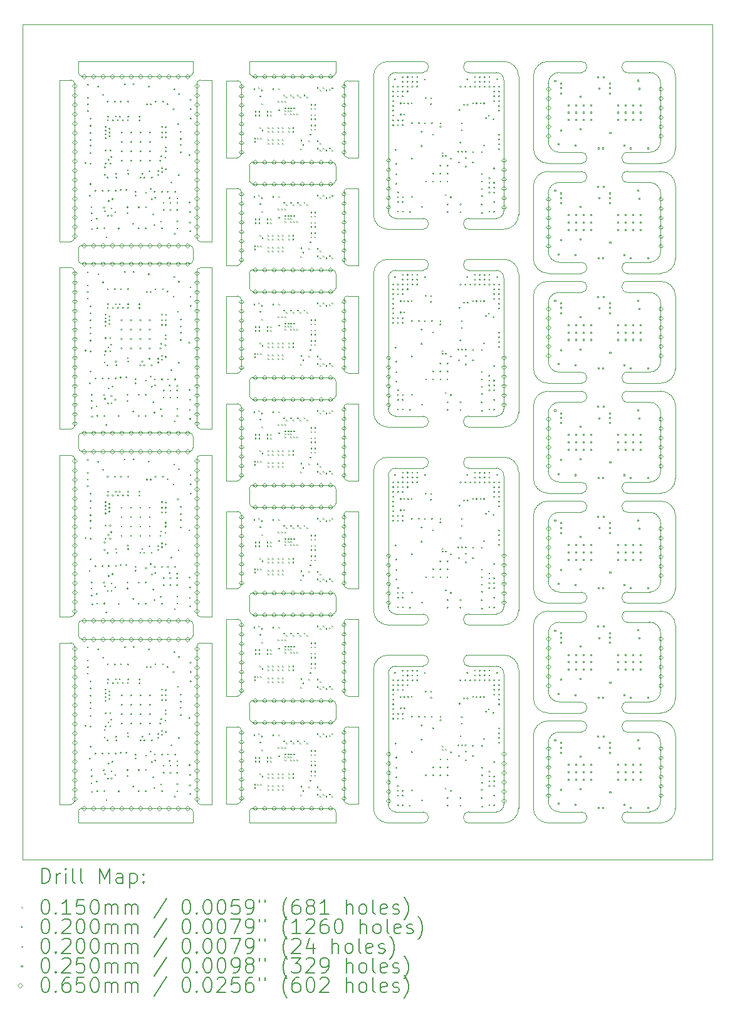
<source format=gbr>
%TF.GenerationSoftware,KiCad,Pcbnew,8.0.4*%
%TF.CreationDate,2024-12-12T19:44:17+01:00*%
%TF.ProjectId,Combined_Module_Panel,436f6d62-696e-4656-945f-4d6f64756c65,rev?*%
%TF.SameCoordinates,Original*%
%TF.FileFunction,Drillmap*%
%TF.FilePolarity,Positive*%
%FSLAX45Y45*%
G04 Gerber Fmt 4.5, Leading zero omitted, Abs format (unit mm)*
G04 Created by KiCad (PCBNEW 8.0.4) date 2024-12-12 19:44:17*
%MOMM*%
%LPD*%
G01*
G04 APERTURE LIST*
%ADD10C,0.050000*%
%ADD11C,0.200000*%
%ADD12C,0.100000*%
G04 APERTURE END LIST*
D10*
X14015008Y-14707500D02*
X13544600Y-14707500D01*
X14015008Y-12436238D02*
G75*
G02*
X14015008Y-12586238I2J-75000D01*
G01*
X15305416Y-14507500D02*
X15305416Y-12636238D01*
X15305416Y-14507500D02*
G75*
G02*
X15105416Y-14707494I-199996J2D01*
G01*
X14015008Y-12436238D02*
X13544600Y-12436238D01*
X15105416Y-12436238D02*
G75*
G02*
X15305420Y-12636238I4J-200000D01*
G01*
X13544600Y-14707500D02*
G75*
G02*
X13344598Y-14507500I0J200002D01*
G01*
X14635008Y-14707500D02*
G75*
G02*
X14635008Y-14557496I2J75002D01*
G01*
X13344600Y-12636238D02*
G75*
G02*
X13544600Y-12436238I200000J0D01*
G01*
X15105416Y-12436238D02*
X14635008Y-12436238D01*
X14015008Y-14557500D02*
G75*
G02*
X14015008Y-14707496I2J-74998D01*
G01*
X14635008Y-14707500D02*
X15105416Y-14707500D01*
X13344600Y-12636238D02*
X13344600Y-14507500D01*
X14635008Y-12586238D02*
G75*
G02*
X14635008Y-12436238I2J75000D01*
G01*
X14015008Y-14557500D02*
X13644600Y-14557500D01*
X15005416Y-14557500D02*
X14635008Y-14557500D01*
X14635008Y-12586238D02*
X15005416Y-12586238D01*
X14015008Y-12586238D02*
X13644600Y-12586238D01*
X15105416Y-14457500D02*
G75*
G02*
X15005416Y-14557498I-99998J0D01*
G01*
X13644600Y-14557500D02*
G75*
G02*
X13544600Y-14457500I-3J99997D01*
G01*
X15105416Y-12686238D02*
X15105416Y-14457500D01*
X15005416Y-12586238D02*
G75*
G02*
X15105420Y-12686238I2J-100002D01*
G01*
X13544600Y-14457500D02*
X13544600Y-12686238D01*
X13544600Y-12686238D02*
G75*
G02*
X13644600Y-12586238I100005J-5D01*
G01*
X14015008Y-12030462D02*
X13544600Y-12030462D01*
X14015008Y-9759200D02*
G75*
G02*
X14015008Y-9909200I2J-75000D01*
G01*
X15305416Y-11830462D02*
X15305416Y-9959200D01*
X15305416Y-11830462D02*
G75*
G02*
X15105416Y-12030456I-199996J2D01*
G01*
X14015008Y-9759200D02*
X13544600Y-9759200D01*
X15105416Y-9759200D02*
G75*
G02*
X15305420Y-9959200I4J-200000D01*
G01*
X13544600Y-12030462D02*
G75*
G02*
X13344598Y-11830462I0J200002D01*
G01*
X14635008Y-12030462D02*
G75*
G02*
X14635008Y-11880458I2J75002D01*
G01*
X13344600Y-9959200D02*
G75*
G02*
X13544600Y-9759200I200000J0D01*
G01*
X15105416Y-9759200D02*
X14635008Y-9759200D01*
X14015008Y-11880462D02*
G75*
G02*
X14015008Y-12030458I2J-74998D01*
G01*
X14635008Y-12030462D02*
X15105416Y-12030462D01*
X13344600Y-9959200D02*
X13344600Y-11830462D01*
X14635008Y-9909200D02*
G75*
G02*
X14635008Y-9759200I2J75000D01*
G01*
X14015008Y-11880462D02*
X13644600Y-11880462D01*
X15005416Y-11880462D02*
X14635008Y-11880462D01*
X14635008Y-9909200D02*
X15005416Y-9909200D01*
X14015008Y-9909200D02*
X13644600Y-9909200D01*
X15105416Y-11780462D02*
G75*
G02*
X15005416Y-11880460I-99998J0D01*
G01*
X13644600Y-11880462D02*
G75*
G02*
X13544600Y-11780462I-3J99997D01*
G01*
X15105416Y-10009200D02*
X15105416Y-11780462D01*
X15005416Y-9909200D02*
G75*
G02*
X15105420Y-10009200I2J-100002D01*
G01*
X13544600Y-11780462D02*
X13544600Y-10009200D01*
X13544600Y-10009200D02*
G75*
G02*
X13644600Y-9909200I100005J-5D01*
G01*
X14015008Y-9355162D02*
X13544600Y-9355162D01*
X14015008Y-7083900D02*
G75*
G02*
X14015008Y-7233900I2J-75000D01*
G01*
X15305416Y-9155162D02*
X15305416Y-7283900D01*
X15305416Y-9155162D02*
G75*
G02*
X15105416Y-9355156I-199996J2D01*
G01*
X14015008Y-7083900D02*
X13544600Y-7083900D01*
X15105416Y-7083900D02*
G75*
G02*
X15305420Y-7283900I4J-200000D01*
G01*
X13544600Y-9355162D02*
G75*
G02*
X13344598Y-9155162I0J200002D01*
G01*
X14635008Y-9355162D02*
G75*
G02*
X14635008Y-9205158I2J75002D01*
G01*
X13344600Y-7283900D02*
G75*
G02*
X13544600Y-7083900I200000J0D01*
G01*
X15105416Y-7083900D02*
X14635008Y-7083900D01*
X14015008Y-9205162D02*
G75*
G02*
X14015008Y-9355158I2J-74998D01*
G01*
X14635008Y-9355162D02*
X15105416Y-9355162D01*
X13344600Y-7283900D02*
X13344600Y-9155162D01*
X14635008Y-7233900D02*
G75*
G02*
X14635008Y-7083900I2J75000D01*
G01*
X14015008Y-9205162D02*
X13644600Y-9205162D01*
X15005416Y-9205162D02*
X14635008Y-9205162D01*
X14635008Y-7233900D02*
X15005416Y-7233900D01*
X14015008Y-7233900D02*
X13644600Y-7233900D01*
X15105416Y-9105162D02*
G75*
G02*
X15005416Y-9205160I-99998J0D01*
G01*
X13644600Y-9205162D02*
G75*
G02*
X13544600Y-9105162I-3J99997D01*
G01*
X15105416Y-7333900D02*
X15105416Y-9105162D01*
X15005416Y-7233900D02*
G75*
G02*
X15105420Y-7333900I2J-100002D01*
G01*
X13544600Y-9105162D02*
X13544600Y-7333900D01*
X13544600Y-7333900D02*
G75*
G02*
X13644600Y-7233900I100005J-5D01*
G01*
X14015008Y-6529862D02*
X13644600Y-6529862D01*
X15005416Y-6529862D02*
X14635008Y-6529862D01*
X14635008Y-4558600D02*
X15005416Y-4558600D01*
X14015008Y-4558600D02*
X13644600Y-4558600D01*
X9255700Y-11918800D02*
X9105700Y-11918800D01*
X11716850Y-8977230D02*
X12785250Y-8977230D01*
X15505416Y-12041100D02*
G75*
G02*
X15705416Y-11841106I199994J0D01*
G01*
X17925416Y-15207500D02*
X8605700Y-15207500D01*
X16155416Y-13327500D02*
G75*
G02*
X16155416Y-13477500I4J-75000D01*
G01*
X10957500Y-9784400D02*
X10957500Y-11868800D01*
X10906700Y-9633600D02*
G75*
G02*
X10856700Y-9683600I-50000J0D01*
G01*
X13143550Y-14446560D02*
X13143550Y-13405160D01*
X10906700Y-4559400D02*
G75*
G02*
X10856700Y-4609400I-50000J0D01*
G01*
X9256500Y-7197300D02*
G75*
G02*
X9306500Y-7247300I0J-50000D01*
G01*
X12785250Y-5768600D02*
G75*
G02*
X12835250Y-5818600I0J-50000D01*
G01*
X16155416Y-13071100D02*
X15855416Y-13071100D01*
X9306500Y-9331700D02*
X9306500Y-7247300D01*
X9306500Y-11868800D02*
X9306500Y-9784400D01*
X9255700Y-6844600D02*
X9105700Y-6844600D01*
X9357300Y-7095700D02*
X9357300Y-6946200D01*
X16155416Y-7381600D02*
G75*
G02*
X16155416Y-7531600I4J-75000D01*
G01*
X11666850Y-14555860D02*
G75*
G02*
X11716850Y-14505860I50000J0D01*
G01*
X16775416Y-6045100D02*
G75*
G02*
X16775416Y-5895100I4J75000D01*
G01*
X11358550Y-10492740D02*
X11358550Y-11534140D01*
X12993550Y-9036530D02*
X13143550Y-9036530D01*
X11716850Y-11889650D02*
G75*
G02*
X11666850Y-11839650I0J50000D01*
G01*
X17225416Y-13627483D02*
X17225416Y-14407483D01*
X13143550Y-10077930D02*
X13143550Y-9036530D01*
X16155416Y-10354600D02*
X15705416Y-10354600D01*
X17225416Y-8868100D02*
X16775416Y-8868100D01*
X17225416Y-12921083D02*
G75*
G02*
X17075416Y-13071076I-149996J3D01*
G01*
X8605700Y-3908600D02*
X8605700Y-15207500D01*
X12785250Y-13049650D02*
X11716850Y-13049650D01*
X16155416Y-7125100D02*
G75*
G02*
X16155416Y-7275100I4J-75000D01*
G01*
X17425416Y-11534600D02*
X17425416Y-10554600D01*
X12835250Y-14555860D02*
X12835250Y-14707500D01*
X15505416Y-9068100D02*
G75*
G02*
X15705416Y-8868106I199994J0D01*
G01*
X17225416Y-10354600D02*
X16775416Y-10354600D01*
X11666850Y-10187230D02*
X11666850Y-10383440D01*
X12943550Y-4717900D02*
X12943550Y-5659300D01*
X12785250Y-8681020D02*
X11716850Y-8681020D01*
X17225416Y-9948083D02*
G75*
G02*
X17075416Y-10098076I-149996J3D01*
G01*
X16155416Y-13477500D02*
X15855416Y-13477500D01*
X10906700Y-4559400D02*
X10906700Y-4558600D01*
X16155416Y-8868100D02*
G75*
G02*
X16155416Y-9018100I4J-75000D01*
G01*
X12835250Y-14707500D02*
X11666850Y-14707500D01*
X12785250Y-11593440D02*
G75*
G02*
X12835250Y-11643440I0J-50000D01*
G01*
X12835250Y-5818600D02*
X12835250Y-6014810D01*
X15705416Y-9168083D02*
G75*
G02*
X15855416Y-9018076I150004J3D01*
G01*
X11558550Y-11484140D02*
X11558550Y-10542740D01*
X17075416Y-13477483D02*
G75*
G02*
X17225417Y-13627483I4J-149997D01*
G01*
X14015008Y-6529862D02*
G75*
G02*
X14015008Y-6679858I2J-74998D01*
G01*
X17225416Y-13327500D02*
X16775416Y-13327500D01*
X11008300Y-4660200D02*
X11158300Y-4660200D01*
X12835250Y-10383440D02*
G75*
G02*
X12785250Y-10433440I-50000J0D01*
G01*
X10957500Y-12321500D02*
X10957500Y-14405900D01*
X12785250Y-14505860D02*
G75*
G02*
X12835250Y-14555860I0J-50000D01*
G01*
X15705416Y-10654583D02*
G75*
G02*
X15855416Y-10504576I150004J3D01*
G01*
X16155416Y-4558600D02*
X15855416Y-4558600D01*
X17225416Y-10248100D02*
X16775416Y-10248100D01*
X17425416Y-14507500D02*
X17425416Y-13527500D01*
X9357300Y-12169900D02*
X9357300Y-12020400D01*
X11007500Y-6844600D02*
G75*
G02*
X10957500Y-6794600I0J50000D01*
G01*
X12785250Y-10137230D02*
G75*
G02*
X12835250Y-10187230I0J-50000D01*
G01*
X10906700Y-12020400D02*
X10906700Y-12019600D01*
X16155416Y-10248100D02*
X15705416Y-10248100D01*
X14635008Y-6679862D02*
X15105416Y-6679862D01*
X15705416Y-10248100D02*
G75*
G02*
X15505410Y-10048100I4J200010D01*
G01*
X10906700Y-7096500D02*
X10906700Y-7095700D01*
X17075416Y-7531583D02*
G75*
G02*
X17225417Y-7681583I4J-149997D01*
G01*
X17925416Y-3908600D02*
X8605700Y-3908600D01*
X12943550Y-9086530D02*
G75*
G02*
X12993550Y-9036530I50000J0D01*
G01*
X10906700Y-9483300D02*
X10906700Y-9482500D01*
X15705416Y-7681583D02*
G75*
G02*
X15855416Y-7531576I150004J3D01*
G01*
X11558550Y-7115510D02*
G75*
G02*
X11508550Y-7165510I-50000J0D01*
G01*
X11508550Y-4667900D02*
G75*
G02*
X11558550Y-4717900I0J-50000D01*
G01*
X15505416Y-4608600D02*
G75*
G02*
X15705416Y-4408596I200004J0D01*
G01*
X11508550Y-13405160D02*
X11358550Y-13405160D01*
X11508550Y-10492740D02*
G75*
G02*
X11558550Y-10542740I0J-50000D01*
G01*
X11358550Y-9036530D02*
X11358550Y-10077930D01*
X15855416Y-10098083D02*
G75*
G02*
X15705417Y-9948083I4J150003D01*
G01*
X12993550Y-11948950D02*
X13143550Y-11948950D01*
X12993550Y-4667900D02*
X13143550Y-4667900D01*
X17925416Y-15207500D02*
X17925416Y-3908600D01*
X12943550Y-11998950D02*
X12943550Y-12940350D01*
X10906700Y-6946200D02*
X10906700Y-6945400D01*
X15855416Y-7125083D02*
G75*
G02*
X15705417Y-6975083I4J150003D01*
G01*
X16775416Y-13477500D02*
X17075416Y-13477500D01*
X12993550Y-5709300D02*
X13143550Y-5709300D01*
X12943550Y-13455160D02*
X12943550Y-14396560D01*
X12993550Y-12990350D02*
X13143550Y-12990350D01*
X10957500Y-4710200D02*
X10957500Y-6794600D01*
X16155416Y-11991100D02*
X15855416Y-11991100D01*
X16155416Y-11841100D02*
G75*
G02*
X16155416Y-11991100I4J-75000D01*
G01*
X11558550Y-7115510D02*
X11558550Y-6174110D01*
X16775416Y-8761600D02*
G75*
G02*
X16775416Y-8611600I4J75000D01*
G01*
X17075416Y-10504583D02*
G75*
G02*
X17225417Y-10654583I4J-149997D01*
G01*
X17225416Y-11841100D02*
X16775416Y-11841100D01*
X11508550Y-11948950D02*
X11358550Y-11948950D01*
X17225416Y-8461583D02*
G75*
G02*
X17075416Y-8611576I-149996J3D01*
G01*
X11508550Y-10077930D02*
X11358550Y-10077930D01*
X15705416Y-6975083D02*
X15705416Y-6195083D01*
X15705416Y-14407483D02*
X15705416Y-13627483D01*
X16155416Y-5895100D02*
G75*
G02*
X16155416Y-6045100I4J-75000D01*
G01*
X17225416Y-11841100D02*
G75*
G02*
X17425410Y-12041100I4J-199990D01*
G01*
X10906700Y-14557500D02*
X10906700Y-14556700D01*
X11716850Y-10433440D02*
X12785250Y-10433440D01*
X16775416Y-11991100D02*
G75*
G02*
X16775416Y-11841100I4J75000D01*
G01*
X9256500Y-12271500D02*
G75*
G02*
X9306500Y-12321500I0J-50000D01*
G01*
X16155416Y-7381600D02*
X15705416Y-7381600D01*
X15705416Y-14707500D02*
G75*
G02*
X15505410Y-14507500I4J200010D01*
G01*
X15705416Y-11434583D02*
X15705416Y-10654583D01*
X10906700Y-14557500D02*
X10906700Y-14707500D01*
X16155416Y-8761600D02*
X15705416Y-8761600D01*
X9255700Y-7197300D02*
X9105700Y-7197300D01*
X17225416Y-5895100D02*
X16775416Y-5895100D01*
X11716850Y-6064810D02*
G75*
G02*
X11666850Y-6014810I0J50000D01*
G01*
X11508550Y-9036530D02*
X11358550Y-9036530D01*
X17425416Y-10048100D02*
G75*
G02*
X17225416Y-10248106I-200006J0D01*
G01*
X12993550Y-12990350D02*
G75*
G02*
X12943550Y-12940350I0J50000D01*
G01*
X12993550Y-14446560D02*
X13143550Y-14446560D01*
X15705416Y-6195083D02*
G75*
G02*
X15855416Y-6045076I150004J3D01*
G01*
X17225416Y-7381600D02*
G75*
G02*
X17425410Y-7581600I4J-199990D01*
G01*
X17225416Y-6195083D02*
X17225416Y-6975083D01*
X11158300Y-6844600D02*
X11158300Y-4660200D01*
X11158300Y-11918800D02*
X11158300Y-9734400D01*
X11716850Y-10433440D02*
G75*
G02*
X11666850Y-10383440I0J50000D01*
G01*
X11558550Y-8571720D02*
G75*
G02*
X11508550Y-8621720I-50000J0D01*
G01*
X11666850Y-7274810D02*
G75*
G02*
X11716850Y-7224810I50000J0D01*
G01*
X9105700Y-11918800D02*
X9105700Y-9734400D01*
X9255700Y-11918800D02*
X9256500Y-11918800D01*
X15105416Y-4408600D02*
X14635008Y-4408600D01*
X12835250Y-11643440D02*
X12835250Y-11839650D01*
X12993550Y-8621720D02*
X13143550Y-8621720D01*
X16155416Y-7125100D02*
X15855416Y-7125100D01*
X16775416Y-11991100D02*
X17075416Y-11991100D01*
X9357300Y-7095700D02*
X9357300Y-7096500D01*
X16775416Y-10504600D02*
G75*
G02*
X16775416Y-10354600I4J75000D01*
G01*
X17225416Y-13221100D02*
X16775416Y-13221100D01*
X11716850Y-4608600D02*
G75*
G02*
X11666850Y-4558600I0J50000D01*
G01*
X10906700Y-4408600D02*
X9357300Y-4408600D01*
X17075416Y-6045083D02*
G75*
G02*
X17225417Y-6195083I4J-149997D01*
G01*
X16155416Y-4408600D02*
X15705416Y-4408600D01*
X11158505Y-14455900D02*
X11158505Y-12271500D01*
X17425416Y-14507500D02*
G75*
G02*
X17225416Y-14707506I-200006J0D01*
G01*
X11716850Y-4608600D02*
X12785250Y-4608600D01*
X17225416Y-5895100D02*
G75*
G02*
X17425410Y-6095100I4J-199990D01*
G01*
X16775416Y-6045100D02*
X17075416Y-6045100D01*
X12993550Y-7580320D02*
X13143550Y-7580320D01*
X9306500Y-9331700D02*
G75*
G02*
X9256500Y-9381700I-50000J0D01*
G01*
X17425416Y-10048100D02*
X17425416Y-9068100D01*
X15705416Y-4708583D02*
G75*
G02*
X15855416Y-4558576I150004J3D01*
G01*
X9255700Y-9381700D02*
X9105700Y-9381700D01*
X17075416Y-11584583D02*
X16775416Y-11584583D01*
X11558550Y-10027930D02*
X11558550Y-9086530D01*
X10957500Y-12321500D02*
G75*
G02*
X11007500Y-12271500I50000J0D01*
G01*
X11007500Y-9381700D02*
X11008300Y-9381700D01*
X16155416Y-11584600D02*
X15855416Y-11584600D01*
X9357300Y-4558600D02*
X9357300Y-4409100D01*
X11008505Y-14455900D02*
X11158505Y-14455900D01*
X12835250Y-13295860D02*
G75*
G02*
X12785250Y-13345860I-50000J0D01*
G01*
X16775416Y-9018100D02*
X17075416Y-9018100D01*
X16155416Y-8868100D02*
X15705416Y-8868100D01*
X11358550Y-4667900D02*
X11358550Y-5709300D01*
X11008300Y-6844600D02*
X11158300Y-6844600D01*
X11508550Y-7165510D02*
X11358550Y-7165510D01*
X9105700Y-12271500D02*
X9105700Y-14455900D01*
X11558550Y-11484140D02*
G75*
G02*
X11508550Y-11534140I-50000J0D01*
G01*
X12993550Y-10077930D02*
X13143550Y-10077930D01*
X10856700Y-6895400D02*
X9407300Y-6895400D01*
X9306500Y-14405900D02*
G75*
G02*
X9256500Y-14455900I-50000J0D01*
G01*
X11716850Y-6064810D02*
X12785250Y-6064810D01*
X16155416Y-9018100D02*
X15855416Y-9018100D01*
X11508550Y-4667900D02*
X11358550Y-4667900D01*
X12943550Y-10542740D02*
G75*
G02*
X12993550Y-10492740I50000J0D01*
G01*
X9407300Y-12220700D02*
X10856700Y-12220700D01*
X11008300Y-9381700D02*
X11158300Y-9381700D01*
X12835250Y-10187230D02*
X12835250Y-10383440D01*
X12785250Y-10137230D02*
X11716850Y-10137230D01*
X14635008Y-4558600D02*
G75*
G02*
X14635008Y-4408600I2J75000D01*
G01*
X11666850Y-11643440D02*
G75*
G02*
X11716850Y-11593440I50000J0D01*
G01*
X16155416Y-5788600D02*
X15705416Y-5788600D01*
X11558550Y-8571720D02*
X11558550Y-7630320D01*
X16155416Y-8611600D02*
G75*
G02*
X16155416Y-8761600I4J-75000D01*
G01*
X16155416Y-14557500D02*
X15855416Y-14557500D01*
X16155416Y-14707500D02*
X15705416Y-14707500D01*
X10906700Y-14707500D02*
X9357300Y-14707500D01*
X12943550Y-6174110D02*
X12943550Y-7115510D01*
X9407300Y-4609400D02*
X10856700Y-4609400D01*
X13344600Y-4608600D02*
X13344600Y-6479862D01*
X11358550Y-11948950D02*
X11358550Y-12990350D01*
X11508550Y-8621720D02*
X11358550Y-8621720D01*
X12943550Y-13455160D02*
G75*
G02*
X12993550Y-13405160I50000J0D01*
G01*
X16155416Y-11734600D02*
X15705416Y-11734600D01*
X11716850Y-13345860D02*
X12785250Y-13345860D01*
X15855416Y-5638583D02*
G75*
G02*
X15705417Y-5488583I4J150003D01*
G01*
X17225416Y-10654583D02*
X17225416Y-11434583D01*
X9255700Y-4660200D02*
X9105700Y-4660200D01*
X16775416Y-11734600D02*
G75*
G02*
X16775416Y-11584600I4J75000D01*
G01*
X9357300Y-4558600D02*
X9357300Y-4559400D01*
X12993550Y-11534140D02*
X13143550Y-11534140D01*
X11666850Y-5818600D02*
G75*
G02*
X11716850Y-5768600I50000J0D01*
G01*
X9256500Y-9734400D02*
X9255700Y-9734400D01*
X10856700Y-11969600D02*
G75*
G02*
X10906700Y-12019600I0J-50000D01*
G01*
X14015008Y-4408600D02*
X13544600Y-4408600D01*
X12835250Y-8731020D02*
X12835250Y-8927230D01*
X14635008Y-6679862D02*
G75*
G02*
X14635008Y-6529858I2J75002D01*
G01*
X11558550Y-5659300D02*
G75*
G02*
X11508550Y-5709300I-50000J0D01*
G01*
X17075416Y-14557483D02*
X16775416Y-14557483D01*
X11008505Y-12271500D02*
X11158505Y-12271500D01*
X9255700Y-14455900D02*
X9105700Y-14455900D01*
X10906700Y-12170700D02*
X10906700Y-12169900D01*
X12943550Y-4717900D02*
G75*
G02*
X12993550Y-4667900I50000J0D01*
G01*
X16155416Y-11584600D02*
G75*
G02*
X16155416Y-11734600I4J-75000D01*
G01*
X17425416Y-13021100D02*
G75*
G02*
X17225416Y-13221106I-200006J0D01*
G01*
X9407300Y-9683600D02*
X10856700Y-9683600D01*
X11008300Y-4660200D02*
X11007500Y-4660200D01*
X15505416Y-7075100D02*
X15505416Y-6095100D01*
X15855416Y-13071083D02*
G75*
G02*
X15705417Y-12921083I4J150003D01*
G01*
X11666850Y-7274810D02*
X11666850Y-7471020D01*
X9357300Y-9482500D02*
G75*
G02*
X9407300Y-9432500I50000J0D01*
G01*
X12943550Y-9086530D02*
X12943550Y-10027930D01*
X16155416Y-10504600D02*
X15855416Y-10504600D01*
X10906700Y-7095700D02*
X10906700Y-6946200D01*
X11008300Y-11918800D02*
X11158300Y-11918800D01*
X17225416Y-7681583D02*
X17225416Y-8461583D01*
X12835250Y-7274810D02*
X12835250Y-7471020D01*
X11508550Y-14446560D02*
X11358550Y-14446560D01*
X12835250Y-8927230D02*
G75*
G02*
X12785250Y-8977230I-50000J0D01*
G01*
X16155416Y-6045100D02*
X15855416Y-6045100D01*
X11666850Y-11643440D02*
X11666850Y-11839650D01*
X15705416Y-11734600D02*
G75*
G02*
X15505410Y-11534600I4J200010D01*
G01*
X11558550Y-12940350D02*
G75*
G02*
X11508550Y-12990350I-50000J0D01*
G01*
X11508550Y-11948950D02*
G75*
G02*
X11558550Y-11998950I0J-50000D01*
G01*
X9255700Y-12271500D02*
X9105700Y-12271500D01*
X9407300Y-4609400D02*
G75*
G02*
X9357300Y-4559400I0J50000D01*
G01*
X17225416Y-11434583D02*
G75*
G02*
X17075416Y-11584576I-149996J3D01*
G01*
X9357300Y-9482500D02*
X9357300Y-9483300D01*
X10906700Y-9632800D02*
X10906700Y-9483300D01*
X17425416Y-5588600D02*
X17425416Y-4608600D01*
X12993550Y-14446560D02*
G75*
G02*
X12943550Y-14396560I0J50000D01*
G01*
X16155416Y-13327500D02*
X15705416Y-13327500D01*
X16155416Y-10354600D02*
G75*
G02*
X16155416Y-10504600I4J-75000D01*
G01*
X16775416Y-7531600D02*
G75*
G02*
X16775416Y-7381600I4J75000D01*
G01*
X9105700Y-6844600D02*
X9105700Y-4660200D01*
X12993550Y-7165510D02*
G75*
G02*
X12943550Y-7115510I0J50000D01*
G01*
X16155416Y-10098100D02*
G75*
G02*
X16155416Y-10248100I4J-75000D01*
G01*
X16775416Y-5788600D02*
G75*
G02*
X16775416Y-5638600I4J75000D01*
G01*
X9256500Y-4660200D02*
G75*
G02*
X9306500Y-4710200I0J-50000D01*
G01*
X11508550Y-10492740D02*
X11358550Y-10492740D01*
X16155416Y-10098100D02*
X15855416Y-10098100D01*
X10856700Y-9432500D02*
G75*
G02*
X10906700Y-9482500I0J-50000D01*
G01*
X9306500Y-6794600D02*
G75*
G02*
X9256500Y-6844600I-50000J0D01*
G01*
X10906700Y-9633600D02*
X10906700Y-9632800D01*
X10856700Y-9432500D02*
X9407300Y-9432500D01*
X15855416Y-14557483D02*
G75*
G02*
X15705417Y-14407483I4J150003D01*
G01*
X9357300Y-12019600D02*
X9357300Y-12020400D01*
X9306500Y-11868800D02*
G75*
G02*
X9256500Y-11918800I-50000J0D01*
G01*
X11508550Y-11534140D02*
X11358550Y-11534140D01*
X9357300Y-9632800D02*
X9357300Y-9633600D01*
X13143550Y-12990350D02*
X13143550Y-11948950D01*
X12785250Y-13049650D02*
G75*
G02*
X12835250Y-13099650I0J-50000D01*
G01*
X15705416Y-12921083D02*
X15705416Y-12141083D01*
X12835250Y-7471020D02*
G75*
G02*
X12785250Y-7521020I-50000J0D01*
G01*
X15705416Y-13221100D02*
G75*
G02*
X15505410Y-13021100I4J200010D01*
G01*
X11666850Y-8731020D02*
G75*
G02*
X11716850Y-8681020I50000J0D01*
G01*
X17225416Y-8761600D02*
X16775416Y-8761600D01*
X17225416Y-7381600D02*
X16775416Y-7381600D01*
X17225416Y-11734600D02*
X16775416Y-11734600D01*
X10856700Y-6895400D02*
G75*
G02*
X10906700Y-6945400I0J-50000D01*
G01*
X17225416Y-4708583D02*
X17225416Y-5488583D01*
X9357300Y-12169900D02*
X9357300Y-12170700D01*
X17425416Y-13021100D02*
X17425416Y-12041100D01*
X16155416Y-13071100D02*
G75*
G02*
X16155416Y-13221100I4J-75000D01*
G01*
X9357300Y-14556700D02*
G75*
G02*
X9407300Y-14506700I50000J0D01*
G01*
X11007500Y-14455900D02*
X11008300Y-14455900D01*
X12943550Y-10542740D02*
X12943550Y-11484140D01*
X11558550Y-14396560D02*
X11558550Y-13455160D01*
X17075416Y-7125083D02*
X16775416Y-7125083D01*
X9407300Y-7146500D02*
X10856700Y-7146500D01*
X12993550Y-8621720D02*
G75*
G02*
X12943550Y-8571720I0J50000D01*
G01*
X11666850Y-10187230D02*
G75*
G02*
X11716850Y-10137230I50000J0D01*
G01*
X16155416Y-5638600D02*
X15855416Y-5638600D01*
X12785250Y-7224810D02*
X11716850Y-7224810D01*
X17225416Y-7275100D02*
X16775416Y-7275100D01*
X11008300Y-9734400D02*
X11007500Y-9734400D01*
X10906700Y-12170700D02*
G75*
G02*
X10856700Y-12220700I-50000J0D01*
G01*
X12835250Y-4558600D02*
X12835250Y-4408600D01*
X15855416Y-8611583D02*
G75*
G02*
X15705417Y-8461583I4J150003D01*
G01*
X15505416Y-6095100D02*
G75*
G02*
X15705416Y-5895106I199994J0D01*
G01*
X16155416Y-11841100D02*
X15705416Y-11841100D01*
X11508550Y-9036530D02*
G75*
G02*
X11558550Y-9086530I0J-50000D01*
G01*
X12993550Y-11534140D02*
G75*
G02*
X12943550Y-11484140I0J50000D01*
G01*
X12993550Y-13405160D02*
X13143550Y-13405160D01*
X17225416Y-9168083D02*
X17225416Y-9948083D01*
X10856700Y-11969600D02*
X9407300Y-11969600D01*
X11508550Y-7580320D02*
G75*
G02*
X11558550Y-7630320I0J-50000D01*
G01*
X17425416Y-7075100D02*
G75*
G02*
X17225416Y-7275106I-200006J0D01*
G01*
X9255700Y-6844600D02*
X9256500Y-6844600D01*
X9105700Y-9381700D02*
X9105700Y-7197300D01*
X11716850Y-11889650D02*
X12785250Y-11889650D01*
X9357300Y-14556700D02*
X9357300Y-14557500D01*
X11558550Y-14396560D02*
G75*
G02*
X11508550Y-14446560I-50000J0D01*
G01*
X11716850Y-7521020D02*
G75*
G02*
X11666850Y-7471020I0J50000D01*
G01*
X17425416Y-7075100D02*
X17425416Y-6095100D01*
X15855416Y-11584583D02*
G75*
G02*
X15705417Y-11434583I4J150003D01*
G01*
X10957500Y-9784400D02*
G75*
G02*
X11007500Y-9734400I50000J0D01*
G01*
X15705416Y-7275100D02*
G75*
G02*
X15505410Y-7075100I4J200010D01*
G01*
X9306500Y-14405900D02*
X9306500Y-12321500D01*
X11508550Y-6124110D02*
G75*
G02*
X11558550Y-6174110I0J-50000D01*
G01*
X10906700Y-4558600D02*
X10906700Y-4408600D01*
X12993550Y-10492740D02*
X13143550Y-10492740D01*
X17225416Y-13327500D02*
G75*
G02*
X17425410Y-13527500I4J-199990D01*
G01*
X11558550Y-10027930D02*
G75*
G02*
X11508550Y-10077930I-50000J0D01*
G01*
X16155416Y-14557500D02*
G75*
G02*
X16155416Y-14707500I4J-75000D01*
G01*
X13143550Y-5709300D02*
X13143550Y-4667900D01*
X11508550Y-5709300D02*
X11358550Y-5709300D01*
X12835250Y-4408600D02*
X11666850Y-4408600D01*
X12943550Y-11998950D02*
G75*
G02*
X12993550Y-11948950I50000J0D01*
G01*
X15505416Y-13527500D02*
G75*
G02*
X15705416Y-13327506I199994J0D01*
G01*
X11666850Y-14555860D02*
X11666850Y-14707500D01*
X11508550Y-6124110D02*
X11358550Y-6124110D01*
X10957500Y-4710200D02*
G75*
G02*
X11007500Y-4660200I50000J0D01*
G01*
X11558550Y-12940350D02*
X11558550Y-11998950D01*
X10906700Y-12169900D02*
X10906700Y-12020400D01*
X11358550Y-6124110D02*
X11358550Y-7165510D01*
X11716850Y-7521020D02*
X12785250Y-7521020D01*
X12993550Y-10077930D02*
G75*
G02*
X12943550Y-10027930I0J50000D01*
G01*
X11007500Y-11918800D02*
X11008300Y-11918800D01*
X12785250Y-5768600D02*
X11716850Y-5768600D01*
X12993550Y-6124110D02*
X13143550Y-6124110D01*
X15505416Y-13021100D02*
X15505416Y-12041100D01*
X12785250Y-14505860D02*
X11716850Y-14505860D01*
X11508550Y-7580320D02*
X11358550Y-7580320D01*
X16775416Y-7531600D02*
X17075416Y-7531600D01*
X13143550Y-8621720D02*
X13143550Y-7580320D01*
X17075416Y-5638583D02*
X16775416Y-5638583D01*
X17225416Y-5488583D02*
G75*
G02*
X17075416Y-5638576I-149996J3D01*
G01*
X16155416Y-7531600D02*
X15855416Y-7531600D01*
X9357300Y-6945400D02*
G75*
G02*
X9407300Y-6895400I50000J0D01*
G01*
X15705416Y-9948083D02*
X15705416Y-9168083D01*
X9256500Y-9734400D02*
G75*
G02*
X9306500Y-9784400I0J-50000D01*
G01*
X9357300Y-12019600D02*
G75*
G02*
X9407300Y-11969600I50000J0D01*
G01*
X15705416Y-8761600D02*
G75*
G02*
X15505410Y-8561600I4J200010D01*
G01*
X16775416Y-10248100D02*
G75*
G02*
X16775416Y-10098100I4J75000D01*
G01*
X17225416Y-4408600D02*
X16775416Y-4408600D01*
X16775416Y-7275100D02*
G75*
G02*
X16775416Y-7125100I4J75000D01*
G01*
X11007500Y-11918800D02*
G75*
G02*
X10957500Y-11868800I0J50000D01*
G01*
X9357300Y-6945400D02*
X9357300Y-6946200D01*
X10906700Y-7096500D02*
G75*
G02*
X10856700Y-7146500I-50000J0D01*
G01*
X11358550Y-13405160D02*
X11358550Y-14446560D01*
X12785250Y-7224810D02*
G75*
G02*
X12835250Y-7274810I0J-50000D01*
G01*
X11716850Y-13345860D02*
G75*
G02*
X11666850Y-13295860I0J50000D01*
G01*
X11666850Y-8731020D02*
X11666850Y-8927230D01*
X12943550Y-6174110D02*
G75*
G02*
X12993550Y-6124110I50000J0D01*
G01*
X9256500Y-4660200D02*
X9255700Y-4660200D01*
X15505416Y-8561600D02*
X15505416Y-7581600D01*
X10856700Y-14506700D02*
X9407300Y-14506700D01*
X11007500Y-6844600D02*
X11008300Y-6844600D01*
X11008300Y-7197300D02*
X11007500Y-7197300D01*
X12835250Y-13099650D02*
X12835250Y-13295860D01*
X11716850Y-8977230D02*
G75*
G02*
X11666850Y-8927230I0J50000D01*
G01*
X9255700Y-9734400D02*
X9105700Y-9734400D01*
X9256500Y-7197300D02*
X9255700Y-7197300D01*
X17225416Y-5788600D02*
X16775416Y-5788600D01*
X17225416Y-6975083D02*
G75*
G02*
X17075416Y-7125076I-149996J3D01*
G01*
X17225416Y-10354600D02*
G75*
G02*
X17425410Y-10554600I4J-199990D01*
G01*
X16155416Y-13221100D02*
X15705416Y-13221100D01*
X15505416Y-10048100D02*
X15505416Y-9068100D01*
X10957500Y-7247300D02*
G75*
G02*
X11007500Y-7197300I50000J0D01*
G01*
X11007500Y-14455900D02*
G75*
G02*
X10957500Y-14405900I0J50000D01*
G01*
X16155416Y-5638600D02*
G75*
G02*
X16155416Y-5788600I4J-75000D01*
G01*
X17425416Y-8561600D02*
X17425416Y-7581600D01*
X16775416Y-4558600D02*
X17075416Y-4558600D01*
X16775416Y-10504600D02*
X17075416Y-10504600D01*
X12993550Y-7165510D02*
X13143550Y-7165510D01*
X16155416Y-8611600D02*
X15855416Y-8611600D01*
X12943550Y-7630320D02*
X12943550Y-8571720D01*
X10957500Y-7247300D02*
X10957500Y-9331700D01*
X15705416Y-5788600D02*
G75*
G02*
X15505420Y-5588600I4J200000D01*
G01*
X16775416Y-4558600D02*
G75*
G02*
X16775416Y-4408600I4J75000D01*
G01*
X9407300Y-9683600D02*
G75*
G02*
X9357300Y-9633600I0J50000D01*
G01*
X16775416Y-9018100D02*
G75*
G02*
X16775416Y-8868100I4J75000D01*
G01*
X15505416Y-5588600D02*
X15505416Y-4608600D01*
X9256500Y-12271500D02*
X9255700Y-12271500D01*
X11158300Y-9381700D02*
X11158300Y-7197300D01*
X11358550Y-7580320D02*
X11358550Y-8621720D01*
X15305416Y-6479862D02*
X15305416Y-4608600D01*
X9306500Y-6794600D02*
X9306500Y-4710200D01*
X17225416Y-12141083D02*
X17225416Y-12921083D01*
X11008300Y-12271500D02*
X11007500Y-12271500D01*
X13143550Y-7165510D02*
X13143550Y-6124110D01*
X11007500Y-9381700D02*
G75*
G02*
X10957500Y-9331700I0J50000D01*
G01*
X15505416Y-10554600D02*
G75*
G02*
X15705416Y-10354606I199994J0D01*
G01*
X14015008Y-6679862D02*
X13544600Y-6679862D01*
X17425416Y-11534600D02*
G75*
G02*
X17225416Y-11734606I-200006J0D01*
G01*
X9407300Y-12220700D02*
G75*
G02*
X9357300Y-12170700I0J50000D01*
G01*
X17075416Y-10098083D02*
X16775416Y-10098083D01*
X15505416Y-7581600D02*
G75*
G02*
X15705416Y-7381606I199994J0D01*
G01*
X16775416Y-13477500D02*
G75*
G02*
X16775416Y-13327500I4J75000D01*
G01*
X11508550Y-12990350D02*
X11358550Y-12990350D01*
X16155416Y-5895100D02*
X15705416Y-5895100D01*
X17225416Y-14707500D02*
X16775416Y-14707500D01*
X15505416Y-11534600D02*
X15505416Y-10554600D01*
X17425416Y-8561600D02*
G75*
G02*
X17225416Y-8761606I-200006J0D01*
G01*
X12993550Y-5709300D02*
G75*
G02*
X12943550Y-5659300I0J50000D01*
G01*
X9357300Y-9632800D02*
X9357300Y-9483300D01*
X12785250Y-8681020D02*
G75*
G02*
X12835250Y-8731020I0J-50000D01*
G01*
X15705416Y-5488583D02*
X15705416Y-4708583D01*
X15505416Y-14507500D02*
X15505416Y-13527500D01*
X16775416Y-14707500D02*
G75*
G02*
X16775416Y-14557500I4J75000D01*
G01*
X17225416Y-8868100D02*
G75*
G02*
X17425410Y-9068100I4J-199990D01*
G01*
X17075416Y-9018083D02*
G75*
G02*
X17225417Y-9168083I4J-149997D01*
G01*
X9357300Y-14557500D02*
X9357300Y-14707500D01*
X17075416Y-8611583D02*
X16775416Y-8611583D01*
X11558550Y-5659300D02*
X11558550Y-4717900D01*
X13143550Y-11534140D02*
X13143550Y-10492740D01*
X11666850Y-13099650D02*
X11666850Y-13295860D01*
X11666850Y-4558600D02*
X11666850Y-4408600D01*
X15705416Y-12141083D02*
G75*
G02*
X15855416Y-11991076I150004J3D01*
G01*
X12835250Y-11839650D02*
G75*
G02*
X12785250Y-11889650I-50000J0D01*
G01*
X10856700Y-14506700D02*
G75*
G02*
X10906700Y-14556700I0J-50000D01*
G01*
X17075416Y-11991083D02*
G75*
G02*
X17225417Y-12141083I4J-149997D01*
G01*
X15705416Y-13627483D02*
G75*
G02*
X15855416Y-13477476I150004J3D01*
G01*
X15705416Y-8461583D02*
X15705416Y-7681583D01*
X11008300Y-9734400D02*
X11158300Y-9734400D01*
X17225416Y-4408600D02*
G75*
G02*
X17425420Y-4608600I4J-200000D01*
G01*
X17075416Y-13071083D02*
X16775416Y-13071083D01*
X16155416Y-7275100D02*
X15705416Y-7275100D01*
X17225416Y-14407483D02*
G75*
G02*
X17075416Y-14557476I-149996J3D01*
G01*
X9407300Y-7146500D02*
G75*
G02*
X9357300Y-7096500I0J50000D01*
G01*
X11508550Y-13405160D02*
G75*
G02*
X11558550Y-13455160I0J-50000D01*
G01*
X16775416Y-13221100D02*
G75*
G02*
X16775416Y-13071100I4J75000D01*
G01*
X11666850Y-13099650D02*
G75*
G02*
X11716850Y-13049650I50000J0D01*
G01*
X11666850Y-5818600D02*
X11666850Y-6014810D01*
X12785250Y-11593440D02*
X11716850Y-11593440D01*
X12835250Y-6014810D02*
G75*
G02*
X12785250Y-6064810I-50000J0D01*
G01*
X9255700Y-14455900D02*
X9256500Y-14455900D01*
X17425416Y-5588600D02*
G75*
G02*
X17225416Y-5788596I-199996J0D01*
G01*
X17075416Y-4558583D02*
G75*
G02*
X17225417Y-4708583I4J-149997D01*
G01*
X12943550Y-7630320D02*
G75*
G02*
X12993550Y-7580320I50000J0D01*
G01*
X16155416Y-4408600D02*
G75*
G02*
X16155416Y-4558600I4J-75000D01*
G01*
X9255700Y-9381700D02*
X9256500Y-9381700D01*
X12835250Y-4558600D02*
G75*
G02*
X12785250Y-4608600I-50000J0D01*
G01*
X11008300Y-7197300D02*
X11158300Y-7197300D01*
X13344600Y-4608600D02*
G75*
G02*
X13544600Y-4408600I200000J0D01*
G01*
X15305416Y-6479862D02*
G75*
G02*
X15105416Y-6679856I-199996J2D01*
G01*
X13544600Y-6679862D02*
G75*
G02*
X13344598Y-6479862I0J200002D01*
G01*
X13544600Y-4658600D02*
G75*
G02*
X13644600Y-4558600I100005J-5D01*
G01*
X13544600Y-6429862D02*
X13544600Y-4658600D01*
X15005416Y-4558600D02*
G75*
G02*
X15105420Y-4658600I2J-100002D01*
G01*
X15105416Y-4658600D02*
X15105416Y-6429862D01*
X15105416Y-6429862D02*
G75*
G02*
X15005416Y-6529860I-99998J0D01*
G01*
X13644600Y-6529862D02*
G75*
G02*
X13544600Y-6429862I-3J99997D01*
G01*
X14015008Y-4408600D02*
G75*
G02*
X14015008Y-4558600I2J-75000D01*
G01*
X15105416Y-4408600D02*
G75*
G02*
X15305420Y-4608600I4J-200000D01*
G01*
D11*
D12*
X11724300Y-4774350D02*
X11739300Y-4789350D01*
X11739300Y-4774350D02*
X11724300Y-4789350D01*
X11724300Y-6230560D02*
X11739300Y-6245560D01*
X11739300Y-6230560D02*
X11724300Y-6245560D01*
X11724300Y-7686770D02*
X11739300Y-7701770D01*
X11739300Y-7686770D02*
X11724300Y-7701770D01*
X11724300Y-9142980D02*
X11739300Y-9157980D01*
X11739300Y-9142980D02*
X11724300Y-9157980D01*
X11724300Y-10599190D02*
X11739300Y-10614190D01*
X11739300Y-10599190D02*
X11724300Y-10614190D01*
X11724300Y-12055400D02*
X11739300Y-12070400D01*
X11739300Y-12055400D02*
X11724300Y-12070400D01*
X11724300Y-13511610D02*
X11739300Y-13526610D01*
X11739300Y-13511610D02*
X11724300Y-13526610D01*
X11732300Y-5444850D02*
X11747300Y-5459850D01*
X11747300Y-5444850D02*
X11732300Y-5459850D01*
X11732300Y-5484850D02*
X11747300Y-5499850D01*
X11747300Y-5484850D02*
X11732300Y-5499850D01*
X11732300Y-6901060D02*
X11747300Y-6916060D01*
X11747300Y-6901060D02*
X11732300Y-6916060D01*
X11732300Y-6941060D02*
X11747300Y-6956060D01*
X11747300Y-6941060D02*
X11732300Y-6956060D01*
X11732300Y-8357270D02*
X11747300Y-8372270D01*
X11747300Y-8357270D02*
X11732300Y-8372270D01*
X11732300Y-8397270D02*
X11747300Y-8412270D01*
X11747300Y-8397270D02*
X11732300Y-8412270D01*
X11732300Y-9813480D02*
X11747300Y-9828480D01*
X11747300Y-9813480D02*
X11732300Y-9828480D01*
X11732300Y-9853480D02*
X11747300Y-9868480D01*
X11747300Y-9853480D02*
X11732300Y-9868480D01*
X11732300Y-11269690D02*
X11747300Y-11284690D01*
X11747300Y-11269690D02*
X11732300Y-11284690D01*
X11732300Y-11309690D02*
X11747300Y-11324690D01*
X11747300Y-11309690D02*
X11732300Y-11324690D01*
X11732300Y-12725900D02*
X11747300Y-12740900D01*
X11747300Y-12725900D02*
X11732300Y-12740900D01*
X11732300Y-12765900D02*
X11747300Y-12780900D01*
X11747300Y-12765900D02*
X11732300Y-12780900D01*
X11732300Y-14182110D02*
X11747300Y-14197110D01*
X11747300Y-14182110D02*
X11732300Y-14197110D01*
X11732300Y-14222110D02*
X11747300Y-14237110D01*
X11747300Y-14222110D02*
X11732300Y-14237110D01*
X11741050Y-5076100D02*
X11756050Y-5091100D01*
X11756050Y-5076100D02*
X11741050Y-5091100D01*
X11741050Y-5131100D02*
X11756050Y-5146100D01*
X11756050Y-5131100D02*
X11741050Y-5146100D01*
X11741050Y-6532310D02*
X11756050Y-6547310D01*
X11756050Y-6532310D02*
X11741050Y-6547310D01*
X11741050Y-6587310D02*
X11756050Y-6602310D01*
X11756050Y-6587310D02*
X11741050Y-6602310D01*
X11741050Y-7988520D02*
X11756050Y-8003520D01*
X11756050Y-7988520D02*
X11741050Y-8003520D01*
X11741050Y-8043520D02*
X11756050Y-8058520D01*
X11756050Y-8043520D02*
X11741050Y-8058520D01*
X11741050Y-9444730D02*
X11756050Y-9459730D01*
X11756050Y-9444730D02*
X11741050Y-9459730D01*
X11741050Y-9499730D02*
X11756050Y-9514730D01*
X11756050Y-9499730D02*
X11741050Y-9514730D01*
X11741050Y-10900940D02*
X11756050Y-10915940D01*
X11756050Y-10900940D02*
X11741050Y-10915940D01*
X11741050Y-10955940D02*
X11756050Y-10970940D01*
X11756050Y-10955940D02*
X11741050Y-10970940D01*
X11741050Y-12357150D02*
X11756050Y-12372150D01*
X11756050Y-12357150D02*
X11741050Y-12372150D01*
X11741050Y-12412150D02*
X11756050Y-12427150D01*
X11756050Y-12412150D02*
X11741050Y-12427150D01*
X11741050Y-13813360D02*
X11756050Y-13828360D01*
X11756050Y-13813360D02*
X11741050Y-13828360D01*
X11741050Y-13868360D02*
X11756050Y-13883360D01*
X11756050Y-13868360D02*
X11741050Y-13883360D01*
X11772300Y-5444850D02*
X11787300Y-5459850D01*
X11787300Y-5444850D02*
X11772300Y-5459850D01*
X11772300Y-6901060D02*
X11787300Y-6916060D01*
X11787300Y-6901060D02*
X11772300Y-6916060D01*
X11772300Y-8357270D02*
X11787300Y-8372270D01*
X11787300Y-8357270D02*
X11772300Y-8372270D01*
X11772300Y-9813480D02*
X11787300Y-9828480D01*
X11787300Y-9813480D02*
X11772300Y-9828480D01*
X11772300Y-11269690D02*
X11787300Y-11284690D01*
X11787300Y-11269690D02*
X11772300Y-11284690D01*
X11772300Y-12725900D02*
X11787300Y-12740900D01*
X11787300Y-12725900D02*
X11772300Y-12740900D01*
X11772300Y-14182110D02*
X11787300Y-14197110D01*
X11787300Y-14182110D02*
X11772300Y-14197110D01*
X11788800Y-4758850D02*
X11803800Y-4773850D01*
X11803800Y-4758850D02*
X11788800Y-4773850D01*
X11788800Y-6215060D02*
X11803800Y-6230060D01*
X11803800Y-6215060D02*
X11788800Y-6230060D01*
X11788800Y-7671270D02*
X11803800Y-7686270D01*
X11803800Y-7671270D02*
X11788800Y-7686270D01*
X11788800Y-9127480D02*
X11803800Y-9142480D01*
X11803800Y-9127480D02*
X11788800Y-9142480D01*
X11788800Y-10583690D02*
X11803800Y-10598690D01*
X11803800Y-10583690D02*
X11788800Y-10598690D01*
X11788800Y-12039900D02*
X11803800Y-12054900D01*
X11803800Y-12039900D02*
X11788800Y-12054900D01*
X11788800Y-13496110D02*
X11803800Y-13511110D01*
X11803800Y-13496110D02*
X11788800Y-13511110D01*
X11791050Y-5076100D02*
X11806050Y-5091100D01*
X11806050Y-5076100D02*
X11791050Y-5091100D01*
X11791050Y-5131100D02*
X11806050Y-5146100D01*
X11806050Y-5131100D02*
X11791050Y-5146100D01*
X11791050Y-6532310D02*
X11806050Y-6547310D01*
X11806050Y-6532310D02*
X11791050Y-6547310D01*
X11791050Y-6587310D02*
X11806050Y-6602310D01*
X11806050Y-6587310D02*
X11791050Y-6602310D01*
X11791050Y-7988520D02*
X11806050Y-8003520D01*
X11806050Y-7988520D02*
X11791050Y-8003520D01*
X11791050Y-8043520D02*
X11806050Y-8058520D01*
X11806050Y-8043520D02*
X11791050Y-8058520D01*
X11791050Y-9444730D02*
X11806050Y-9459730D01*
X11806050Y-9444730D02*
X11791050Y-9459730D01*
X11791050Y-9499730D02*
X11806050Y-9514730D01*
X11806050Y-9499730D02*
X11791050Y-9514730D01*
X11791050Y-10900940D02*
X11806050Y-10915940D01*
X11806050Y-10900940D02*
X11791050Y-10915940D01*
X11791050Y-10955940D02*
X11806050Y-10970940D01*
X11806050Y-10955940D02*
X11791050Y-10970940D01*
X11791050Y-12357150D02*
X11806050Y-12372150D01*
X11806050Y-12357150D02*
X11791050Y-12372150D01*
X11791050Y-12412150D02*
X11806050Y-12427150D01*
X11806050Y-12412150D02*
X11791050Y-12427150D01*
X11791050Y-13813360D02*
X11806050Y-13828360D01*
X11806050Y-13813360D02*
X11791050Y-13828360D01*
X11791050Y-13868360D02*
X11806050Y-13883360D01*
X11806050Y-13868360D02*
X11791050Y-13883360D01*
X11804800Y-5297350D02*
X11819800Y-5312350D01*
X11819800Y-5297350D02*
X11804800Y-5312350D01*
X11804800Y-6753560D02*
X11819800Y-6768560D01*
X11819800Y-6753560D02*
X11804800Y-6768560D01*
X11804800Y-8209770D02*
X11819800Y-8224770D01*
X11819800Y-8209770D02*
X11804800Y-8224770D01*
X11804800Y-9665980D02*
X11819800Y-9680980D01*
X11819800Y-9665980D02*
X11804800Y-9680980D01*
X11804800Y-11122190D02*
X11819800Y-11137190D01*
X11819800Y-11122190D02*
X11804800Y-11137190D01*
X11804800Y-12578400D02*
X11819800Y-12593400D01*
X11819800Y-12578400D02*
X11804800Y-12593400D01*
X11804800Y-14034610D02*
X11819800Y-14049610D01*
X11819800Y-14034610D02*
X11804800Y-14049610D01*
X11807300Y-4870350D02*
X11822300Y-4885350D01*
X11822300Y-4870350D02*
X11807300Y-4885350D01*
X11807300Y-6326560D02*
X11822300Y-6341560D01*
X11822300Y-6326560D02*
X11807300Y-6341560D01*
X11807300Y-7782770D02*
X11822300Y-7797770D01*
X11822300Y-7782770D02*
X11807300Y-7797770D01*
X11807300Y-9238980D02*
X11822300Y-9253980D01*
X11822300Y-9238980D02*
X11807300Y-9253980D01*
X11807300Y-10695190D02*
X11822300Y-10710190D01*
X11822300Y-10695190D02*
X11807300Y-10710190D01*
X11807300Y-12151400D02*
X11822300Y-12166400D01*
X11822300Y-12151400D02*
X11807300Y-12166400D01*
X11807300Y-13607610D02*
X11822300Y-13622610D01*
X11822300Y-13607610D02*
X11807300Y-13622610D01*
X11812300Y-5444850D02*
X11827300Y-5459850D01*
X11827300Y-5444850D02*
X11812300Y-5459850D01*
X11812300Y-6901060D02*
X11827300Y-6916060D01*
X11827300Y-6901060D02*
X11812300Y-6916060D01*
X11812300Y-8357270D02*
X11827300Y-8372270D01*
X11827300Y-8357270D02*
X11812300Y-8372270D01*
X11812300Y-9813480D02*
X11827300Y-9828480D01*
X11827300Y-9813480D02*
X11812300Y-9828480D01*
X11812300Y-11269690D02*
X11827300Y-11284690D01*
X11827300Y-11269690D02*
X11812300Y-11284690D01*
X11812300Y-12725900D02*
X11827300Y-12740900D01*
X11827300Y-12725900D02*
X11812300Y-12740900D01*
X11812300Y-14182110D02*
X11827300Y-14197110D01*
X11827300Y-14182110D02*
X11812300Y-14197110D01*
X11824800Y-4789850D02*
X11839800Y-4804850D01*
X11839800Y-4789850D02*
X11824800Y-4804850D01*
X11824800Y-6246060D02*
X11839800Y-6261060D01*
X11839800Y-6246060D02*
X11824800Y-6261060D01*
X11824800Y-7702270D02*
X11839800Y-7717270D01*
X11839800Y-7702270D02*
X11824800Y-7717270D01*
X11824800Y-9158480D02*
X11839800Y-9173480D01*
X11839800Y-9158480D02*
X11824800Y-9173480D01*
X11824800Y-10614690D02*
X11839800Y-10629690D01*
X11839800Y-10614690D02*
X11824800Y-10629690D01*
X11824800Y-12070900D02*
X11839800Y-12085900D01*
X11839800Y-12070900D02*
X11824800Y-12085900D01*
X11824800Y-13527110D02*
X11839800Y-13542110D01*
X11839800Y-13527110D02*
X11824800Y-13542110D01*
X11832300Y-4977350D02*
X11847300Y-4992350D01*
X11847300Y-4977350D02*
X11832300Y-4992350D01*
X11832300Y-6433560D02*
X11847300Y-6448560D01*
X11847300Y-6433560D02*
X11832300Y-6448560D01*
X11832300Y-7889770D02*
X11847300Y-7904770D01*
X11847300Y-7889770D02*
X11832300Y-7904770D01*
X11832300Y-9345980D02*
X11847300Y-9360980D01*
X11847300Y-9345980D02*
X11832300Y-9360980D01*
X11832300Y-10802190D02*
X11847300Y-10817190D01*
X11847300Y-10802190D02*
X11832300Y-10817190D01*
X11832300Y-12258400D02*
X11847300Y-12273400D01*
X11847300Y-12258400D02*
X11832300Y-12273400D01*
X11832300Y-13714610D02*
X11847300Y-13729610D01*
X11847300Y-13714610D02*
X11832300Y-13729610D01*
X11834800Y-5332350D02*
X11849800Y-5347350D01*
X11849800Y-5332350D02*
X11834800Y-5347350D01*
X11834800Y-6788560D02*
X11849800Y-6803560D01*
X11849800Y-6788560D02*
X11834800Y-6803560D01*
X11834800Y-8244770D02*
X11849800Y-8259770D01*
X11849800Y-8244770D02*
X11834800Y-8259770D01*
X11834800Y-9700980D02*
X11849800Y-9715980D01*
X11849800Y-9700980D02*
X11834800Y-9715980D01*
X11834800Y-11157190D02*
X11849800Y-11172190D01*
X11849800Y-11157190D02*
X11834800Y-11172190D01*
X11834800Y-12613400D02*
X11849800Y-12628400D01*
X11849800Y-12613400D02*
X11834800Y-12628400D01*
X11834800Y-14069610D02*
X11849800Y-14084610D01*
X11849800Y-14069610D02*
X11834800Y-14084610D01*
X11901050Y-5076100D02*
X11916050Y-5091100D01*
X11916050Y-5076100D02*
X11901050Y-5091100D01*
X11901050Y-5131100D02*
X11916050Y-5146100D01*
X11916050Y-5131100D02*
X11901050Y-5146100D01*
X11901050Y-6532310D02*
X11916050Y-6547310D01*
X11916050Y-6532310D02*
X11901050Y-6547310D01*
X11901050Y-6587310D02*
X11916050Y-6602310D01*
X11916050Y-6587310D02*
X11901050Y-6602310D01*
X11901050Y-7988520D02*
X11916050Y-8003520D01*
X11916050Y-7988520D02*
X11901050Y-8003520D01*
X11901050Y-8043520D02*
X11916050Y-8058520D01*
X11916050Y-8043520D02*
X11901050Y-8058520D01*
X11901050Y-9444730D02*
X11916050Y-9459730D01*
X11916050Y-9444730D02*
X11901050Y-9459730D01*
X11901050Y-9499730D02*
X11916050Y-9514730D01*
X11916050Y-9499730D02*
X11901050Y-9514730D01*
X11901050Y-10900940D02*
X11916050Y-10915940D01*
X11916050Y-10900940D02*
X11901050Y-10915940D01*
X11901050Y-10955940D02*
X11916050Y-10970940D01*
X11916050Y-10955940D02*
X11901050Y-10970940D01*
X11901050Y-12357150D02*
X11916050Y-12372150D01*
X11916050Y-12357150D02*
X11901050Y-12372150D01*
X11901050Y-12412150D02*
X11916050Y-12427150D01*
X11916050Y-12412150D02*
X11901050Y-12427150D01*
X11901050Y-13813360D02*
X11916050Y-13828360D01*
X11916050Y-13813360D02*
X11901050Y-13828360D01*
X11901050Y-13868360D02*
X11916050Y-13883360D01*
X11916050Y-13868360D02*
X11901050Y-13883360D01*
X11917300Y-5297350D02*
X11932300Y-5312350D01*
X11932300Y-5297350D02*
X11917300Y-5312350D01*
X11917300Y-5347350D02*
X11932300Y-5362350D01*
X11932300Y-5347350D02*
X11917300Y-5362350D01*
X11917300Y-5457350D02*
X11932300Y-5472350D01*
X11932300Y-5457350D02*
X11917300Y-5472350D01*
X11917300Y-5507350D02*
X11932300Y-5522350D01*
X11932300Y-5507350D02*
X11917300Y-5522350D01*
X11917300Y-6753560D02*
X11932300Y-6768560D01*
X11932300Y-6753560D02*
X11917300Y-6768560D01*
X11917300Y-6803560D02*
X11932300Y-6818560D01*
X11932300Y-6803560D02*
X11917300Y-6818560D01*
X11917300Y-6913560D02*
X11932300Y-6928560D01*
X11932300Y-6913560D02*
X11917300Y-6928560D01*
X11917300Y-6963560D02*
X11932300Y-6978560D01*
X11932300Y-6963560D02*
X11917300Y-6978560D01*
X11917300Y-8209770D02*
X11932300Y-8224770D01*
X11932300Y-8209770D02*
X11917300Y-8224770D01*
X11917300Y-8259770D02*
X11932300Y-8274770D01*
X11932300Y-8259770D02*
X11917300Y-8274770D01*
X11917300Y-8369770D02*
X11932300Y-8384770D01*
X11932300Y-8369770D02*
X11917300Y-8384770D01*
X11917300Y-8419770D02*
X11932300Y-8434770D01*
X11932300Y-8419770D02*
X11917300Y-8434770D01*
X11917300Y-9665980D02*
X11932300Y-9680980D01*
X11932300Y-9665980D02*
X11917300Y-9680980D01*
X11917300Y-9715980D02*
X11932300Y-9730980D01*
X11932300Y-9715980D02*
X11917300Y-9730980D01*
X11917300Y-9825980D02*
X11932300Y-9840980D01*
X11932300Y-9825980D02*
X11917300Y-9840980D01*
X11917300Y-9875980D02*
X11932300Y-9890980D01*
X11932300Y-9875980D02*
X11917300Y-9890980D01*
X11917300Y-11122190D02*
X11932300Y-11137190D01*
X11932300Y-11122190D02*
X11917300Y-11137190D01*
X11917300Y-11172190D02*
X11932300Y-11187190D01*
X11932300Y-11172190D02*
X11917300Y-11187190D01*
X11917300Y-11282190D02*
X11932300Y-11297190D01*
X11932300Y-11282190D02*
X11917300Y-11297190D01*
X11917300Y-11332190D02*
X11932300Y-11347190D01*
X11932300Y-11332190D02*
X11917300Y-11347190D01*
X11917300Y-12578400D02*
X11932300Y-12593400D01*
X11932300Y-12578400D02*
X11917300Y-12593400D01*
X11917300Y-12628400D02*
X11932300Y-12643400D01*
X11932300Y-12628400D02*
X11917300Y-12643400D01*
X11917300Y-12738400D02*
X11932300Y-12753400D01*
X11932300Y-12738400D02*
X11917300Y-12753400D01*
X11917300Y-12788400D02*
X11932300Y-12803400D01*
X11932300Y-12788400D02*
X11917300Y-12803400D01*
X11917300Y-14034610D02*
X11932300Y-14049610D01*
X11932300Y-14034610D02*
X11917300Y-14049610D01*
X11917300Y-14084610D02*
X11932300Y-14099610D01*
X11932300Y-14084610D02*
X11917300Y-14099610D01*
X11917300Y-14194610D02*
X11932300Y-14209610D01*
X11932300Y-14194610D02*
X11917300Y-14209610D01*
X11917300Y-14244610D02*
X11932300Y-14259610D01*
X11932300Y-14244610D02*
X11917300Y-14259610D01*
X11951050Y-5076100D02*
X11966050Y-5091100D01*
X11966050Y-5076100D02*
X11951050Y-5091100D01*
X11951050Y-5131100D02*
X11966050Y-5146100D01*
X11966050Y-5131100D02*
X11951050Y-5146100D01*
X11951050Y-6532310D02*
X11966050Y-6547310D01*
X11966050Y-6532310D02*
X11951050Y-6547310D01*
X11951050Y-6587310D02*
X11966050Y-6602310D01*
X11966050Y-6587310D02*
X11951050Y-6602310D01*
X11951050Y-7988520D02*
X11966050Y-8003520D01*
X11966050Y-7988520D02*
X11951050Y-8003520D01*
X11951050Y-8043520D02*
X11966050Y-8058520D01*
X11966050Y-8043520D02*
X11951050Y-8058520D01*
X11951050Y-9444730D02*
X11966050Y-9459730D01*
X11966050Y-9444730D02*
X11951050Y-9459730D01*
X11951050Y-9499730D02*
X11966050Y-9514730D01*
X11966050Y-9499730D02*
X11951050Y-9514730D01*
X11951050Y-10900940D02*
X11966050Y-10915940D01*
X11966050Y-10900940D02*
X11951050Y-10915940D01*
X11951050Y-10955940D02*
X11966050Y-10970940D01*
X11966050Y-10955940D02*
X11951050Y-10970940D01*
X11951050Y-12357150D02*
X11966050Y-12372150D01*
X11966050Y-12357150D02*
X11951050Y-12372150D01*
X11951050Y-12412150D02*
X11966050Y-12427150D01*
X11966050Y-12412150D02*
X11951050Y-12427150D01*
X11951050Y-13813360D02*
X11966050Y-13828360D01*
X11966050Y-13813360D02*
X11951050Y-13828360D01*
X11951050Y-13868360D02*
X11966050Y-13883360D01*
X11966050Y-13868360D02*
X11951050Y-13883360D01*
X11972300Y-5297350D02*
X11987300Y-5312350D01*
X11987300Y-5297350D02*
X11972300Y-5312350D01*
X11972300Y-5347350D02*
X11987300Y-5362350D01*
X11987300Y-5347350D02*
X11972300Y-5362350D01*
X11972300Y-5457350D02*
X11987300Y-5472350D01*
X11987300Y-5457350D02*
X11972300Y-5472350D01*
X11972300Y-5507350D02*
X11987300Y-5522350D01*
X11987300Y-5507350D02*
X11972300Y-5522350D01*
X11972300Y-6753560D02*
X11987300Y-6768560D01*
X11987300Y-6753560D02*
X11972300Y-6768560D01*
X11972300Y-6803560D02*
X11987300Y-6818560D01*
X11987300Y-6803560D02*
X11972300Y-6818560D01*
X11972300Y-6913560D02*
X11987300Y-6928560D01*
X11987300Y-6913560D02*
X11972300Y-6928560D01*
X11972300Y-6963560D02*
X11987300Y-6978560D01*
X11987300Y-6963560D02*
X11972300Y-6978560D01*
X11972300Y-8209770D02*
X11987300Y-8224770D01*
X11987300Y-8209770D02*
X11972300Y-8224770D01*
X11972300Y-8259770D02*
X11987300Y-8274770D01*
X11987300Y-8259770D02*
X11972300Y-8274770D01*
X11972300Y-8369770D02*
X11987300Y-8384770D01*
X11987300Y-8369770D02*
X11972300Y-8384770D01*
X11972300Y-8419770D02*
X11987300Y-8434770D01*
X11987300Y-8419770D02*
X11972300Y-8434770D01*
X11972300Y-9665980D02*
X11987300Y-9680980D01*
X11987300Y-9665980D02*
X11972300Y-9680980D01*
X11972300Y-9715980D02*
X11987300Y-9730980D01*
X11987300Y-9715980D02*
X11972300Y-9730980D01*
X11972300Y-9825980D02*
X11987300Y-9840980D01*
X11987300Y-9825980D02*
X11972300Y-9840980D01*
X11972300Y-9875980D02*
X11987300Y-9890980D01*
X11987300Y-9875980D02*
X11972300Y-9890980D01*
X11972300Y-11122190D02*
X11987300Y-11137190D01*
X11987300Y-11122190D02*
X11972300Y-11137190D01*
X11972300Y-11172190D02*
X11987300Y-11187190D01*
X11987300Y-11172190D02*
X11972300Y-11187190D01*
X11972300Y-11282190D02*
X11987300Y-11297190D01*
X11987300Y-11282190D02*
X11972300Y-11297190D01*
X11972300Y-11332190D02*
X11987300Y-11347190D01*
X11987300Y-11332190D02*
X11972300Y-11347190D01*
X11972300Y-12578400D02*
X11987300Y-12593400D01*
X11987300Y-12578400D02*
X11972300Y-12593400D01*
X11972300Y-12628400D02*
X11987300Y-12643400D01*
X11987300Y-12628400D02*
X11972300Y-12643400D01*
X11972300Y-12738400D02*
X11987300Y-12753400D01*
X11987300Y-12738400D02*
X11972300Y-12753400D01*
X11972300Y-12788400D02*
X11987300Y-12803400D01*
X11987300Y-12788400D02*
X11972300Y-12803400D01*
X11972300Y-14034610D02*
X11987300Y-14049610D01*
X11987300Y-14034610D02*
X11972300Y-14049610D01*
X11972300Y-14084610D02*
X11987300Y-14099610D01*
X11987300Y-14084610D02*
X11972300Y-14099610D01*
X11972300Y-14194610D02*
X11987300Y-14209610D01*
X11987300Y-14194610D02*
X11972300Y-14209610D01*
X11972300Y-14244610D02*
X11987300Y-14259610D01*
X11987300Y-14244610D02*
X11972300Y-14259610D01*
X11977300Y-4774350D02*
X11992300Y-4789350D01*
X11992300Y-4774350D02*
X11977300Y-4789350D01*
X11977300Y-6230560D02*
X11992300Y-6245560D01*
X11992300Y-6230560D02*
X11977300Y-6245560D01*
X11977300Y-7686770D02*
X11992300Y-7701770D01*
X11992300Y-7686770D02*
X11977300Y-7701770D01*
X11977300Y-9142980D02*
X11992300Y-9157980D01*
X11992300Y-9142980D02*
X11977300Y-9157980D01*
X11977300Y-10599190D02*
X11992300Y-10614190D01*
X11992300Y-10599190D02*
X11977300Y-10614190D01*
X11977300Y-12055400D02*
X11992300Y-12070400D01*
X11992300Y-12055400D02*
X11977300Y-12070400D01*
X11977300Y-13511610D02*
X11992300Y-13526610D01*
X11992300Y-13511610D02*
X11977300Y-13526610D01*
X12052300Y-4944850D02*
X12067300Y-4959850D01*
X12067300Y-4944850D02*
X12052300Y-4959850D01*
X12052300Y-5297350D02*
X12067300Y-5312350D01*
X12067300Y-5297350D02*
X12052300Y-5312350D01*
X12052300Y-5347350D02*
X12067300Y-5362350D01*
X12067300Y-5347350D02*
X12052300Y-5362350D01*
X12052300Y-5457350D02*
X12067300Y-5472350D01*
X12067300Y-5457350D02*
X12052300Y-5472350D01*
X12052300Y-5507350D02*
X12067300Y-5522350D01*
X12067300Y-5507350D02*
X12052300Y-5522350D01*
X12052300Y-6401060D02*
X12067300Y-6416060D01*
X12067300Y-6401060D02*
X12052300Y-6416060D01*
X12052300Y-6753560D02*
X12067300Y-6768560D01*
X12067300Y-6753560D02*
X12052300Y-6768560D01*
X12052300Y-6803560D02*
X12067300Y-6818560D01*
X12067300Y-6803560D02*
X12052300Y-6818560D01*
X12052300Y-6913560D02*
X12067300Y-6928560D01*
X12067300Y-6913560D02*
X12052300Y-6928560D01*
X12052300Y-6963560D02*
X12067300Y-6978560D01*
X12067300Y-6963560D02*
X12052300Y-6978560D01*
X12052300Y-7857270D02*
X12067300Y-7872270D01*
X12067300Y-7857270D02*
X12052300Y-7872270D01*
X12052300Y-8209770D02*
X12067300Y-8224770D01*
X12067300Y-8209770D02*
X12052300Y-8224770D01*
X12052300Y-8259770D02*
X12067300Y-8274770D01*
X12067300Y-8259770D02*
X12052300Y-8274770D01*
X12052300Y-8369770D02*
X12067300Y-8384770D01*
X12067300Y-8369770D02*
X12052300Y-8384770D01*
X12052300Y-8419770D02*
X12067300Y-8434770D01*
X12067300Y-8419770D02*
X12052300Y-8434770D01*
X12052300Y-9313480D02*
X12067300Y-9328480D01*
X12067300Y-9313480D02*
X12052300Y-9328480D01*
X12052300Y-9665980D02*
X12067300Y-9680980D01*
X12067300Y-9665980D02*
X12052300Y-9680980D01*
X12052300Y-9715980D02*
X12067300Y-9730980D01*
X12067300Y-9715980D02*
X12052300Y-9730980D01*
X12052300Y-9825980D02*
X12067300Y-9840980D01*
X12067300Y-9825980D02*
X12052300Y-9840980D01*
X12052300Y-9875980D02*
X12067300Y-9890980D01*
X12067300Y-9875980D02*
X12052300Y-9890980D01*
X12052300Y-10769690D02*
X12067300Y-10784690D01*
X12067300Y-10769690D02*
X12052300Y-10784690D01*
X12052300Y-11122190D02*
X12067300Y-11137190D01*
X12067300Y-11122190D02*
X12052300Y-11137190D01*
X12052300Y-11172190D02*
X12067300Y-11187190D01*
X12067300Y-11172190D02*
X12052300Y-11187190D01*
X12052300Y-11282190D02*
X12067300Y-11297190D01*
X12067300Y-11282190D02*
X12052300Y-11297190D01*
X12052300Y-11332190D02*
X12067300Y-11347190D01*
X12067300Y-11332190D02*
X12052300Y-11347190D01*
X12052300Y-12225900D02*
X12067300Y-12240900D01*
X12067300Y-12225900D02*
X12052300Y-12240900D01*
X12052300Y-12578400D02*
X12067300Y-12593400D01*
X12067300Y-12578400D02*
X12052300Y-12593400D01*
X12052300Y-12628400D02*
X12067300Y-12643400D01*
X12067300Y-12628400D02*
X12052300Y-12643400D01*
X12052300Y-12738400D02*
X12067300Y-12753400D01*
X12067300Y-12738400D02*
X12052300Y-12753400D01*
X12052300Y-12788400D02*
X12067300Y-12803400D01*
X12067300Y-12788400D02*
X12052300Y-12803400D01*
X12052300Y-13682110D02*
X12067300Y-13697110D01*
X12067300Y-13682110D02*
X12052300Y-13697110D01*
X12052300Y-14034610D02*
X12067300Y-14049610D01*
X12067300Y-14034610D02*
X12052300Y-14049610D01*
X12052300Y-14084610D02*
X12067300Y-14099610D01*
X12067300Y-14084610D02*
X12052300Y-14099610D01*
X12052300Y-14194610D02*
X12067300Y-14209610D01*
X12067300Y-14194610D02*
X12052300Y-14209610D01*
X12052300Y-14244610D02*
X12067300Y-14259610D01*
X12067300Y-14244610D02*
X12052300Y-14259610D01*
X12059800Y-4774350D02*
X12074800Y-4789350D01*
X12074800Y-4774350D02*
X12059800Y-4789350D01*
X12059800Y-5057350D02*
X12074800Y-5072350D01*
X12074800Y-5057350D02*
X12059800Y-5072350D01*
X12059800Y-6230560D02*
X12074800Y-6245560D01*
X12074800Y-6230560D02*
X12059800Y-6245560D01*
X12059800Y-6513560D02*
X12074800Y-6528560D01*
X12074800Y-6513560D02*
X12059800Y-6528560D01*
X12059800Y-7686770D02*
X12074800Y-7701770D01*
X12074800Y-7686770D02*
X12059800Y-7701770D01*
X12059800Y-7969770D02*
X12074800Y-7984770D01*
X12074800Y-7969770D02*
X12059800Y-7984770D01*
X12059800Y-9142980D02*
X12074800Y-9157980D01*
X12074800Y-9142980D02*
X12059800Y-9157980D01*
X12059800Y-9425980D02*
X12074800Y-9440980D01*
X12074800Y-9425980D02*
X12059800Y-9440980D01*
X12059800Y-10599190D02*
X12074800Y-10614190D01*
X12074800Y-10599190D02*
X12059800Y-10614190D01*
X12059800Y-10882190D02*
X12074800Y-10897190D01*
X12074800Y-10882190D02*
X12059800Y-10897190D01*
X12059800Y-12055400D02*
X12074800Y-12070400D01*
X12074800Y-12055400D02*
X12059800Y-12070400D01*
X12059800Y-12338400D02*
X12074800Y-12353400D01*
X12074800Y-12338400D02*
X12059800Y-12353400D01*
X12059800Y-13511610D02*
X12074800Y-13526610D01*
X12074800Y-13511610D02*
X12059800Y-13526610D01*
X12059800Y-13794610D02*
X12074800Y-13809610D01*
X12074800Y-13794610D02*
X12059800Y-13809610D01*
X12099800Y-4944850D02*
X12114800Y-4959850D01*
X12114800Y-4944850D02*
X12099800Y-4959850D01*
X12099800Y-6401060D02*
X12114800Y-6416060D01*
X12114800Y-6401060D02*
X12099800Y-6416060D01*
X12099800Y-7857270D02*
X12114800Y-7872270D01*
X12114800Y-7857270D02*
X12099800Y-7872270D01*
X12099800Y-9313480D02*
X12114800Y-9328480D01*
X12114800Y-9313480D02*
X12099800Y-9328480D01*
X12099800Y-10769690D02*
X12114800Y-10784690D01*
X12114800Y-10769690D02*
X12099800Y-10784690D01*
X12099800Y-12225900D02*
X12114800Y-12240900D01*
X12114800Y-12225900D02*
X12099800Y-12240900D01*
X12099800Y-13682110D02*
X12114800Y-13697110D01*
X12114800Y-13682110D02*
X12099800Y-13697110D01*
X12107300Y-5297350D02*
X12122300Y-5312350D01*
X12122300Y-5297350D02*
X12107300Y-5312350D01*
X12107300Y-5347350D02*
X12122300Y-5362350D01*
X12122300Y-5347350D02*
X12107300Y-5362350D01*
X12107300Y-5457350D02*
X12122300Y-5472350D01*
X12122300Y-5457350D02*
X12107300Y-5472350D01*
X12107300Y-5507350D02*
X12122300Y-5522350D01*
X12122300Y-5507350D02*
X12107300Y-5522350D01*
X12107300Y-6753560D02*
X12122300Y-6768560D01*
X12122300Y-6753560D02*
X12107300Y-6768560D01*
X12107300Y-6803560D02*
X12122300Y-6818560D01*
X12122300Y-6803560D02*
X12107300Y-6818560D01*
X12107300Y-6913560D02*
X12122300Y-6928560D01*
X12122300Y-6913560D02*
X12107300Y-6928560D01*
X12107300Y-6963560D02*
X12122300Y-6978560D01*
X12122300Y-6963560D02*
X12107300Y-6978560D01*
X12107300Y-8209770D02*
X12122300Y-8224770D01*
X12122300Y-8209770D02*
X12107300Y-8224770D01*
X12107300Y-8259770D02*
X12122300Y-8274770D01*
X12122300Y-8259770D02*
X12107300Y-8274770D01*
X12107300Y-8369770D02*
X12122300Y-8384770D01*
X12122300Y-8369770D02*
X12107300Y-8384770D01*
X12107300Y-8419770D02*
X12122300Y-8434770D01*
X12122300Y-8419770D02*
X12107300Y-8434770D01*
X12107300Y-9665980D02*
X12122300Y-9680980D01*
X12122300Y-9665980D02*
X12107300Y-9680980D01*
X12107300Y-9715980D02*
X12122300Y-9730980D01*
X12122300Y-9715980D02*
X12107300Y-9730980D01*
X12107300Y-9825980D02*
X12122300Y-9840980D01*
X12122300Y-9825980D02*
X12107300Y-9840980D01*
X12107300Y-9875980D02*
X12122300Y-9890980D01*
X12122300Y-9875980D02*
X12107300Y-9890980D01*
X12107300Y-11122190D02*
X12122300Y-11137190D01*
X12122300Y-11122190D02*
X12107300Y-11137190D01*
X12107300Y-11172190D02*
X12122300Y-11187190D01*
X12122300Y-11172190D02*
X12107300Y-11187190D01*
X12107300Y-11282190D02*
X12122300Y-11297190D01*
X12122300Y-11282190D02*
X12107300Y-11297190D01*
X12107300Y-11332190D02*
X12122300Y-11347190D01*
X12122300Y-11332190D02*
X12107300Y-11347190D01*
X12107300Y-12578400D02*
X12122300Y-12593400D01*
X12122300Y-12578400D02*
X12107300Y-12593400D01*
X12107300Y-12628400D02*
X12122300Y-12643400D01*
X12122300Y-12628400D02*
X12107300Y-12643400D01*
X12107300Y-12738400D02*
X12122300Y-12753400D01*
X12122300Y-12738400D02*
X12107300Y-12753400D01*
X12107300Y-12788400D02*
X12122300Y-12803400D01*
X12122300Y-12788400D02*
X12107300Y-12803400D01*
X12107300Y-14034610D02*
X12122300Y-14049610D01*
X12122300Y-14034610D02*
X12107300Y-14049610D01*
X12107300Y-14084610D02*
X12122300Y-14099610D01*
X12122300Y-14084610D02*
X12107300Y-14099610D01*
X12107300Y-14194610D02*
X12122300Y-14209610D01*
X12122300Y-14194610D02*
X12107300Y-14209610D01*
X12107300Y-14244610D02*
X12122300Y-14259610D01*
X12122300Y-14244610D02*
X12107300Y-14259610D01*
X12124800Y-4854850D02*
X12139800Y-4869850D01*
X12139800Y-4854850D02*
X12124800Y-4869850D01*
X12124800Y-6311060D02*
X12139800Y-6326060D01*
X12139800Y-6311060D02*
X12124800Y-6326060D01*
X12124800Y-7767270D02*
X12139800Y-7782270D01*
X12139800Y-7767270D02*
X12124800Y-7782270D01*
X12124800Y-9223480D02*
X12139800Y-9238480D01*
X12139800Y-9223480D02*
X12124800Y-9238480D01*
X12124800Y-10679690D02*
X12139800Y-10694690D01*
X12139800Y-10679690D02*
X12124800Y-10694690D01*
X12124800Y-12135900D02*
X12139800Y-12150900D01*
X12139800Y-12135900D02*
X12124800Y-12150900D01*
X12124800Y-13592110D02*
X12139800Y-13607110D01*
X12139800Y-13592110D02*
X12124800Y-13607110D01*
X12142300Y-5032350D02*
X12157300Y-5047350D01*
X12157300Y-5032350D02*
X12142300Y-5047350D01*
X12142300Y-5072350D02*
X12157300Y-5087350D01*
X12157300Y-5072350D02*
X12142300Y-5087350D01*
X12142300Y-5112350D02*
X12157300Y-5127350D01*
X12157300Y-5112350D02*
X12142300Y-5127350D01*
X12142300Y-6488560D02*
X12157300Y-6503560D01*
X12157300Y-6488560D02*
X12142300Y-6503560D01*
X12142300Y-6528560D02*
X12157300Y-6543560D01*
X12157300Y-6528560D02*
X12142300Y-6543560D01*
X12142300Y-6568560D02*
X12157300Y-6583560D01*
X12157300Y-6568560D02*
X12142300Y-6583560D01*
X12142300Y-7944770D02*
X12157300Y-7959770D01*
X12157300Y-7944770D02*
X12142300Y-7959770D01*
X12142300Y-7984770D02*
X12157300Y-7999770D01*
X12157300Y-7984770D02*
X12142300Y-7999770D01*
X12142300Y-8024770D02*
X12157300Y-8039770D01*
X12157300Y-8024770D02*
X12142300Y-8039770D01*
X12142300Y-9400980D02*
X12157300Y-9415980D01*
X12157300Y-9400980D02*
X12142300Y-9415980D01*
X12142300Y-9440980D02*
X12157300Y-9455980D01*
X12157300Y-9440980D02*
X12142300Y-9455980D01*
X12142300Y-9480980D02*
X12157300Y-9495980D01*
X12157300Y-9480980D02*
X12142300Y-9495980D01*
X12142300Y-10857190D02*
X12157300Y-10872190D01*
X12157300Y-10857190D02*
X12142300Y-10872190D01*
X12142300Y-10897190D02*
X12157300Y-10912190D01*
X12157300Y-10897190D02*
X12142300Y-10912190D01*
X12142300Y-10937190D02*
X12157300Y-10952190D01*
X12157300Y-10937190D02*
X12142300Y-10952190D01*
X12142300Y-12313400D02*
X12157300Y-12328400D01*
X12157300Y-12313400D02*
X12142300Y-12328400D01*
X12142300Y-12353400D02*
X12157300Y-12368400D01*
X12157300Y-12353400D02*
X12142300Y-12368400D01*
X12142300Y-12393400D02*
X12157300Y-12408400D01*
X12157300Y-12393400D02*
X12142300Y-12408400D01*
X12142300Y-13769610D02*
X12157300Y-13784610D01*
X12157300Y-13769610D02*
X12142300Y-13784610D01*
X12142300Y-13809610D02*
X12157300Y-13824610D01*
X12157300Y-13809610D02*
X12142300Y-13824610D01*
X12142300Y-13849610D02*
X12157300Y-13864610D01*
X12157300Y-13849610D02*
X12142300Y-13864610D01*
X12144800Y-4944850D02*
X12159800Y-4959850D01*
X12159800Y-4944850D02*
X12144800Y-4959850D01*
X12144800Y-6401060D02*
X12159800Y-6416060D01*
X12159800Y-6401060D02*
X12144800Y-6416060D01*
X12144800Y-7857270D02*
X12159800Y-7872270D01*
X12159800Y-7857270D02*
X12144800Y-7872270D01*
X12144800Y-9313480D02*
X12159800Y-9328480D01*
X12159800Y-9313480D02*
X12144800Y-9328480D01*
X12144800Y-10769690D02*
X12159800Y-10784690D01*
X12159800Y-10769690D02*
X12144800Y-10784690D01*
X12144800Y-12225900D02*
X12159800Y-12240900D01*
X12159800Y-12225900D02*
X12144800Y-12240900D01*
X12144800Y-13682110D02*
X12159800Y-13697110D01*
X12159800Y-13682110D02*
X12144800Y-13697110D01*
X12160800Y-4885850D02*
X12175800Y-4900850D01*
X12175800Y-4885850D02*
X12160800Y-4900850D01*
X12160800Y-6342060D02*
X12175800Y-6357060D01*
X12175800Y-6342060D02*
X12160800Y-6357060D01*
X12160800Y-7798270D02*
X12175800Y-7813270D01*
X12175800Y-7798270D02*
X12160800Y-7813270D01*
X12160800Y-9254480D02*
X12175800Y-9269480D01*
X12175800Y-9254480D02*
X12160800Y-9269480D01*
X12160800Y-10710690D02*
X12175800Y-10725690D01*
X12175800Y-10710690D02*
X12160800Y-10725690D01*
X12160800Y-12166900D02*
X12175800Y-12181900D01*
X12175800Y-12166900D02*
X12160800Y-12181900D01*
X12160800Y-13623110D02*
X12175800Y-13638110D01*
X12175800Y-13623110D02*
X12160800Y-13638110D01*
X12182300Y-5032350D02*
X12197300Y-5047350D01*
X12197300Y-5032350D02*
X12182300Y-5047350D01*
X12182300Y-5072350D02*
X12197300Y-5087350D01*
X12197300Y-5072350D02*
X12182300Y-5087350D01*
X12182300Y-6488560D02*
X12197300Y-6503560D01*
X12197300Y-6488560D02*
X12182300Y-6503560D01*
X12182300Y-6528560D02*
X12197300Y-6543560D01*
X12197300Y-6528560D02*
X12182300Y-6543560D01*
X12182300Y-7944770D02*
X12197300Y-7959770D01*
X12197300Y-7944770D02*
X12182300Y-7959770D01*
X12182300Y-7984770D02*
X12197300Y-7999770D01*
X12197300Y-7984770D02*
X12182300Y-7999770D01*
X12182300Y-9400980D02*
X12197300Y-9415980D01*
X12197300Y-9400980D02*
X12182300Y-9415980D01*
X12182300Y-9440980D02*
X12197300Y-9455980D01*
X12197300Y-9440980D02*
X12182300Y-9455980D01*
X12182300Y-10857190D02*
X12197300Y-10872190D01*
X12197300Y-10857190D02*
X12182300Y-10872190D01*
X12182300Y-10897190D02*
X12197300Y-10912190D01*
X12197300Y-10897190D02*
X12182300Y-10912190D01*
X12182300Y-12313400D02*
X12197300Y-12328400D01*
X12197300Y-12313400D02*
X12182300Y-12328400D01*
X12182300Y-12353400D02*
X12197300Y-12368400D01*
X12197300Y-12353400D02*
X12182300Y-12368400D01*
X12182300Y-13769610D02*
X12197300Y-13784610D01*
X12197300Y-13769610D02*
X12182300Y-13784610D01*
X12182300Y-13809610D02*
X12197300Y-13824610D01*
X12197300Y-13809610D02*
X12182300Y-13824610D01*
X12194800Y-5297350D02*
X12209800Y-5312350D01*
X12209800Y-5297350D02*
X12194800Y-5312350D01*
X12194800Y-5347350D02*
X12209800Y-5362350D01*
X12209800Y-5347350D02*
X12194800Y-5362350D01*
X12194800Y-6753560D02*
X12209800Y-6768560D01*
X12209800Y-6753560D02*
X12194800Y-6768560D01*
X12194800Y-6803560D02*
X12209800Y-6818560D01*
X12209800Y-6803560D02*
X12194800Y-6818560D01*
X12194800Y-8209770D02*
X12209800Y-8224770D01*
X12209800Y-8209770D02*
X12194800Y-8224770D01*
X12194800Y-8259770D02*
X12209800Y-8274770D01*
X12209800Y-8259770D02*
X12194800Y-8274770D01*
X12194800Y-9665980D02*
X12209800Y-9680980D01*
X12209800Y-9665980D02*
X12194800Y-9680980D01*
X12194800Y-9715980D02*
X12209800Y-9730980D01*
X12209800Y-9715980D02*
X12194800Y-9730980D01*
X12194800Y-11122190D02*
X12209800Y-11137190D01*
X12209800Y-11122190D02*
X12194800Y-11137190D01*
X12194800Y-11172190D02*
X12209800Y-11187190D01*
X12209800Y-11172190D02*
X12194800Y-11187190D01*
X12194800Y-12578400D02*
X12209800Y-12593400D01*
X12209800Y-12578400D02*
X12194800Y-12593400D01*
X12194800Y-12628400D02*
X12209800Y-12643400D01*
X12209800Y-12628400D02*
X12194800Y-12643400D01*
X12194800Y-14034610D02*
X12209800Y-14049610D01*
X12209800Y-14034610D02*
X12194800Y-14049610D01*
X12194800Y-14084610D02*
X12209800Y-14099610D01*
X12209800Y-14084610D02*
X12194800Y-14099610D01*
X12217300Y-4854850D02*
X12232300Y-4869850D01*
X12232300Y-4854850D02*
X12217300Y-4869850D01*
X12217300Y-6311060D02*
X12232300Y-6326060D01*
X12232300Y-6311060D02*
X12217300Y-6326060D01*
X12217300Y-7767270D02*
X12232300Y-7782270D01*
X12232300Y-7767270D02*
X12217300Y-7782270D01*
X12217300Y-9223480D02*
X12232300Y-9238480D01*
X12232300Y-9223480D02*
X12217300Y-9238480D01*
X12217300Y-10679690D02*
X12232300Y-10694690D01*
X12232300Y-10679690D02*
X12217300Y-10694690D01*
X12217300Y-12135900D02*
X12232300Y-12150900D01*
X12232300Y-12135900D02*
X12217300Y-12150900D01*
X12217300Y-13592110D02*
X12232300Y-13607110D01*
X12232300Y-13592110D02*
X12217300Y-13607110D01*
X12222300Y-5032350D02*
X12237300Y-5047350D01*
X12237300Y-5032350D02*
X12222300Y-5047350D01*
X12222300Y-5072350D02*
X12237300Y-5087350D01*
X12237300Y-5072350D02*
X12222300Y-5087350D01*
X12222300Y-5112350D02*
X12237300Y-5127350D01*
X12237300Y-5112350D02*
X12222300Y-5127350D01*
X12222300Y-6488560D02*
X12237300Y-6503560D01*
X12237300Y-6488560D02*
X12222300Y-6503560D01*
X12222300Y-6528560D02*
X12237300Y-6543560D01*
X12237300Y-6528560D02*
X12222300Y-6543560D01*
X12222300Y-6568560D02*
X12237300Y-6583560D01*
X12237300Y-6568560D02*
X12222300Y-6583560D01*
X12222300Y-7944770D02*
X12237300Y-7959770D01*
X12237300Y-7944770D02*
X12222300Y-7959770D01*
X12222300Y-7984770D02*
X12237300Y-7999770D01*
X12237300Y-7984770D02*
X12222300Y-7999770D01*
X12222300Y-8024770D02*
X12237300Y-8039770D01*
X12237300Y-8024770D02*
X12222300Y-8039770D01*
X12222300Y-9400980D02*
X12237300Y-9415980D01*
X12237300Y-9400980D02*
X12222300Y-9415980D01*
X12222300Y-9440980D02*
X12237300Y-9455980D01*
X12237300Y-9440980D02*
X12222300Y-9455980D01*
X12222300Y-9480980D02*
X12237300Y-9495980D01*
X12237300Y-9480980D02*
X12222300Y-9495980D01*
X12222300Y-10857190D02*
X12237300Y-10872190D01*
X12237300Y-10857190D02*
X12222300Y-10872190D01*
X12222300Y-10897190D02*
X12237300Y-10912190D01*
X12237300Y-10897190D02*
X12222300Y-10912190D01*
X12222300Y-10937190D02*
X12237300Y-10952190D01*
X12237300Y-10937190D02*
X12222300Y-10952190D01*
X12222300Y-12313400D02*
X12237300Y-12328400D01*
X12237300Y-12313400D02*
X12222300Y-12328400D01*
X12222300Y-12353400D02*
X12237300Y-12368400D01*
X12237300Y-12353400D02*
X12222300Y-12368400D01*
X12222300Y-12393400D02*
X12237300Y-12408400D01*
X12237300Y-12393400D02*
X12222300Y-12408400D01*
X12222300Y-13769610D02*
X12237300Y-13784610D01*
X12237300Y-13769610D02*
X12222300Y-13784610D01*
X12222300Y-13809610D02*
X12237300Y-13824610D01*
X12237300Y-13809610D02*
X12222300Y-13824610D01*
X12222300Y-13849610D02*
X12237300Y-13864610D01*
X12237300Y-13849610D02*
X12222300Y-13864610D01*
X12249800Y-5297350D02*
X12264800Y-5312350D01*
X12264800Y-5297350D02*
X12249800Y-5312350D01*
X12249800Y-5347350D02*
X12264800Y-5362350D01*
X12264800Y-5347350D02*
X12249800Y-5362350D01*
X12249800Y-6753560D02*
X12264800Y-6768560D01*
X12264800Y-6753560D02*
X12249800Y-6768560D01*
X12249800Y-6803560D02*
X12264800Y-6818560D01*
X12264800Y-6803560D02*
X12249800Y-6818560D01*
X12249800Y-8209770D02*
X12264800Y-8224770D01*
X12264800Y-8209770D02*
X12249800Y-8224770D01*
X12249800Y-8259770D02*
X12264800Y-8274770D01*
X12264800Y-8259770D02*
X12249800Y-8274770D01*
X12249800Y-9665980D02*
X12264800Y-9680980D01*
X12264800Y-9665980D02*
X12249800Y-9680980D01*
X12249800Y-9715980D02*
X12264800Y-9730980D01*
X12264800Y-9715980D02*
X12249800Y-9730980D01*
X12249800Y-11122190D02*
X12264800Y-11137190D01*
X12264800Y-11122190D02*
X12249800Y-11137190D01*
X12249800Y-11172190D02*
X12264800Y-11187190D01*
X12264800Y-11172190D02*
X12249800Y-11187190D01*
X12249800Y-12578400D02*
X12264800Y-12593400D01*
X12264800Y-12578400D02*
X12249800Y-12593400D01*
X12249800Y-12628400D02*
X12264800Y-12643400D01*
X12264800Y-12628400D02*
X12249800Y-12643400D01*
X12249800Y-14034610D02*
X12264800Y-14049610D01*
X12264800Y-14034610D02*
X12249800Y-14049610D01*
X12249800Y-14084610D02*
X12264800Y-14099610D01*
X12264800Y-14084610D02*
X12249800Y-14099610D01*
X12253300Y-4885850D02*
X12268300Y-4900850D01*
X12268300Y-4885850D02*
X12253300Y-4900850D01*
X12253300Y-6342060D02*
X12268300Y-6357060D01*
X12268300Y-6342060D02*
X12253300Y-6357060D01*
X12253300Y-7798270D02*
X12268300Y-7813270D01*
X12268300Y-7798270D02*
X12253300Y-7813270D01*
X12253300Y-9254480D02*
X12268300Y-9269480D01*
X12268300Y-9254480D02*
X12253300Y-9269480D01*
X12253300Y-10710690D02*
X12268300Y-10725690D01*
X12268300Y-10710690D02*
X12253300Y-10725690D01*
X12253300Y-12166900D02*
X12268300Y-12181900D01*
X12268300Y-12166900D02*
X12253300Y-12181900D01*
X12253300Y-13623110D02*
X12268300Y-13638110D01*
X12268300Y-13623110D02*
X12253300Y-13638110D01*
X12262300Y-5032350D02*
X12277300Y-5047350D01*
X12277300Y-5032350D02*
X12262300Y-5047350D01*
X12262300Y-5112350D02*
X12277300Y-5127350D01*
X12277300Y-5112350D02*
X12262300Y-5127350D01*
X12262300Y-6488560D02*
X12277300Y-6503560D01*
X12277300Y-6488560D02*
X12262300Y-6503560D01*
X12262300Y-6568560D02*
X12277300Y-6583560D01*
X12277300Y-6568560D02*
X12262300Y-6583560D01*
X12262300Y-7944770D02*
X12277300Y-7959770D01*
X12277300Y-7944770D02*
X12262300Y-7959770D01*
X12262300Y-8024770D02*
X12277300Y-8039770D01*
X12277300Y-8024770D02*
X12262300Y-8039770D01*
X12262300Y-9400980D02*
X12277300Y-9415980D01*
X12277300Y-9400980D02*
X12262300Y-9415980D01*
X12262300Y-9480980D02*
X12277300Y-9495980D01*
X12277300Y-9480980D02*
X12262300Y-9495980D01*
X12262300Y-10857190D02*
X12277300Y-10872190D01*
X12277300Y-10857190D02*
X12262300Y-10872190D01*
X12262300Y-10937190D02*
X12277300Y-10952190D01*
X12277300Y-10937190D02*
X12262300Y-10952190D01*
X12262300Y-12313400D02*
X12277300Y-12328400D01*
X12277300Y-12313400D02*
X12262300Y-12328400D01*
X12262300Y-12393400D02*
X12277300Y-12408400D01*
X12277300Y-12393400D02*
X12262300Y-12408400D01*
X12262300Y-13769610D02*
X12277300Y-13784610D01*
X12277300Y-13769610D02*
X12262300Y-13784610D01*
X12262300Y-13849610D02*
X12277300Y-13864610D01*
X12277300Y-13849610D02*
X12262300Y-13864610D01*
X12302300Y-5112350D02*
X12317300Y-5127350D01*
X12317300Y-5112350D02*
X12302300Y-5127350D01*
X12302300Y-6568560D02*
X12317300Y-6583560D01*
X12317300Y-6568560D02*
X12302300Y-6583560D01*
X12302300Y-8024770D02*
X12317300Y-8039770D01*
X12317300Y-8024770D02*
X12302300Y-8039770D01*
X12302300Y-9480980D02*
X12317300Y-9495980D01*
X12317300Y-9480980D02*
X12302300Y-9495980D01*
X12302300Y-10937190D02*
X12317300Y-10952190D01*
X12317300Y-10937190D02*
X12302300Y-10952190D01*
X12302300Y-12393400D02*
X12317300Y-12408400D01*
X12317300Y-12393400D02*
X12302300Y-12408400D01*
X12302300Y-13849610D02*
X12317300Y-13864610D01*
X12317300Y-13849610D02*
X12302300Y-13864610D01*
X12309300Y-4854850D02*
X12324300Y-4869850D01*
X12324300Y-4854850D02*
X12309300Y-4869850D01*
X12309300Y-6311060D02*
X12324300Y-6326060D01*
X12324300Y-6311060D02*
X12309300Y-6326060D01*
X12309300Y-7767270D02*
X12324300Y-7782270D01*
X12324300Y-7767270D02*
X12309300Y-7782270D01*
X12309300Y-9223480D02*
X12324300Y-9238480D01*
X12324300Y-9223480D02*
X12309300Y-9238480D01*
X12309300Y-10679690D02*
X12324300Y-10694690D01*
X12324300Y-10679690D02*
X12309300Y-10694690D01*
X12309300Y-12135900D02*
X12324300Y-12150900D01*
X12324300Y-12135900D02*
X12309300Y-12150900D01*
X12309300Y-13592110D02*
X12324300Y-13607110D01*
X12324300Y-13592110D02*
X12309300Y-13607110D01*
X12345300Y-4885850D02*
X12360300Y-4900850D01*
X12360300Y-4885850D02*
X12345300Y-4900850D01*
X12345300Y-6342060D02*
X12360300Y-6357060D01*
X12360300Y-6342060D02*
X12345300Y-6357060D01*
X12345300Y-7798270D02*
X12360300Y-7813270D01*
X12360300Y-7798270D02*
X12345300Y-7813270D01*
X12345300Y-9254480D02*
X12360300Y-9269480D01*
X12360300Y-9254480D02*
X12345300Y-9269480D01*
X12345300Y-10710690D02*
X12360300Y-10725690D01*
X12360300Y-10710690D02*
X12345300Y-10725690D01*
X12345300Y-12166900D02*
X12360300Y-12181900D01*
X12360300Y-12166900D02*
X12345300Y-12181900D01*
X12345300Y-13623110D02*
X12360300Y-13638110D01*
X12360300Y-13623110D02*
X12345300Y-13638110D01*
X12354800Y-5587350D02*
X12369800Y-5602350D01*
X12369800Y-5587350D02*
X12354800Y-5602350D01*
X12354800Y-7043560D02*
X12369800Y-7058560D01*
X12369800Y-7043560D02*
X12354800Y-7058560D01*
X12354800Y-8499770D02*
X12369800Y-8514770D01*
X12369800Y-8499770D02*
X12354800Y-8514770D01*
X12354800Y-9955980D02*
X12369800Y-9970980D01*
X12369800Y-9955980D02*
X12354800Y-9970980D01*
X12354800Y-11412190D02*
X12369800Y-11427190D01*
X12369800Y-11412190D02*
X12354800Y-11427190D01*
X12354800Y-12868400D02*
X12369800Y-12883400D01*
X12369800Y-12868400D02*
X12354800Y-12883400D01*
X12354800Y-14324610D02*
X12369800Y-14339610D01*
X12369800Y-14324610D02*
X12354800Y-14339610D01*
X12359800Y-5467350D02*
X12374800Y-5482350D01*
X12374800Y-5467350D02*
X12359800Y-5482350D01*
X12359800Y-6923560D02*
X12374800Y-6938560D01*
X12374800Y-6923560D02*
X12359800Y-6938560D01*
X12359800Y-8379770D02*
X12374800Y-8394770D01*
X12374800Y-8379770D02*
X12359800Y-8394770D01*
X12359800Y-9835980D02*
X12374800Y-9850980D01*
X12374800Y-9835980D02*
X12359800Y-9850980D01*
X12359800Y-11292190D02*
X12374800Y-11307190D01*
X12374800Y-11292190D02*
X12359800Y-11307190D01*
X12359800Y-12748400D02*
X12374800Y-12763400D01*
X12374800Y-12748400D02*
X12359800Y-12763400D01*
X12359800Y-14204610D02*
X12374800Y-14219610D01*
X12374800Y-14204610D02*
X12359800Y-14219610D01*
X12384800Y-5527350D02*
X12399800Y-5542350D01*
X12399800Y-5527350D02*
X12384800Y-5542350D01*
X12384800Y-6983560D02*
X12399800Y-6998560D01*
X12399800Y-6983560D02*
X12384800Y-6998560D01*
X12384800Y-8439770D02*
X12399800Y-8454770D01*
X12399800Y-8439770D02*
X12384800Y-8454770D01*
X12384800Y-9895980D02*
X12399800Y-9910980D01*
X12399800Y-9895980D02*
X12384800Y-9910980D01*
X12384800Y-11352190D02*
X12399800Y-11367190D01*
X12399800Y-11352190D02*
X12384800Y-11367190D01*
X12384800Y-12808400D02*
X12399800Y-12823400D01*
X12399800Y-12808400D02*
X12384800Y-12823400D01*
X12384800Y-14264610D02*
X12399800Y-14279610D01*
X12399800Y-14264610D02*
X12384800Y-14279610D01*
X12402300Y-4854850D02*
X12417300Y-4869850D01*
X12417300Y-4854850D02*
X12402300Y-4869850D01*
X12402300Y-6311060D02*
X12417300Y-6326060D01*
X12417300Y-6311060D02*
X12402300Y-6326060D01*
X12402300Y-7767270D02*
X12417300Y-7782270D01*
X12417300Y-7767270D02*
X12402300Y-7782270D01*
X12402300Y-9223480D02*
X12417300Y-9238480D01*
X12417300Y-9223480D02*
X12402300Y-9238480D01*
X12402300Y-10679690D02*
X12417300Y-10694690D01*
X12417300Y-10679690D02*
X12402300Y-10694690D01*
X12402300Y-12135900D02*
X12417300Y-12150900D01*
X12417300Y-12135900D02*
X12402300Y-12150900D01*
X12402300Y-13592110D02*
X12417300Y-13607110D01*
X12417300Y-13592110D02*
X12402300Y-13607110D01*
X12438300Y-4885850D02*
X12453300Y-4900850D01*
X12453300Y-4885850D02*
X12438300Y-4900850D01*
X12438300Y-6342060D02*
X12453300Y-6357060D01*
X12453300Y-6342060D02*
X12438300Y-6357060D01*
X12438300Y-7798270D02*
X12453300Y-7813270D01*
X12453300Y-7798270D02*
X12438300Y-7813270D01*
X12438300Y-9254480D02*
X12453300Y-9269480D01*
X12453300Y-9254480D02*
X12438300Y-9269480D01*
X12438300Y-10710690D02*
X12453300Y-10725690D01*
X12453300Y-10710690D02*
X12438300Y-10725690D01*
X12438300Y-12166900D02*
X12453300Y-12181900D01*
X12453300Y-12166900D02*
X12438300Y-12181900D01*
X12438300Y-13623110D02*
X12453300Y-13638110D01*
X12453300Y-13623110D02*
X12438300Y-13638110D01*
X12464800Y-5479350D02*
X12479800Y-5494350D01*
X12479800Y-5479350D02*
X12464800Y-5494350D01*
X12464800Y-6935560D02*
X12479800Y-6950560D01*
X12479800Y-6935560D02*
X12464800Y-6950560D01*
X12464800Y-8391770D02*
X12479800Y-8406770D01*
X12479800Y-8391770D02*
X12464800Y-8406770D01*
X12464800Y-9847980D02*
X12479800Y-9862980D01*
X12479800Y-9847980D02*
X12464800Y-9862980D01*
X12464800Y-11304190D02*
X12479800Y-11319190D01*
X12479800Y-11304190D02*
X12464800Y-11319190D01*
X12464800Y-12760400D02*
X12479800Y-12775400D01*
X12479800Y-12760400D02*
X12464800Y-12775400D01*
X12464800Y-14216610D02*
X12479800Y-14231610D01*
X12479800Y-14216610D02*
X12464800Y-14231610D01*
X12482300Y-5387350D02*
X12497300Y-5402350D01*
X12497300Y-5387350D02*
X12482300Y-5402350D01*
X12482300Y-6843560D02*
X12497300Y-6858560D01*
X12497300Y-6843560D02*
X12482300Y-6858560D01*
X12482300Y-8299770D02*
X12497300Y-8314770D01*
X12497300Y-8299770D02*
X12482300Y-8314770D01*
X12482300Y-9755980D02*
X12497300Y-9770980D01*
X12497300Y-9755980D02*
X12482300Y-9770980D01*
X12482300Y-11212190D02*
X12497300Y-11227190D01*
X12497300Y-11212190D02*
X12482300Y-11227190D01*
X12482300Y-12668400D02*
X12497300Y-12683400D01*
X12497300Y-12668400D02*
X12482300Y-12683400D01*
X12482300Y-14124610D02*
X12497300Y-14139610D01*
X12497300Y-14124610D02*
X12482300Y-14139610D01*
X12494800Y-4984850D02*
X12509800Y-4999850D01*
X12509800Y-4984850D02*
X12494800Y-4999850D01*
X12494800Y-5039850D02*
X12509800Y-5054850D01*
X12509800Y-5039850D02*
X12494800Y-5054850D01*
X12494800Y-5124850D02*
X12509800Y-5139850D01*
X12509800Y-5124850D02*
X12494800Y-5139850D01*
X12494800Y-5179850D02*
X12509800Y-5194850D01*
X12509800Y-5179850D02*
X12494800Y-5194850D01*
X12494800Y-5264850D02*
X12509800Y-5279850D01*
X12509800Y-5264850D02*
X12494800Y-5279850D01*
X12494800Y-5319850D02*
X12509800Y-5334850D01*
X12509800Y-5319850D02*
X12494800Y-5334850D01*
X12494800Y-6441060D02*
X12509800Y-6456060D01*
X12509800Y-6441060D02*
X12494800Y-6456060D01*
X12494800Y-6496060D02*
X12509800Y-6511060D01*
X12509800Y-6496060D02*
X12494800Y-6511060D01*
X12494800Y-6581060D02*
X12509800Y-6596060D01*
X12509800Y-6581060D02*
X12494800Y-6596060D01*
X12494800Y-6636060D02*
X12509800Y-6651060D01*
X12509800Y-6636060D02*
X12494800Y-6651060D01*
X12494800Y-6721060D02*
X12509800Y-6736060D01*
X12509800Y-6721060D02*
X12494800Y-6736060D01*
X12494800Y-6776060D02*
X12509800Y-6791060D01*
X12509800Y-6776060D02*
X12494800Y-6791060D01*
X12494800Y-7897270D02*
X12509800Y-7912270D01*
X12509800Y-7897270D02*
X12494800Y-7912270D01*
X12494800Y-7952270D02*
X12509800Y-7967270D01*
X12509800Y-7952270D02*
X12494800Y-7967270D01*
X12494800Y-8037270D02*
X12509800Y-8052270D01*
X12509800Y-8037270D02*
X12494800Y-8052270D01*
X12494800Y-8092270D02*
X12509800Y-8107270D01*
X12509800Y-8092270D02*
X12494800Y-8107270D01*
X12494800Y-8177270D02*
X12509800Y-8192270D01*
X12509800Y-8177270D02*
X12494800Y-8192270D01*
X12494800Y-8232270D02*
X12509800Y-8247270D01*
X12509800Y-8232270D02*
X12494800Y-8247270D01*
X12494800Y-9353480D02*
X12509800Y-9368480D01*
X12509800Y-9353480D02*
X12494800Y-9368480D01*
X12494800Y-9408480D02*
X12509800Y-9423480D01*
X12509800Y-9408480D02*
X12494800Y-9423480D01*
X12494800Y-9493480D02*
X12509800Y-9508480D01*
X12509800Y-9493480D02*
X12494800Y-9508480D01*
X12494800Y-9548480D02*
X12509800Y-9563480D01*
X12509800Y-9548480D02*
X12494800Y-9563480D01*
X12494800Y-9633480D02*
X12509800Y-9648480D01*
X12509800Y-9633480D02*
X12494800Y-9648480D01*
X12494800Y-9688480D02*
X12509800Y-9703480D01*
X12509800Y-9688480D02*
X12494800Y-9703480D01*
X12494800Y-10809690D02*
X12509800Y-10824690D01*
X12509800Y-10809690D02*
X12494800Y-10824690D01*
X12494800Y-10864690D02*
X12509800Y-10879690D01*
X12509800Y-10864690D02*
X12494800Y-10879690D01*
X12494800Y-10949690D02*
X12509800Y-10964690D01*
X12509800Y-10949690D02*
X12494800Y-10964690D01*
X12494800Y-11004690D02*
X12509800Y-11019690D01*
X12509800Y-11004690D02*
X12494800Y-11019690D01*
X12494800Y-11089690D02*
X12509800Y-11104690D01*
X12509800Y-11089690D02*
X12494800Y-11104690D01*
X12494800Y-11144690D02*
X12509800Y-11159690D01*
X12509800Y-11144690D02*
X12494800Y-11159690D01*
X12494800Y-12265900D02*
X12509800Y-12280900D01*
X12509800Y-12265900D02*
X12494800Y-12280900D01*
X12494800Y-12320900D02*
X12509800Y-12335900D01*
X12509800Y-12320900D02*
X12494800Y-12335900D01*
X12494800Y-12405900D02*
X12509800Y-12420900D01*
X12509800Y-12405900D02*
X12494800Y-12420900D01*
X12494800Y-12460900D02*
X12509800Y-12475900D01*
X12509800Y-12460900D02*
X12494800Y-12475900D01*
X12494800Y-12545900D02*
X12509800Y-12560900D01*
X12509800Y-12545900D02*
X12494800Y-12560900D01*
X12494800Y-12600900D02*
X12509800Y-12615900D01*
X12509800Y-12600900D02*
X12494800Y-12615900D01*
X12494800Y-13722110D02*
X12509800Y-13737110D01*
X12509800Y-13722110D02*
X12494800Y-13737110D01*
X12494800Y-13777110D02*
X12509800Y-13792110D01*
X12509800Y-13777110D02*
X12494800Y-13792110D01*
X12494800Y-13862110D02*
X12509800Y-13877110D01*
X12509800Y-13862110D02*
X12494800Y-13877110D01*
X12494800Y-13917110D02*
X12509800Y-13932110D01*
X12509800Y-13917110D02*
X12494800Y-13932110D01*
X12494800Y-14002110D02*
X12509800Y-14017110D01*
X12509800Y-14002110D02*
X12494800Y-14017110D01*
X12494800Y-14057110D02*
X12509800Y-14072110D01*
X12509800Y-14057110D02*
X12494800Y-14072110D01*
X12544800Y-4984850D02*
X12559800Y-4999850D01*
X12559800Y-4984850D02*
X12544800Y-4999850D01*
X12544800Y-5039850D02*
X12559800Y-5054850D01*
X12559800Y-5039850D02*
X12544800Y-5054850D01*
X12544800Y-5124850D02*
X12559800Y-5139850D01*
X12559800Y-5124850D02*
X12544800Y-5139850D01*
X12544800Y-5179850D02*
X12559800Y-5194850D01*
X12559800Y-5179850D02*
X12544800Y-5194850D01*
X12544800Y-5264850D02*
X12559800Y-5279850D01*
X12559800Y-5264850D02*
X12544800Y-5279850D01*
X12544800Y-5319850D02*
X12559800Y-5334850D01*
X12559800Y-5319850D02*
X12544800Y-5334850D01*
X12544800Y-6441060D02*
X12559800Y-6456060D01*
X12559800Y-6441060D02*
X12544800Y-6456060D01*
X12544800Y-6496060D02*
X12559800Y-6511060D01*
X12559800Y-6496060D02*
X12544800Y-6511060D01*
X12544800Y-6581060D02*
X12559800Y-6596060D01*
X12559800Y-6581060D02*
X12544800Y-6596060D01*
X12544800Y-6636060D02*
X12559800Y-6651060D01*
X12559800Y-6636060D02*
X12544800Y-6651060D01*
X12544800Y-6721060D02*
X12559800Y-6736060D01*
X12559800Y-6721060D02*
X12544800Y-6736060D01*
X12544800Y-6776060D02*
X12559800Y-6791060D01*
X12559800Y-6776060D02*
X12544800Y-6791060D01*
X12544800Y-7897270D02*
X12559800Y-7912270D01*
X12559800Y-7897270D02*
X12544800Y-7912270D01*
X12544800Y-7952270D02*
X12559800Y-7967270D01*
X12559800Y-7952270D02*
X12544800Y-7967270D01*
X12544800Y-8037270D02*
X12559800Y-8052270D01*
X12559800Y-8037270D02*
X12544800Y-8052270D01*
X12544800Y-8092270D02*
X12559800Y-8107270D01*
X12559800Y-8092270D02*
X12544800Y-8107270D01*
X12544800Y-8177270D02*
X12559800Y-8192270D01*
X12559800Y-8177270D02*
X12544800Y-8192270D01*
X12544800Y-8232270D02*
X12559800Y-8247270D01*
X12559800Y-8232270D02*
X12544800Y-8247270D01*
X12544800Y-9353480D02*
X12559800Y-9368480D01*
X12559800Y-9353480D02*
X12544800Y-9368480D01*
X12544800Y-9408480D02*
X12559800Y-9423480D01*
X12559800Y-9408480D02*
X12544800Y-9423480D01*
X12544800Y-9493480D02*
X12559800Y-9508480D01*
X12559800Y-9493480D02*
X12544800Y-9508480D01*
X12544800Y-9548480D02*
X12559800Y-9563480D01*
X12559800Y-9548480D02*
X12544800Y-9563480D01*
X12544800Y-9633480D02*
X12559800Y-9648480D01*
X12559800Y-9633480D02*
X12544800Y-9648480D01*
X12544800Y-9688480D02*
X12559800Y-9703480D01*
X12559800Y-9688480D02*
X12544800Y-9703480D01*
X12544800Y-10809690D02*
X12559800Y-10824690D01*
X12559800Y-10809690D02*
X12544800Y-10824690D01*
X12544800Y-10864690D02*
X12559800Y-10879690D01*
X12559800Y-10864690D02*
X12544800Y-10879690D01*
X12544800Y-10949690D02*
X12559800Y-10964690D01*
X12559800Y-10949690D02*
X12544800Y-10964690D01*
X12544800Y-11004690D02*
X12559800Y-11019690D01*
X12559800Y-11004690D02*
X12544800Y-11019690D01*
X12544800Y-11089690D02*
X12559800Y-11104690D01*
X12559800Y-11089690D02*
X12544800Y-11104690D01*
X12544800Y-11144690D02*
X12559800Y-11159690D01*
X12559800Y-11144690D02*
X12544800Y-11159690D01*
X12544800Y-12265900D02*
X12559800Y-12280900D01*
X12559800Y-12265900D02*
X12544800Y-12280900D01*
X12544800Y-12320900D02*
X12559800Y-12335900D01*
X12559800Y-12320900D02*
X12544800Y-12335900D01*
X12544800Y-12405900D02*
X12559800Y-12420900D01*
X12559800Y-12405900D02*
X12544800Y-12420900D01*
X12544800Y-12460900D02*
X12559800Y-12475900D01*
X12559800Y-12460900D02*
X12544800Y-12475900D01*
X12544800Y-12545900D02*
X12559800Y-12560900D01*
X12559800Y-12545900D02*
X12544800Y-12560900D01*
X12544800Y-12600900D02*
X12559800Y-12615900D01*
X12559800Y-12600900D02*
X12544800Y-12615900D01*
X12544800Y-13722110D02*
X12559800Y-13737110D01*
X12559800Y-13722110D02*
X12544800Y-13737110D01*
X12544800Y-13777110D02*
X12559800Y-13792110D01*
X12559800Y-13777110D02*
X12544800Y-13792110D01*
X12544800Y-13862110D02*
X12559800Y-13877110D01*
X12559800Y-13862110D02*
X12544800Y-13877110D01*
X12544800Y-13917110D02*
X12559800Y-13932110D01*
X12559800Y-13917110D02*
X12544800Y-13932110D01*
X12544800Y-14002110D02*
X12559800Y-14017110D01*
X12559800Y-14002110D02*
X12544800Y-14017110D01*
X12544800Y-14057110D02*
X12559800Y-14072110D01*
X12559800Y-14057110D02*
X12544800Y-14072110D01*
X12578800Y-4758850D02*
X12593800Y-4773850D01*
X12593800Y-4758850D02*
X12578800Y-4773850D01*
X12578800Y-5478850D02*
X12593800Y-5493850D01*
X12593800Y-5478850D02*
X12578800Y-5493850D01*
X12578800Y-6215060D02*
X12593800Y-6230060D01*
X12593800Y-6215060D02*
X12578800Y-6230060D01*
X12578800Y-6935060D02*
X12593800Y-6950060D01*
X12593800Y-6935060D02*
X12578800Y-6950060D01*
X12578800Y-7671270D02*
X12593800Y-7686270D01*
X12593800Y-7671270D02*
X12578800Y-7686270D01*
X12578800Y-8391270D02*
X12593800Y-8406270D01*
X12593800Y-8391270D02*
X12578800Y-8406270D01*
X12578800Y-9127480D02*
X12593800Y-9142480D01*
X12593800Y-9127480D02*
X12578800Y-9142480D01*
X12578800Y-9847480D02*
X12593800Y-9862480D01*
X12593800Y-9847480D02*
X12578800Y-9862480D01*
X12578800Y-10583690D02*
X12593800Y-10598690D01*
X12593800Y-10583690D02*
X12578800Y-10598690D01*
X12578800Y-11303690D02*
X12593800Y-11318690D01*
X12593800Y-11303690D02*
X12578800Y-11318690D01*
X12578800Y-12039900D02*
X12593800Y-12054900D01*
X12593800Y-12039900D02*
X12578800Y-12054900D01*
X12578800Y-12759900D02*
X12593800Y-12774900D01*
X12593800Y-12759900D02*
X12578800Y-12774900D01*
X12578800Y-13496110D02*
X12593800Y-13511110D01*
X12593800Y-13496110D02*
X12578800Y-13511110D01*
X12578800Y-14216110D02*
X12593800Y-14231110D01*
X12593800Y-14216110D02*
X12578800Y-14231110D01*
X12579800Y-5574850D02*
X12594800Y-5589850D01*
X12594800Y-5574850D02*
X12579800Y-5589850D01*
X12579800Y-7031060D02*
X12594800Y-7046060D01*
X12594800Y-7031060D02*
X12579800Y-7046060D01*
X12579800Y-8487270D02*
X12594800Y-8502270D01*
X12594800Y-8487270D02*
X12579800Y-8502270D01*
X12579800Y-9943480D02*
X12594800Y-9958480D01*
X12594800Y-9943480D02*
X12579800Y-9958480D01*
X12579800Y-11399690D02*
X12594800Y-11414690D01*
X12594800Y-11399690D02*
X12579800Y-11414690D01*
X12579800Y-12855900D02*
X12594800Y-12870900D01*
X12594800Y-12855900D02*
X12579800Y-12870900D01*
X12579800Y-14312110D02*
X12594800Y-14327110D01*
X12594800Y-14312110D02*
X12579800Y-14327110D01*
X12614800Y-4789850D02*
X12629800Y-4804850D01*
X12629800Y-4789850D02*
X12614800Y-4804850D01*
X12614800Y-5509850D02*
X12629800Y-5524850D01*
X12629800Y-5509850D02*
X12614800Y-5524850D01*
X12614800Y-6246060D02*
X12629800Y-6261060D01*
X12629800Y-6246060D02*
X12614800Y-6261060D01*
X12614800Y-6966060D02*
X12629800Y-6981060D01*
X12629800Y-6966060D02*
X12614800Y-6981060D01*
X12614800Y-7702270D02*
X12629800Y-7717270D01*
X12629800Y-7702270D02*
X12614800Y-7717270D01*
X12614800Y-8422270D02*
X12629800Y-8437270D01*
X12629800Y-8422270D02*
X12614800Y-8437270D01*
X12614800Y-9158480D02*
X12629800Y-9173480D01*
X12629800Y-9158480D02*
X12614800Y-9173480D01*
X12614800Y-9878480D02*
X12629800Y-9893480D01*
X12629800Y-9878480D02*
X12614800Y-9893480D01*
X12614800Y-10614690D02*
X12629800Y-10629690D01*
X12629800Y-10614690D02*
X12614800Y-10629690D01*
X12614800Y-11334690D02*
X12629800Y-11349690D01*
X12629800Y-11334690D02*
X12614800Y-11349690D01*
X12614800Y-12070900D02*
X12629800Y-12085900D01*
X12629800Y-12070900D02*
X12614800Y-12085900D01*
X12614800Y-12790900D02*
X12629800Y-12805900D01*
X12629800Y-12790900D02*
X12614800Y-12805900D01*
X12614800Y-13527110D02*
X12629800Y-13542110D01*
X12629800Y-13527110D02*
X12614800Y-13542110D01*
X12614800Y-14247110D02*
X12629800Y-14262110D01*
X12629800Y-14247110D02*
X12614800Y-14262110D01*
X12615800Y-5605850D02*
X12630800Y-5620850D01*
X12630800Y-5605850D02*
X12615800Y-5620850D01*
X12615800Y-7062060D02*
X12630800Y-7077060D01*
X12630800Y-7062060D02*
X12615800Y-7077060D01*
X12615800Y-8518270D02*
X12630800Y-8533270D01*
X12630800Y-8518270D02*
X12615800Y-8533270D01*
X12615800Y-9974480D02*
X12630800Y-9989480D01*
X12630800Y-9974480D02*
X12615800Y-9989480D01*
X12615800Y-11430690D02*
X12630800Y-11445690D01*
X12630800Y-11430690D02*
X12615800Y-11445690D01*
X12615800Y-12886900D02*
X12630800Y-12901900D01*
X12630800Y-12886900D02*
X12615800Y-12901900D01*
X12615800Y-14343110D02*
X12630800Y-14358110D01*
X12630800Y-14343110D02*
X12615800Y-14358110D01*
X12661300Y-4758850D02*
X12676300Y-4773850D01*
X12676300Y-4758850D02*
X12661300Y-4773850D01*
X12661300Y-6215060D02*
X12676300Y-6230060D01*
X12676300Y-6215060D02*
X12661300Y-6230060D01*
X12661300Y-7671270D02*
X12676300Y-7686270D01*
X12676300Y-7671270D02*
X12661300Y-7686270D01*
X12661300Y-9127480D02*
X12676300Y-9142480D01*
X12676300Y-9127480D02*
X12661300Y-9142480D01*
X12661300Y-10583690D02*
X12676300Y-10598690D01*
X12676300Y-10583690D02*
X12661300Y-10598690D01*
X12661300Y-12039900D02*
X12676300Y-12054900D01*
X12676300Y-12039900D02*
X12661300Y-12054900D01*
X12661300Y-13496110D02*
X12676300Y-13511110D01*
X12676300Y-13496110D02*
X12661300Y-13511110D01*
X12662300Y-5574850D02*
X12677300Y-5589850D01*
X12677300Y-5574850D02*
X12662300Y-5589850D01*
X12662300Y-7031060D02*
X12677300Y-7046060D01*
X12677300Y-7031060D02*
X12662300Y-7046060D01*
X12662300Y-8487270D02*
X12677300Y-8502270D01*
X12677300Y-8487270D02*
X12662300Y-8502270D01*
X12662300Y-9943480D02*
X12677300Y-9958480D01*
X12677300Y-9943480D02*
X12662300Y-9958480D01*
X12662300Y-11399690D02*
X12677300Y-11414690D01*
X12677300Y-11399690D02*
X12662300Y-11414690D01*
X12662300Y-12855900D02*
X12677300Y-12870900D01*
X12677300Y-12855900D02*
X12662300Y-12870900D01*
X12662300Y-14312110D02*
X12677300Y-14327110D01*
X12677300Y-14312110D02*
X12662300Y-14327110D01*
X12697300Y-4789850D02*
X12712300Y-4804850D01*
X12712300Y-4789850D02*
X12697300Y-4804850D01*
X12697300Y-6246060D02*
X12712300Y-6261060D01*
X12712300Y-6246060D02*
X12697300Y-6261060D01*
X12697300Y-7702270D02*
X12712300Y-7717270D01*
X12712300Y-7702270D02*
X12697300Y-7717270D01*
X12697300Y-9158480D02*
X12712300Y-9173480D01*
X12712300Y-9158480D02*
X12697300Y-9173480D01*
X12697300Y-10614690D02*
X12712300Y-10629690D01*
X12712300Y-10614690D02*
X12697300Y-10629690D01*
X12697300Y-12070900D02*
X12712300Y-12085900D01*
X12712300Y-12070900D02*
X12697300Y-12085900D01*
X12697300Y-13527110D02*
X12712300Y-13542110D01*
X12712300Y-13527110D02*
X12697300Y-13542110D01*
X12698300Y-5605850D02*
X12713300Y-5620850D01*
X12713300Y-5605850D02*
X12698300Y-5620850D01*
X12698300Y-7062060D02*
X12713300Y-7077060D01*
X12713300Y-7062060D02*
X12698300Y-7077060D01*
X12698300Y-8518270D02*
X12713300Y-8533270D01*
X12713300Y-8518270D02*
X12698300Y-8533270D01*
X12698300Y-9974480D02*
X12713300Y-9989480D01*
X12713300Y-9974480D02*
X12698300Y-9989480D01*
X12698300Y-11430690D02*
X12713300Y-11445690D01*
X12713300Y-11430690D02*
X12698300Y-11445690D01*
X12698300Y-12886900D02*
X12713300Y-12901900D01*
X12713300Y-12886900D02*
X12698300Y-12901900D01*
X12698300Y-14343110D02*
X12713300Y-14358110D01*
X12713300Y-14343110D02*
X12698300Y-14358110D01*
X12743800Y-5573850D02*
X12758800Y-5588850D01*
X12758800Y-5573850D02*
X12743800Y-5588850D01*
X12743800Y-7030060D02*
X12758800Y-7045060D01*
X12758800Y-7030060D02*
X12743800Y-7045060D01*
X12743800Y-8486270D02*
X12758800Y-8501270D01*
X12758800Y-8486270D02*
X12743800Y-8501270D01*
X12743800Y-9942480D02*
X12758800Y-9957480D01*
X12758800Y-9942480D02*
X12743800Y-9957480D01*
X12743800Y-11398690D02*
X12758800Y-11413690D01*
X12758800Y-11398690D02*
X12743800Y-11413690D01*
X12743800Y-12854900D02*
X12758800Y-12869900D01*
X12758800Y-12854900D02*
X12743800Y-12869900D01*
X12743800Y-14311110D02*
X12758800Y-14326110D01*
X12758800Y-14311110D02*
X12743800Y-14326110D01*
X12744800Y-4784850D02*
X12759800Y-4799850D01*
X12759800Y-4784850D02*
X12744800Y-4799850D01*
X12744800Y-6241060D02*
X12759800Y-6256060D01*
X12759800Y-6241060D02*
X12744800Y-6256060D01*
X12744800Y-7697270D02*
X12759800Y-7712270D01*
X12759800Y-7697270D02*
X12744800Y-7712270D01*
X12744800Y-9153480D02*
X12759800Y-9168480D01*
X12759800Y-9153480D02*
X12744800Y-9168480D01*
X12744800Y-10609690D02*
X12759800Y-10624690D01*
X12759800Y-10609690D02*
X12744800Y-10624690D01*
X12744800Y-12065900D02*
X12759800Y-12080900D01*
X12759800Y-12065900D02*
X12744800Y-12080900D01*
X12744800Y-13522110D02*
X12759800Y-13537110D01*
X12759800Y-13522110D02*
X12744800Y-13537110D01*
X12779800Y-4759850D02*
X12794800Y-4774850D01*
X12794800Y-4759850D02*
X12779800Y-4774850D01*
X12779800Y-5604850D02*
X12794800Y-5619850D01*
X12794800Y-5604850D02*
X12779800Y-5619850D01*
X12779800Y-6216060D02*
X12794800Y-6231060D01*
X12794800Y-6216060D02*
X12779800Y-6231060D01*
X12779800Y-7061060D02*
X12794800Y-7076060D01*
X12794800Y-7061060D02*
X12779800Y-7076060D01*
X12779800Y-7672270D02*
X12794800Y-7687270D01*
X12794800Y-7672270D02*
X12779800Y-7687270D01*
X12779800Y-8517270D02*
X12794800Y-8532270D01*
X12794800Y-8517270D02*
X12779800Y-8532270D01*
X12779800Y-9128480D02*
X12794800Y-9143480D01*
X12794800Y-9128480D02*
X12779800Y-9143480D01*
X12779800Y-9973480D02*
X12794800Y-9988480D01*
X12794800Y-9973480D02*
X12779800Y-9988480D01*
X12779800Y-10584690D02*
X12794800Y-10599690D01*
X12794800Y-10584690D02*
X12779800Y-10599690D01*
X12779800Y-11429690D02*
X12794800Y-11444690D01*
X12794800Y-11429690D02*
X12779800Y-11444690D01*
X12779800Y-12040900D02*
X12794800Y-12055900D01*
X12794800Y-12040900D02*
X12779800Y-12055900D01*
X12779800Y-12885900D02*
X12794800Y-12900900D01*
X12794800Y-12885900D02*
X12779800Y-12900900D01*
X12779800Y-13497110D02*
X12794800Y-13512110D01*
X12794800Y-13497110D02*
X12779800Y-13512110D01*
X12779800Y-14342110D02*
X12794800Y-14357110D01*
X12794800Y-14342110D02*
X12779800Y-14357110D01*
X14269558Y-5635896D02*
X14284558Y-5650896D01*
X14284558Y-5635896D02*
X14269558Y-5650896D01*
X14269558Y-5675896D02*
X14284558Y-5690896D01*
X14284558Y-5675896D02*
X14269558Y-5690896D01*
X14269558Y-8311196D02*
X14284558Y-8326196D01*
X14284558Y-8311196D02*
X14269558Y-8326196D01*
X14269558Y-8351196D02*
X14284558Y-8366196D01*
X14284558Y-8351196D02*
X14269558Y-8366196D01*
X14269558Y-10986496D02*
X14284558Y-11001496D01*
X14284558Y-10986496D02*
X14269558Y-11001496D01*
X14269558Y-11026496D02*
X14284558Y-11041496D01*
X14284558Y-11026496D02*
X14269558Y-11041496D01*
X14269558Y-13663534D02*
X14284558Y-13678534D01*
X14284558Y-13663534D02*
X14269558Y-13678534D01*
X14269558Y-13703534D02*
X14284558Y-13718534D01*
X14284558Y-13703534D02*
X14269558Y-13718534D01*
X14309558Y-5675896D02*
X14324558Y-5690896D01*
X14324558Y-5675896D02*
X14309558Y-5690896D01*
X14309558Y-6201320D02*
X14324558Y-6216320D01*
X14324558Y-6201320D02*
X14309558Y-6216320D01*
X14309558Y-8351196D02*
X14324558Y-8366196D01*
X14324558Y-8351196D02*
X14309558Y-8366196D01*
X14309558Y-8876620D02*
X14324558Y-8891620D01*
X14324558Y-8876620D02*
X14309558Y-8891620D01*
X14309558Y-11026496D02*
X14324558Y-11041496D01*
X14324558Y-11026496D02*
X14309558Y-11041496D01*
X14309558Y-11551920D02*
X14324558Y-11566920D01*
X14324558Y-11551920D02*
X14309558Y-11566920D01*
X14309558Y-13703534D02*
X14324558Y-13718534D01*
X14324558Y-13703534D02*
X14309558Y-13718534D01*
X14309558Y-14228958D02*
X14324558Y-14243958D01*
X14324558Y-14228958D02*
X14309558Y-14243958D01*
X9463100Y-5782400D02*
G75*
G02*
X9443100Y-5782400I-10000J0D01*
G01*
X9443100Y-5782400D02*
G75*
G02*
X9463100Y-5782400I10000J0D01*
G01*
X9463100Y-8319500D02*
G75*
G02*
X9443100Y-8319500I-10000J0D01*
G01*
X9443100Y-8319500D02*
G75*
G02*
X9463100Y-8319500I10000J0D01*
G01*
X9463100Y-10856600D02*
G75*
G02*
X9443100Y-10856600I-10000J0D01*
G01*
X9443100Y-10856600D02*
G75*
G02*
X9463100Y-10856600I10000J0D01*
G01*
X9463100Y-13393700D02*
G75*
G02*
X9443100Y-13393700I-10000J0D01*
G01*
X9443100Y-13393700D02*
G75*
G02*
X9463100Y-13393700I10000J0D01*
G01*
X9494300Y-4723700D02*
G75*
G02*
X9474300Y-4723700I-10000J0D01*
G01*
X9474300Y-4723700D02*
G75*
G02*
X9494300Y-4723700I10000J0D01*
G01*
X9494300Y-4901500D02*
G75*
G02*
X9474300Y-4901500I-10000J0D01*
G01*
X9474300Y-4901500D02*
G75*
G02*
X9494300Y-4901500I10000J0D01*
G01*
X9494300Y-4990400D02*
G75*
G02*
X9474300Y-4990400I-10000J0D01*
G01*
X9474300Y-4990400D02*
G75*
G02*
X9494300Y-4990400I10000J0D01*
G01*
X9494300Y-5079300D02*
G75*
G02*
X9474300Y-5079300I-10000J0D01*
G01*
X9474300Y-5079300D02*
G75*
G02*
X9494300Y-5079300I10000J0D01*
G01*
X9494300Y-7260800D02*
G75*
G02*
X9474300Y-7260800I-10000J0D01*
G01*
X9474300Y-7260800D02*
G75*
G02*
X9494300Y-7260800I10000J0D01*
G01*
X9494300Y-7438600D02*
G75*
G02*
X9474300Y-7438600I-10000J0D01*
G01*
X9474300Y-7438600D02*
G75*
G02*
X9494300Y-7438600I10000J0D01*
G01*
X9494300Y-7527500D02*
G75*
G02*
X9474300Y-7527500I-10000J0D01*
G01*
X9474300Y-7527500D02*
G75*
G02*
X9494300Y-7527500I10000J0D01*
G01*
X9494300Y-7616400D02*
G75*
G02*
X9474300Y-7616400I-10000J0D01*
G01*
X9474300Y-7616400D02*
G75*
G02*
X9494300Y-7616400I10000J0D01*
G01*
X9494300Y-9797900D02*
G75*
G02*
X9474300Y-9797900I-10000J0D01*
G01*
X9474300Y-9797900D02*
G75*
G02*
X9494300Y-9797900I10000J0D01*
G01*
X9494300Y-9975700D02*
G75*
G02*
X9474300Y-9975700I-10000J0D01*
G01*
X9474300Y-9975700D02*
G75*
G02*
X9494300Y-9975700I10000J0D01*
G01*
X9494300Y-10064600D02*
G75*
G02*
X9474300Y-10064600I-10000J0D01*
G01*
X9474300Y-10064600D02*
G75*
G02*
X9494300Y-10064600I10000J0D01*
G01*
X9494300Y-10153500D02*
G75*
G02*
X9474300Y-10153500I-10000J0D01*
G01*
X9474300Y-10153500D02*
G75*
G02*
X9494300Y-10153500I10000J0D01*
G01*
X9494300Y-12335000D02*
G75*
G02*
X9474300Y-12335000I-10000J0D01*
G01*
X9474300Y-12335000D02*
G75*
G02*
X9494300Y-12335000I10000J0D01*
G01*
X9494300Y-12512800D02*
G75*
G02*
X9474300Y-12512800I-10000J0D01*
G01*
X9474300Y-12512800D02*
G75*
G02*
X9494300Y-12512800I10000J0D01*
G01*
X9494300Y-12601700D02*
G75*
G02*
X9474300Y-12601700I-10000J0D01*
G01*
X9474300Y-12601700D02*
G75*
G02*
X9494300Y-12601700I10000J0D01*
G01*
X9494300Y-12690600D02*
G75*
G02*
X9474300Y-12690600I-10000J0D01*
G01*
X9474300Y-12690600D02*
G75*
G02*
X9494300Y-12690600I10000J0D01*
G01*
X9520100Y-6226400D02*
G75*
G02*
X9500100Y-6226400I-10000J0D01*
G01*
X9500100Y-6226400D02*
G75*
G02*
X9520100Y-6226400I10000J0D01*
G01*
X9520100Y-8763500D02*
G75*
G02*
X9500100Y-8763500I-10000J0D01*
G01*
X9500100Y-8763500D02*
G75*
G02*
X9520100Y-8763500I10000J0D01*
G01*
X9520100Y-11300600D02*
G75*
G02*
X9500100Y-11300600I-10000J0D01*
G01*
X9500100Y-11300600D02*
G75*
G02*
X9520100Y-11300600I10000J0D01*
G01*
X9520100Y-13837700D02*
G75*
G02*
X9500100Y-13837700I-10000J0D01*
G01*
X9500100Y-13837700D02*
G75*
G02*
X9520100Y-13837700I10000J0D01*
G01*
X9530026Y-5374889D02*
G75*
G02*
X9510026Y-5374889I-10000J0D01*
G01*
X9510026Y-5374889D02*
G75*
G02*
X9530026Y-5374889I10000J0D01*
G01*
X9530026Y-7911989D02*
G75*
G02*
X9510026Y-7911989I-10000J0D01*
G01*
X9510026Y-7911989D02*
G75*
G02*
X9530026Y-7911989I10000J0D01*
G01*
X9530026Y-10449089D02*
G75*
G02*
X9510026Y-10449089I-10000J0D01*
G01*
X9510026Y-10449089D02*
G75*
G02*
X9530026Y-10449089I10000J0D01*
G01*
X9530026Y-12986189D02*
G75*
G02*
X9510026Y-12986189I-10000J0D01*
G01*
X9510026Y-12986189D02*
G75*
G02*
X9530026Y-12986189I10000J0D01*
G01*
X9532400Y-5183700D02*
G75*
G02*
X9512400Y-5183700I-10000J0D01*
G01*
X9512400Y-5183700D02*
G75*
G02*
X9532400Y-5183700I10000J0D01*
G01*
X9532400Y-5279700D02*
G75*
G02*
X9512400Y-5279700I-10000J0D01*
G01*
X9512400Y-5279700D02*
G75*
G02*
X9532400Y-5279700I10000J0D01*
G01*
X9532400Y-5473000D02*
G75*
G02*
X9512400Y-5473000I-10000J0D01*
G01*
X9512400Y-5473000D02*
G75*
G02*
X9532400Y-5473000I10000J0D01*
G01*
X9532400Y-5549200D02*
G75*
G02*
X9512400Y-5549200I-10000J0D01*
G01*
X9512400Y-5549200D02*
G75*
G02*
X9532400Y-5549200I10000J0D01*
G01*
X9532400Y-5648000D02*
G75*
G02*
X9512400Y-5648000I-10000J0D01*
G01*
X9512400Y-5648000D02*
G75*
G02*
X9532400Y-5648000I10000J0D01*
G01*
X9532400Y-5793300D02*
G75*
G02*
X9512400Y-5793300I-10000J0D01*
G01*
X9512400Y-5793300D02*
G75*
G02*
X9532400Y-5793300I10000J0D01*
G01*
X9532400Y-6067100D02*
G75*
G02*
X9512400Y-6067100I-10000J0D01*
G01*
X9512400Y-6067100D02*
G75*
G02*
X9532400Y-6067100I10000J0D01*
G01*
X9532400Y-7720800D02*
G75*
G02*
X9512400Y-7720800I-10000J0D01*
G01*
X9512400Y-7720800D02*
G75*
G02*
X9532400Y-7720800I10000J0D01*
G01*
X9532400Y-7816800D02*
G75*
G02*
X9512400Y-7816800I-10000J0D01*
G01*
X9512400Y-7816800D02*
G75*
G02*
X9532400Y-7816800I10000J0D01*
G01*
X9532400Y-8010100D02*
G75*
G02*
X9512400Y-8010100I-10000J0D01*
G01*
X9512400Y-8010100D02*
G75*
G02*
X9532400Y-8010100I10000J0D01*
G01*
X9532400Y-8086300D02*
G75*
G02*
X9512400Y-8086300I-10000J0D01*
G01*
X9512400Y-8086300D02*
G75*
G02*
X9532400Y-8086300I10000J0D01*
G01*
X9532400Y-8185100D02*
G75*
G02*
X9512400Y-8185100I-10000J0D01*
G01*
X9512400Y-8185100D02*
G75*
G02*
X9532400Y-8185100I10000J0D01*
G01*
X9532400Y-8330400D02*
G75*
G02*
X9512400Y-8330400I-10000J0D01*
G01*
X9512400Y-8330400D02*
G75*
G02*
X9532400Y-8330400I10000J0D01*
G01*
X9532400Y-8604200D02*
G75*
G02*
X9512400Y-8604200I-10000J0D01*
G01*
X9512400Y-8604200D02*
G75*
G02*
X9532400Y-8604200I10000J0D01*
G01*
X9532400Y-10257900D02*
G75*
G02*
X9512400Y-10257900I-10000J0D01*
G01*
X9512400Y-10257900D02*
G75*
G02*
X9532400Y-10257900I10000J0D01*
G01*
X9532400Y-10353900D02*
G75*
G02*
X9512400Y-10353900I-10000J0D01*
G01*
X9512400Y-10353900D02*
G75*
G02*
X9532400Y-10353900I10000J0D01*
G01*
X9532400Y-10547200D02*
G75*
G02*
X9512400Y-10547200I-10000J0D01*
G01*
X9512400Y-10547200D02*
G75*
G02*
X9532400Y-10547200I10000J0D01*
G01*
X9532400Y-10623400D02*
G75*
G02*
X9512400Y-10623400I-10000J0D01*
G01*
X9512400Y-10623400D02*
G75*
G02*
X9532400Y-10623400I10000J0D01*
G01*
X9532400Y-10722200D02*
G75*
G02*
X9512400Y-10722200I-10000J0D01*
G01*
X9512400Y-10722200D02*
G75*
G02*
X9532400Y-10722200I10000J0D01*
G01*
X9532400Y-10867500D02*
G75*
G02*
X9512400Y-10867500I-10000J0D01*
G01*
X9512400Y-10867500D02*
G75*
G02*
X9532400Y-10867500I10000J0D01*
G01*
X9532400Y-11141300D02*
G75*
G02*
X9512400Y-11141300I-10000J0D01*
G01*
X9512400Y-11141300D02*
G75*
G02*
X9532400Y-11141300I10000J0D01*
G01*
X9532400Y-12795000D02*
G75*
G02*
X9512400Y-12795000I-10000J0D01*
G01*
X9512400Y-12795000D02*
G75*
G02*
X9532400Y-12795000I10000J0D01*
G01*
X9532400Y-12891000D02*
G75*
G02*
X9512400Y-12891000I-10000J0D01*
G01*
X9512400Y-12891000D02*
G75*
G02*
X9532400Y-12891000I10000J0D01*
G01*
X9532400Y-13084300D02*
G75*
G02*
X9512400Y-13084300I-10000J0D01*
G01*
X9512400Y-13084300D02*
G75*
G02*
X9532400Y-13084300I10000J0D01*
G01*
X9532400Y-13160500D02*
G75*
G02*
X9512400Y-13160500I-10000J0D01*
G01*
X9512400Y-13160500D02*
G75*
G02*
X9532400Y-13160500I10000J0D01*
G01*
X9532400Y-13259300D02*
G75*
G02*
X9512400Y-13259300I-10000J0D01*
G01*
X9512400Y-13259300D02*
G75*
G02*
X9532400Y-13259300I10000J0D01*
G01*
X9532400Y-13404600D02*
G75*
G02*
X9512400Y-13404600I-10000J0D01*
G01*
X9512400Y-13404600D02*
G75*
G02*
X9532400Y-13404600I10000J0D01*
G01*
X9532400Y-13678400D02*
G75*
G02*
X9512400Y-13678400I-10000J0D01*
G01*
X9512400Y-13678400D02*
G75*
G02*
X9532400Y-13678400I10000J0D01*
G01*
X9546300Y-6381200D02*
G75*
G02*
X9526300Y-6381200I-10000J0D01*
G01*
X9526300Y-6381200D02*
G75*
G02*
X9546300Y-6381200I10000J0D01*
G01*
X9546300Y-6463000D02*
G75*
G02*
X9526300Y-6463000I-10000J0D01*
G01*
X9526300Y-6463000D02*
G75*
G02*
X9546300Y-6463000I10000J0D01*
G01*
X9546300Y-6559000D02*
G75*
G02*
X9526300Y-6559000I-10000J0D01*
G01*
X9526300Y-6559000D02*
G75*
G02*
X9546300Y-6559000I10000J0D01*
G01*
X9546300Y-8918300D02*
G75*
G02*
X9526300Y-8918300I-10000J0D01*
G01*
X9526300Y-8918300D02*
G75*
G02*
X9546300Y-8918300I10000J0D01*
G01*
X9546300Y-9000100D02*
G75*
G02*
X9526300Y-9000100I-10000J0D01*
G01*
X9526300Y-9000100D02*
G75*
G02*
X9546300Y-9000100I10000J0D01*
G01*
X9546300Y-9096100D02*
G75*
G02*
X9526300Y-9096100I-10000J0D01*
G01*
X9526300Y-9096100D02*
G75*
G02*
X9546300Y-9096100I10000J0D01*
G01*
X9546300Y-11455400D02*
G75*
G02*
X9526300Y-11455400I-10000J0D01*
G01*
X9526300Y-11455400D02*
G75*
G02*
X9546300Y-11455400I10000J0D01*
G01*
X9546300Y-11537200D02*
G75*
G02*
X9526300Y-11537200I-10000J0D01*
G01*
X9526300Y-11537200D02*
G75*
G02*
X9546300Y-11537200I10000J0D01*
G01*
X9546300Y-11633200D02*
G75*
G02*
X9526300Y-11633200I-10000J0D01*
G01*
X9526300Y-11633200D02*
G75*
G02*
X9546300Y-11633200I10000J0D01*
G01*
X9546300Y-13992500D02*
G75*
G02*
X9526300Y-13992500I-10000J0D01*
G01*
X9526300Y-13992500D02*
G75*
G02*
X9546300Y-13992500I10000J0D01*
G01*
X9546300Y-14074300D02*
G75*
G02*
X9526300Y-14074300I-10000J0D01*
G01*
X9526300Y-14074300D02*
G75*
G02*
X9546300Y-14074300I10000J0D01*
G01*
X9546300Y-14170300D02*
G75*
G02*
X9526300Y-14170300I-10000J0D01*
G01*
X9526300Y-14170300D02*
G75*
G02*
X9546300Y-14170300I10000J0D01*
G01*
X9554100Y-6676400D02*
G75*
G02*
X9534100Y-6676400I-10000J0D01*
G01*
X9534100Y-6676400D02*
G75*
G02*
X9554100Y-6676400I10000J0D01*
G01*
X9554100Y-9213500D02*
G75*
G02*
X9534100Y-9213500I-10000J0D01*
G01*
X9534100Y-9213500D02*
G75*
G02*
X9554100Y-9213500I10000J0D01*
G01*
X9554100Y-11750600D02*
G75*
G02*
X9534100Y-11750600I-10000J0D01*
G01*
X9534100Y-11750600D02*
G75*
G02*
X9554100Y-11750600I10000J0D01*
G01*
X9554100Y-14287700D02*
G75*
G02*
X9534100Y-14287700I-10000J0D01*
G01*
X9534100Y-14287700D02*
G75*
G02*
X9554100Y-14287700I10000J0D01*
G01*
X9597700Y-6158800D02*
G75*
G02*
X9577700Y-6158800I-10000J0D01*
G01*
X9577700Y-6158800D02*
G75*
G02*
X9597700Y-6158800I10000J0D01*
G01*
X9597700Y-8695900D02*
G75*
G02*
X9577700Y-8695900I-10000J0D01*
G01*
X9577700Y-8695900D02*
G75*
G02*
X9597700Y-8695900I10000J0D01*
G01*
X9597700Y-11233000D02*
G75*
G02*
X9577700Y-11233000I-10000J0D01*
G01*
X9577700Y-11233000D02*
G75*
G02*
X9597700Y-11233000I10000J0D01*
G01*
X9597700Y-13770100D02*
G75*
G02*
X9577700Y-13770100I-10000J0D01*
G01*
X9577700Y-13770100D02*
G75*
G02*
X9597700Y-13770100I10000J0D01*
G01*
X9614100Y-6536400D02*
G75*
G02*
X9594100Y-6536400I-10000J0D01*
G01*
X9594100Y-6536400D02*
G75*
G02*
X9614100Y-6536400I10000J0D01*
G01*
X9614100Y-9073500D02*
G75*
G02*
X9594100Y-9073500I-10000J0D01*
G01*
X9594100Y-9073500D02*
G75*
G02*
X9614100Y-9073500I10000J0D01*
G01*
X9614100Y-11610600D02*
G75*
G02*
X9594100Y-11610600I-10000J0D01*
G01*
X9594100Y-11610600D02*
G75*
G02*
X9614100Y-11610600I10000J0D01*
G01*
X9614100Y-14147700D02*
G75*
G02*
X9594100Y-14147700I-10000J0D01*
G01*
X9594100Y-14147700D02*
G75*
G02*
X9614100Y-14147700I10000J0D01*
G01*
X9621800Y-6665400D02*
G75*
G02*
X9601800Y-6665400I-10000J0D01*
G01*
X9601800Y-6665400D02*
G75*
G02*
X9621800Y-6665400I10000J0D01*
G01*
X9621800Y-9202500D02*
G75*
G02*
X9601800Y-9202500I-10000J0D01*
G01*
X9601800Y-9202500D02*
G75*
G02*
X9621800Y-9202500I10000J0D01*
G01*
X9621800Y-11739600D02*
G75*
G02*
X9601800Y-11739600I-10000J0D01*
G01*
X9601800Y-11739600D02*
G75*
G02*
X9621800Y-11739600I10000J0D01*
G01*
X9621800Y-14276700D02*
G75*
G02*
X9601800Y-14276700I-10000J0D01*
G01*
X9601800Y-14276700D02*
G75*
G02*
X9621800Y-14276700I10000J0D01*
G01*
X9636100Y-4749400D02*
G75*
G02*
X9616100Y-4749400I-10000J0D01*
G01*
X9616100Y-4749400D02*
G75*
G02*
X9636100Y-4749400I10000J0D01*
G01*
X9636100Y-7286500D02*
G75*
G02*
X9616100Y-7286500I-10000J0D01*
G01*
X9616100Y-7286500D02*
G75*
G02*
X9636100Y-7286500I10000J0D01*
G01*
X9636100Y-9823600D02*
G75*
G02*
X9616100Y-9823600I-10000J0D01*
G01*
X9616100Y-9823600D02*
G75*
G02*
X9636100Y-9823600I10000J0D01*
G01*
X9636100Y-12360700D02*
G75*
G02*
X9616100Y-12360700I-10000J0D01*
G01*
X9616100Y-12360700D02*
G75*
G02*
X9636100Y-12360700I10000J0D01*
G01*
X9693700Y-6158800D02*
G75*
G02*
X9673700Y-6158800I-10000J0D01*
G01*
X9673700Y-6158800D02*
G75*
G02*
X9693700Y-6158800I10000J0D01*
G01*
X9693700Y-8695900D02*
G75*
G02*
X9673700Y-8695900I-10000J0D01*
G01*
X9673700Y-8695900D02*
G75*
G02*
X9693700Y-8695900I10000J0D01*
G01*
X9693700Y-11233000D02*
G75*
G02*
X9673700Y-11233000I-10000J0D01*
G01*
X9673700Y-11233000D02*
G75*
G02*
X9693700Y-11233000I10000J0D01*
G01*
X9693700Y-13770100D02*
G75*
G02*
X9673700Y-13770100I-10000J0D01*
G01*
X9673700Y-13770100D02*
G75*
G02*
X9693700Y-13770100I10000J0D01*
G01*
X9701100Y-4859400D02*
G75*
G02*
X9681100Y-4859400I-10000J0D01*
G01*
X9681100Y-4859400D02*
G75*
G02*
X9701100Y-4859400I10000J0D01*
G01*
X9701100Y-7396500D02*
G75*
G02*
X9681100Y-7396500I-10000J0D01*
G01*
X9681100Y-7396500D02*
G75*
G02*
X9701100Y-7396500I10000J0D01*
G01*
X9701100Y-9933600D02*
G75*
G02*
X9681100Y-9933600I-10000J0D01*
G01*
X9681100Y-9933600D02*
G75*
G02*
X9701100Y-9933600I10000J0D01*
G01*
X9701100Y-12470700D02*
G75*
G02*
X9681100Y-12470700I-10000J0D01*
G01*
X9681100Y-12470700D02*
G75*
G02*
X9701100Y-12470700I10000J0D01*
G01*
X9713700Y-6384000D02*
G75*
G02*
X9693700Y-6384000I-10000J0D01*
G01*
X9693700Y-6384000D02*
G75*
G02*
X9713700Y-6384000I10000J0D01*
G01*
X9713700Y-8921100D02*
G75*
G02*
X9693700Y-8921100I-10000J0D01*
G01*
X9693700Y-8921100D02*
G75*
G02*
X9713700Y-8921100I10000J0D01*
G01*
X9713700Y-11458200D02*
G75*
G02*
X9693700Y-11458200I-10000J0D01*
G01*
X9693700Y-11458200D02*
G75*
G02*
X9713700Y-11458200I10000J0D01*
G01*
X9713700Y-13995300D02*
G75*
G02*
X9693700Y-13995300I-10000J0D01*
G01*
X9693700Y-13995300D02*
G75*
G02*
X9713700Y-13995300I10000J0D01*
G01*
X9717800Y-6665400D02*
G75*
G02*
X9697800Y-6665400I-10000J0D01*
G01*
X9697800Y-6665400D02*
G75*
G02*
X9717800Y-6665400I10000J0D01*
G01*
X9717800Y-9202500D02*
G75*
G02*
X9697800Y-9202500I-10000J0D01*
G01*
X9697800Y-9202500D02*
G75*
G02*
X9717800Y-9202500I10000J0D01*
G01*
X9717800Y-11739600D02*
G75*
G02*
X9697800Y-11739600I-10000J0D01*
G01*
X9697800Y-11739600D02*
G75*
G02*
X9717800Y-11739600I10000J0D01*
G01*
X9717800Y-14276700D02*
G75*
G02*
X9697800Y-14276700I-10000J0D01*
G01*
X9697800Y-14276700D02*
G75*
G02*
X9717800Y-14276700I10000J0D01*
G01*
X9722900Y-5841300D02*
G75*
G02*
X9702900Y-5841300I-10000J0D01*
G01*
X9702900Y-5841300D02*
G75*
G02*
X9722900Y-5841300I10000J0D01*
G01*
X9722900Y-5942900D02*
G75*
G02*
X9702900Y-5942900I-10000J0D01*
G01*
X9702900Y-5942900D02*
G75*
G02*
X9722900Y-5942900I10000J0D01*
G01*
X9722900Y-8378400D02*
G75*
G02*
X9702900Y-8378400I-10000J0D01*
G01*
X9702900Y-8378400D02*
G75*
G02*
X9722900Y-8378400I10000J0D01*
G01*
X9722900Y-8480000D02*
G75*
G02*
X9702900Y-8480000I-10000J0D01*
G01*
X9702900Y-8480000D02*
G75*
G02*
X9722900Y-8480000I10000J0D01*
G01*
X9722900Y-10915500D02*
G75*
G02*
X9702900Y-10915500I-10000J0D01*
G01*
X9702900Y-10915500D02*
G75*
G02*
X9722900Y-10915500I10000J0D01*
G01*
X9722900Y-11017100D02*
G75*
G02*
X9702900Y-11017100I-10000J0D01*
G01*
X9702900Y-11017100D02*
G75*
G02*
X9722900Y-11017100I10000J0D01*
G01*
X9722900Y-13452600D02*
G75*
G02*
X9702900Y-13452600I-10000J0D01*
G01*
X9702900Y-13452600D02*
G75*
G02*
X9722900Y-13452600I10000J0D01*
G01*
X9722900Y-13554200D02*
G75*
G02*
X9702900Y-13554200I-10000J0D01*
G01*
X9702900Y-13554200D02*
G75*
G02*
X9722900Y-13554200I10000J0D01*
G01*
X9726400Y-6434800D02*
G75*
G02*
X9706400Y-6434800I-10000J0D01*
G01*
X9706400Y-6434800D02*
G75*
G02*
X9726400Y-6434800I10000J0D01*
G01*
X9726400Y-8971900D02*
G75*
G02*
X9706400Y-8971900I-10000J0D01*
G01*
X9706400Y-8971900D02*
G75*
G02*
X9726400Y-8971900I10000J0D01*
G01*
X9726400Y-11509000D02*
G75*
G02*
X9706400Y-11509000I-10000J0D01*
G01*
X9706400Y-11509000D02*
G75*
G02*
X9726400Y-11509000I10000J0D01*
G01*
X9726400Y-14046100D02*
G75*
G02*
X9706400Y-14046100I-10000J0D01*
G01*
X9706400Y-14046100D02*
G75*
G02*
X9726400Y-14046100I10000J0D01*
G01*
X9735600Y-5295200D02*
G75*
G02*
X9715600Y-5295200I-10000J0D01*
G01*
X9715600Y-5295200D02*
G75*
G02*
X9735600Y-5295200I10000J0D01*
G01*
X9735600Y-5346000D02*
G75*
G02*
X9715600Y-5346000I-10000J0D01*
G01*
X9715600Y-5346000D02*
G75*
G02*
X9735600Y-5346000I10000J0D01*
G01*
X9735600Y-5393500D02*
G75*
G02*
X9715600Y-5393500I-10000J0D01*
G01*
X9715600Y-5393500D02*
G75*
G02*
X9735600Y-5393500I10000J0D01*
G01*
X9735600Y-5447600D02*
G75*
G02*
X9715600Y-5447600I-10000J0D01*
G01*
X9715600Y-5447600D02*
G75*
G02*
X9735600Y-5447600I10000J0D01*
G01*
X9735600Y-5612700D02*
G75*
G02*
X9715600Y-5612700I-10000J0D01*
G01*
X9715600Y-5612700D02*
G75*
G02*
X9735600Y-5612700I10000J0D01*
G01*
X9735600Y-5790500D02*
G75*
G02*
X9715600Y-5790500I-10000J0D01*
G01*
X9715600Y-5790500D02*
G75*
G02*
X9735600Y-5790500I10000J0D01*
G01*
X9735600Y-7832300D02*
G75*
G02*
X9715600Y-7832300I-10000J0D01*
G01*
X9715600Y-7832300D02*
G75*
G02*
X9735600Y-7832300I10000J0D01*
G01*
X9735600Y-7883100D02*
G75*
G02*
X9715600Y-7883100I-10000J0D01*
G01*
X9715600Y-7883100D02*
G75*
G02*
X9735600Y-7883100I10000J0D01*
G01*
X9735600Y-7930600D02*
G75*
G02*
X9715600Y-7930600I-10000J0D01*
G01*
X9715600Y-7930600D02*
G75*
G02*
X9735600Y-7930600I10000J0D01*
G01*
X9735600Y-7984700D02*
G75*
G02*
X9715600Y-7984700I-10000J0D01*
G01*
X9715600Y-7984700D02*
G75*
G02*
X9735600Y-7984700I10000J0D01*
G01*
X9735600Y-8149800D02*
G75*
G02*
X9715600Y-8149800I-10000J0D01*
G01*
X9715600Y-8149800D02*
G75*
G02*
X9735600Y-8149800I10000J0D01*
G01*
X9735600Y-8327600D02*
G75*
G02*
X9715600Y-8327600I-10000J0D01*
G01*
X9715600Y-8327600D02*
G75*
G02*
X9735600Y-8327600I10000J0D01*
G01*
X9735600Y-10369400D02*
G75*
G02*
X9715600Y-10369400I-10000J0D01*
G01*
X9715600Y-10369400D02*
G75*
G02*
X9735600Y-10369400I10000J0D01*
G01*
X9735600Y-10420200D02*
G75*
G02*
X9715600Y-10420200I-10000J0D01*
G01*
X9715600Y-10420200D02*
G75*
G02*
X9735600Y-10420200I10000J0D01*
G01*
X9735600Y-10467700D02*
G75*
G02*
X9715600Y-10467700I-10000J0D01*
G01*
X9715600Y-10467700D02*
G75*
G02*
X9735600Y-10467700I10000J0D01*
G01*
X9735600Y-10521800D02*
G75*
G02*
X9715600Y-10521800I-10000J0D01*
G01*
X9715600Y-10521800D02*
G75*
G02*
X9735600Y-10521800I10000J0D01*
G01*
X9735600Y-10686900D02*
G75*
G02*
X9715600Y-10686900I-10000J0D01*
G01*
X9715600Y-10686900D02*
G75*
G02*
X9735600Y-10686900I10000J0D01*
G01*
X9735600Y-10864700D02*
G75*
G02*
X9715600Y-10864700I-10000J0D01*
G01*
X9715600Y-10864700D02*
G75*
G02*
X9735600Y-10864700I10000J0D01*
G01*
X9735600Y-12906500D02*
G75*
G02*
X9715600Y-12906500I-10000J0D01*
G01*
X9715600Y-12906500D02*
G75*
G02*
X9735600Y-12906500I10000J0D01*
G01*
X9735600Y-12957300D02*
G75*
G02*
X9715600Y-12957300I-10000J0D01*
G01*
X9715600Y-12957300D02*
G75*
G02*
X9735600Y-12957300I10000J0D01*
G01*
X9735600Y-13004800D02*
G75*
G02*
X9715600Y-13004800I-10000J0D01*
G01*
X9715600Y-13004800D02*
G75*
G02*
X9735600Y-13004800I10000J0D01*
G01*
X9735600Y-13058900D02*
G75*
G02*
X9715600Y-13058900I-10000J0D01*
G01*
X9715600Y-13058900D02*
G75*
G02*
X9735600Y-13058900I10000J0D01*
G01*
X9735600Y-13224000D02*
G75*
G02*
X9715600Y-13224000I-10000J0D01*
G01*
X9715600Y-13224000D02*
G75*
G02*
X9735600Y-13224000I10000J0D01*
G01*
X9735600Y-13401800D02*
G75*
G02*
X9715600Y-13401800I-10000J0D01*
G01*
X9715600Y-13401800D02*
G75*
G02*
X9735600Y-13401800I10000J0D01*
G01*
X9746100Y-6788400D02*
G75*
G02*
X9726100Y-6788400I-10000J0D01*
G01*
X9726100Y-6788400D02*
G75*
G02*
X9746100Y-6788400I10000J0D01*
G01*
X9746100Y-9325500D02*
G75*
G02*
X9726100Y-9325500I-10000J0D01*
G01*
X9726100Y-9325500D02*
G75*
G02*
X9746100Y-9325500I10000J0D01*
G01*
X9746100Y-11862600D02*
G75*
G02*
X9726100Y-11862600I-10000J0D01*
G01*
X9726100Y-11862600D02*
G75*
G02*
X9746100Y-11862600I10000J0D01*
G01*
X9746100Y-14399700D02*
G75*
G02*
X9726100Y-14399700I-10000J0D01*
G01*
X9726100Y-14399700D02*
G75*
G02*
X9746100Y-14399700I10000J0D01*
G01*
X9762000Y-5982000D02*
G75*
G02*
X9742000Y-5982000I-10000J0D01*
G01*
X9742000Y-5982000D02*
G75*
G02*
X9762000Y-5982000I10000J0D01*
G01*
X9762000Y-8519100D02*
G75*
G02*
X9742000Y-8519100I-10000J0D01*
G01*
X9742000Y-8519100D02*
G75*
G02*
X9762000Y-8519100I10000J0D01*
G01*
X9762000Y-11056200D02*
G75*
G02*
X9742000Y-11056200I-10000J0D01*
G01*
X9742000Y-11056200D02*
G75*
G02*
X9762000Y-11056200I10000J0D01*
G01*
X9762000Y-13593300D02*
G75*
G02*
X9742000Y-13593300I-10000J0D01*
G01*
X9742000Y-13593300D02*
G75*
G02*
X9762000Y-13593300I10000J0D01*
G01*
X9763800Y-4952300D02*
G75*
G02*
X9743800Y-4952300I-10000J0D01*
G01*
X9743800Y-4952300D02*
G75*
G02*
X9763800Y-4952300I10000J0D01*
G01*
X9763800Y-7489400D02*
G75*
G02*
X9743800Y-7489400I-10000J0D01*
G01*
X9743800Y-7489400D02*
G75*
G02*
X9763800Y-7489400I10000J0D01*
G01*
X9763800Y-10026500D02*
G75*
G02*
X9743800Y-10026500I-10000J0D01*
G01*
X9743800Y-10026500D02*
G75*
G02*
X9763800Y-10026500I10000J0D01*
G01*
X9763800Y-12563600D02*
G75*
G02*
X9743800Y-12563600I-10000J0D01*
G01*
X9743800Y-12563600D02*
G75*
G02*
X9763800Y-12563600I10000J0D01*
G01*
X9765100Y-5205875D02*
G75*
G02*
X9745100Y-5205875I-10000J0D01*
G01*
X9745100Y-5205875D02*
G75*
G02*
X9765100Y-5205875I10000J0D01*
G01*
X9765100Y-7742975D02*
G75*
G02*
X9745100Y-7742975I-10000J0D01*
G01*
X9745100Y-7742975D02*
G75*
G02*
X9765100Y-7742975I10000J0D01*
G01*
X9765100Y-10280075D02*
G75*
G02*
X9745100Y-10280075I-10000J0D01*
G01*
X9745100Y-10280075D02*
G75*
G02*
X9765100Y-10280075I10000J0D01*
G01*
X9765100Y-12817175D02*
G75*
G02*
X9745100Y-12817175I-10000J0D01*
G01*
X9745100Y-12817175D02*
G75*
G02*
X9765100Y-12817175I10000J0D01*
G01*
X9765300Y-6496700D02*
G75*
G02*
X9745300Y-6496700I-10000J0D01*
G01*
X9745300Y-6496700D02*
G75*
G02*
X9765300Y-6496700I10000J0D01*
G01*
X9765300Y-9033800D02*
G75*
G02*
X9745300Y-9033800I-10000J0D01*
G01*
X9745300Y-9033800D02*
G75*
G02*
X9765300Y-9033800I10000J0D01*
G01*
X9765300Y-11570900D02*
G75*
G02*
X9745300Y-11570900I-10000J0D01*
G01*
X9745300Y-11570900D02*
G75*
G02*
X9765300Y-11570900I10000J0D01*
G01*
X9765300Y-14108000D02*
G75*
G02*
X9745300Y-14108000I-10000J0D01*
G01*
X9745300Y-14108000D02*
G75*
G02*
X9765300Y-14108000I10000J0D01*
G01*
X9767100Y-5155400D02*
G75*
G02*
X9747100Y-5155400I-10000J0D01*
G01*
X9747100Y-5155400D02*
G75*
G02*
X9767100Y-5155400I10000J0D01*
G01*
X9767100Y-7692500D02*
G75*
G02*
X9747100Y-7692500I-10000J0D01*
G01*
X9747100Y-7692500D02*
G75*
G02*
X9767100Y-7692500I10000J0D01*
G01*
X9767100Y-10229600D02*
G75*
G02*
X9747100Y-10229600I-10000J0D01*
G01*
X9747100Y-10229600D02*
G75*
G02*
X9767100Y-10229600I10000J0D01*
G01*
X9767100Y-12766700D02*
G75*
G02*
X9747100Y-12766700I-10000J0D01*
G01*
X9747100Y-12766700D02*
G75*
G02*
X9767100Y-12766700I10000J0D01*
G01*
X9773700Y-5739700D02*
G75*
G02*
X9753700Y-5739700I-10000J0D01*
G01*
X9753700Y-5739700D02*
G75*
G02*
X9773700Y-5739700I10000J0D01*
G01*
X9773700Y-8276800D02*
G75*
G02*
X9753700Y-8276800I-10000J0D01*
G01*
X9753700Y-8276800D02*
G75*
G02*
X9773700Y-8276800I10000J0D01*
G01*
X9773700Y-10813900D02*
G75*
G02*
X9753700Y-10813900I-10000J0D01*
G01*
X9753700Y-10813900D02*
G75*
G02*
X9773700Y-10813900I10000J0D01*
G01*
X9773700Y-13351000D02*
G75*
G02*
X9753700Y-13351000I-10000J0D01*
G01*
X9753700Y-13351000D02*
G75*
G02*
X9773700Y-13351000I10000J0D01*
G01*
X9776500Y-6158800D02*
G75*
G02*
X9756500Y-6158800I-10000J0D01*
G01*
X9756500Y-6158800D02*
G75*
G02*
X9776500Y-6158800I10000J0D01*
G01*
X9776500Y-8695900D02*
G75*
G02*
X9756500Y-8695900I-10000J0D01*
G01*
X9756500Y-8695900D02*
G75*
G02*
X9776500Y-8695900I10000J0D01*
G01*
X9776500Y-11233000D02*
G75*
G02*
X9756500Y-11233000I-10000J0D01*
G01*
X9756500Y-11233000D02*
G75*
G02*
X9776500Y-11233000I10000J0D01*
G01*
X9776500Y-13770100D02*
G75*
G02*
X9756500Y-13770100I-10000J0D01*
G01*
X9756500Y-13770100D02*
G75*
G02*
X9776500Y-13770100I10000J0D01*
G01*
X9777200Y-6295100D02*
G75*
G02*
X9757200Y-6295100I-10000J0D01*
G01*
X9757200Y-6295100D02*
G75*
G02*
X9777200Y-6295100I10000J0D01*
G01*
X9777200Y-8832200D02*
G75*
G02*
X9757200Y-8832200I-10000J0D01*
G01*
X9757200Y-8832200D02*
G75*
G02*
X9777200Y-8832200I10000J0D01*
G01*
X9777200Y-11369300D02*
G75*
G02*
X9757200Y-11369300I-10000J0D01*
G01*
X9757200Y-11369300D02*
G75*
G02*
X9777200Y-11369300I10000J0D01*
G01*
X9777200Y-13906400D02*
G75*
G02*
X9757200Y-13906400I-10000J0D01*
G01*
X9757200Y-13906400D02*
G75*
G02*
X9777200Y-13906400I10000J0D01*
G01*
X9786400Y-5320600D02*
G75*
G02*
X9766400Y-5320600I-10000J0D01*
G01*
X9766400Y-5320600D02*
G75*
G02*
X9786400Y-5320600I10000J0D01*
G01*
X9786400Y-5371400D02*
G75*
G02*
X9766400Y-5371400I-10000J0D01*
G01*
X9766400Y-5371400D02*
G75*
G02*
X9786400Y-5371400I10000J0D01*
G01*
X9786400Y-5422200D02*
G75*
G02*
X9766400Y-5422200I-10000J0D01*
G01*
X9766400Y-5422200D02*
G75*
G02*
X9786400Y-5422200I10000J0D01*
G01*
X9786400Y-7857700D02*
G75*
G02*
X9766400Y-7857700I-10000J0D01*
G01*
X9766400Y-7857700D02*
G75*
G02*
X9786400Y-7857700I10000J0D01*
G01*
X9786400Y-7908500D02*
G75*
G02*
X9766400Y-7908500I-10000J0D01*
G01*
X9766400Y-7908500D02*
G75*
G02*
X9786400Y-7908500I10000J0D01*
G01*
X9786400Y-7959300D02*
G75*
G02*
X9766400Y-7959300I-10000J0D01*
G01*
X9766400Y-7959300D02*
G75*
G02*
X9786400Y-7959300I10000J0D01*
G01*
X9786400Y-10394800D02*
G75*
G02*
X9766400Y-10394800I-10000J0D01*
G01*
X9766400Y-10394800D02*
G75*
G02*
X9786400Y-10394800I10000J0D01*
G01*
X9786400Y-10445600D02*
G75*
G02*
X9766400Y-10445600I-10000J0D01*
G01*
X9766400Y-10445600D02*
G75*
G02*
X9786400Y-10445600I10000J0D01*
G01*
X9786400Y-10496400D02*
G75*
G02*
X9766400Y-10496400I-10000J0D01*
G01*
X9766400Y-10496400D02*
G75*
G02*
X9786400Y-10496400I10000J0D01*
G01*
X9786400Y-12931900D02*
G75*
G02*
X9766400Y-12931900I-10000J0D01*
G01*
X9766400Y-12931900D02*
G75*
G02*
X9786400Y-12931900I10000J0D01*
G01*
X9786400Y-12982700D02*
G75*
G02*
X9766400Y-12982700I-10000J0D01*
G01*
X9766400Y-12982700D02*
G75*
G02*
X9786400Y-12982700I10000J0D01*
G01*
X9786400Y-13033500D02*
G75*
G02*
X9766400Y-13033500I-10000J0D01*
G01*
X9766400Y-13033500D02*
G75*
G02*
X9786400Y-13033500I10000J0D01*
G01*
X9799100Y-5612700D02*
G75*
G02*
X9779100Y-5612700I-10000J0D01*
G01*
X9779100Y-5612700D02*
G75*
G02*
X9799100Y-5612700I10000J0D01*
G01*
X9799100Y-5790500D02*
G75*
G02*
X9779100Y-5790500I-10000J0D01*
G01*
X9779100Y-5790500D02*
G75*
G02*
X9799100Y-5790500I10000J0D01*
G01*
X9799100Y-8149800D02*
G75*
G02*
X9779100Y-8149800I-10000J0D01*
G01*
X9779100Y-8149800D02*
G75*
G02*
X9799100Y-8149800I10000J0D01*
G01*
X9799100Y-8327600D02*
G75*
G02*
X9779100Y-8327600I-10000J0D01*
G01*
X9779100Y-8327600D02*
G75*
G02*
X9799100Y-8327600I10000J0D01*
G01*
X9799100Y-10686900D02*
G75*
G02*
X9779100Y-10686900I-10000J0D01*
G01*
X9779100Y-10686900D02*
G75*
G02*
X9799100Y-10686900I10000J0D01*
G01*
X9799100Y-10864700D02*
G75*
G02*
X9779100Y-10864700I-10000J0D01*
G01*
X9779100Y-10864700D02*
G75*
G02*
X9799100Y-10864700I10000J0D01*
G01*
X9799100Y-13224000D02*
G75*
G02*
X9779100Y-13224000I-10000J0D01*
G01*
X9779100Y-13224000D02*
G75*
G02*
X9799100Y-13224000I10000J0D01*
G01*
X9799100Y-13401800D02*
G75*
G02*
X9779100Y-13401800I-10000J0D01*
G01*
X9779100Y-13401800D02*
G75*
G02*
X9799100Y-13401800I10000J0D01*
G01*
X9811800Y-5701600D02*
G75*
G02*
X9791800Y-5701600I-10000J0D01*
G01*
X9791800Y-5701600D02*
G75*
G02*
X9811800Y-5701600I10000J0D01*
G01*
X9811800Y-8238700D02*
G75*
G02*
X9791800Y-8238700I-10000J0D01*
G01*
X9791800Y-8238700D02*
G75*
G02*
X9811800Y-8238700I10000J0D01*
G01*
X9811800Y-10775800D02*
G75*
G02*
X9791800Y-10775800I-10000J0D01*
G01*
X9791800Y-10775800D02*
G75*
G02*
X9811800Y-10775800I10000J0D01*
G01*
X9811800Y-13312900D02*
G75*
G02*
X9791800Y-13312900I-10000J0D01*
G01*
X9791800Y-13312900D02*
G75*
G02*
X9811800Y-13312900I10000J0D01*
G01*
X9815300Y-6396700D02*
G75*
G02*
X9795300Y-6396700I-10000J0D01*
G01*
X9795300Y-6396700D02*
G75*
G02*
X9815300Y-6396700I10000J0D01*
G01*
X9815300Y-6496700D02*
G75*
G02*
X9795300Y-6496700I-10000J0D01*
G01*
X9795300Y-6496700D02*
G75*
G02*
X9815300Y-6496700I10000J0D01*
G01*
X9815300Y-8933800D02*
G75*
G02*
X9795300Y-8933800I-10000J0D01*
G01*
X9795300Y-8933800D02*
G75*
G02*
X9815300Y-8933800I10000J0D01*
G01*
X9815300Y-9033800D02*
G75*
G02*
X9795300Y-9033800I-10000J0D01*
G01*
X9795300Y-9033800D02*
G75*
G02*
X9815300Y-9033800I10000J0D01*
G01*
X9815300Y-11470900D02*
G75*
G02*
X9795300Y-11470900I-10000J0D01*
G01*
X9795300Y-11470900D02*
G75*
G02*
X9815300Y-11470900I10000J0D01*
G01*
X9815300Y-11570900D02*
G75*
G02*
X9795300Y-11570900I-10000J0D01*
G01*
X9795300Y-11570900D02*
G75*
G02*
X9815300Y-11570900I10000J0D01*
G01*
X9815300Y-14008000D02*
G75*
G02*
X9795300Y-14008000I-10000J0D01*
G01*
X9795300Y-14008000D02*
G75*
G02*
X9815300Y-14008000I10000J0D01*
G01*
X9815300Y-14108000D02*
G75*
G02*
X9795300Y-14108000I-10000J0D01*
G01*
X9795300Y-14108000D02*
G75*
G02*
X9815300Y-14108000I10000J0D01*
G01*
X9828000Y-6269700D02*
G75*
G02*
X9808000Y-6269700I-10000J0D01*
G01*
X9808000Y-6269700D02*
G75*
G02*
X9828000Y-6269700I10000J0D01*
G01*
X9828000Y-8806800D02*
G75*
G02*
X9808000Y-8806800I-10000J0D01*
G01*
X9808000Y-8806800D02*
G75*
G02*
X9828000Y-8806800I10000J0D01*
G01*
X9828000Y-11343900D02*
G75*
G02*
X9808000Y-11343900I-10000J0D01*
G01*
X9808000Y-11343900D02*
G75*
G02*
X9828000Y-11343900I10000J0D01*
G01*
X9828000Y-13881000D02*
G75*
G02*
X9808000Y-13881000I-10000J0D01*
G01*
X9808000Y-13881000D02*
G75*
G02*
X9828000Y-13881000I10000J0D01*
G01*
X9833175Y-5206400D02*
G75*
G02*
X9813175Y-5206400I-10000J0D01*
G01*
X9813175Y-5206400D02*
G75*
G02*
X9833175Y-5206400I10000J0D01*
G01*
X9833175Y-7743500D02*
G75*
G02*
X9813175Y-7743500I-10000J0D01*
G01*
X9813175Y-7743500D02*
G75*
G02*
X9833175Y-7743500I10000J0D01*
G01*
X9833175Y-10280600D02*
G75*
G02*
X9813175Y-10280600I-10000J0D01*
G01*
X9813175Y-10280600D02*
G75*
G02*
X9833175Y-10280600I10000J0D01*
G01*
X9833175Y-12817700D02*
G75*
G02*
X9813175Y-12817700I-10000J0D01*
G01*
X9813175Y-12817700D02*
G75*
G02*
X9833175Y-12817700I10000J0D01*
G01*
X9859800Y-4952300D02*
G75*
G02*
X9839800Y-4952300I-10000J0D01*
G01*
X9839800Y-4952300D02*
G75*
G02*
X9859800Y-4952300I10000J0D01*
G01*
X9859800Y-7489400D02*
G75*
G02*
X9839800Y-7489400I-10000J0D01*
G01*
X9839800Y-7489400D02*
G75*
G02*
X9859800Y-7489400I10000J0D01*
G01*
X9859800Y-10026500D02*
G75*
G02*
X9839800Y-10026500I-10000J0D01*
G01*
X9839800Y-10026500D02*
G75*
G02*
X9859800Y-10026500I10000J0D01*
G01*
X9859800Y-12563600D02*
G75*
G02*
X9839800Y-12563600I-10000J0D01*
G01*
X9839800Y-12563600D02*
G75*
G02*
X9859800Y-12563600I10000J0D01*
G01*
X9866100Y-6447500D02*
G75*
G02*
X9846100Y-6447500I-10000J0D01*
G01*
X9846100Y-6447500D02*
G75*
G02*
X9866100Y-6447500I10000J0D01*
G01*
X9866100Y-8984600D02*
G75*
G02*
X9846100Y-8984600I-10000J0D01*
G01*
X9846100Y-8984600D02*
G75*
G02*
X9866100Y-8984600I10000J0D01*
G01*
X9866100Y-11521700D02*
G75*
G02*
X9846100Y-11521700I-10000J0D01*
G01*
X9846100Y-11521700D02*
G75*
G02*
X9866100Y-11521700I10000J0D01*
G01*
X9866100Y-14058800D02*
G75*
G02*
X9846100Y-14058800I-10000J0D01*
G01*
X9846100Y-14058800D02*
G75*
G02*
X9866100Y-14058800I10000J0D01*
G01*
X9872500Y-6158800D02*
G75*
G02*
X9852500Y-6158800I-10000J0D01*
G01*
X9852500Y-6158800D02*
G75*
G02*
X9872500Y-6158800I10000J0D01*
G01*
X9872500Y-8695900D02*
G75*
G02*
X9852500Y-8695900I-10000J0D01*
G01*
X9852500Y-8695900D02*
G75*
G02*
X9872500Y-8695900I10000J0D01*
G01*
X9872500Y-11233000D02*
G75*
G02*
X9852500Y-11233000I-10000J0D01*
G01*
X9852500Y-11233000D02*
G75*
G02*
X9872500Y-11233000I10000J0D01*
G01*
X9872500Y-13770100D02*
G75*
G02*
X9852500Y-13770100I-10000J0D01*
G01*
X9852500Y-13770100D02*
G75*
G02*
X9872500Y-13770100I10000J0D01*
G01*
X9875300Y-5930200D02*
G75*
G02*
X9855300Y-5930200I-10000J0D01*
G01*
X9855300Y-5930200D02*
G75*
G02*
X9875300Y-5930200I10000J0D01*
G01*
X9875300Y-8467300D02*
G75*
G02*
X9855300Y-8467300I-10000J0D01*
G01*
X9855300Y-8467300D02*
G75*
G02*
X9875300Y-8467300I10000J0D01*
G01*
X9875300Y-11004400D02*
G75*
G02*
X9855300Y-11004400I-10000J0D01*
G01*
X9855300Y-11004400D02*
G75*
G02*
X9875300Y-11004400I10000J0D01*
G01*
X9875300Y-13541500D02*
G75*
G02*
X9855300Y-13541500I-10000J0D01*
G01*
X9855300Y-13541500D02*
G75*
G02*
X9875300Y-13541500I10000J0D01*
G01*
X9875563Y-5154876D02*
G75*
G02*
X9855563Y-5154876I-10000J0D01*
G01*
X9855563Y-5154876D02*
G75*
G02*
X9875563Y-5154876I10000J0D01*
G01*
X9875563Y-7691976D02*
G75*
G02*
X9855563Y-7691976I-10000J0D01*
G01*
X9855563Y-7691976D02*
G75*
G02*
X9875563Y-7691976I10000J0D01*
G01*
X9875563Y-10229076D02*
G75*
G02*
X9855563Y-10229076I-10000J0D01*
G01*
X9855563Y-10229076D02*
G75*
G02*
X9875563Y-10229076I10000J0D01*
G01*
X9875563Y-12766176D02*
G75*
G02*
X9855563Y-12766176I-10000J0D01*
G01*
X9855563Y-12766176D02*
G75*
G02*
X9875563Y-12766176I10000J0D01*
G01*
X9882000Y-5981000D02*
G75*
G02*
X9862000Y-5981000I-10000J0D01*
G01*
X9862000Y-5981000D02*
G75*
G02*
X9882000Y-5981000I10000J0D01*
G01*
X9882000Y-8518100D02*
G75*
G02*
X9862000Y-8518100I-10000J0D01*
G01*
X9862000Y-8518100D02*
G75*
G02*
X9882000Y-8518100I10000J0D01*
G01*
X9882000Y-11055200D02*
G75*
G02*
X9862000Y-11055200I-10000J0D01*
G01*
X9862000Y-11055200D02*
G75*
G02*
X9882000Y-11055200I10000J0D01*
G01*
X9882000Y-13592300D02*
G75*
G02*
X9862000Y-13592300I-10000J0D01*
G01*
X9862000Y-13592300D02*
G75*
G02*
X9882000Y-13592300I10000J0D01*
G01*
X9901250Y-5204825D02*
G75*
G02*
X9881250Y-5204825I-10000J0D01*
G01*
X9881250Y-5204825D02*
G75*
G02*
X9901250Y-5204825I10000J0D01*
G01*
X9901250Y-7741925D02*
G75*
G02*
X9881250Y-7741925I-10000J0D01*
G01*
X9881250Y-7741925D02*
G75*
G02*
X9901250Y-7741925I10000J0D01*
G01*
X9901250Y-10279025D02*
G75*
G02*
X9881250Y-10279025I-10000J0D01*
G01*
X9881250Y-10279025D02*
G75*
G02*
X9901250Y-10279025I10000J0D01*
G01*
X9901250Y-12816125D02*
G75*
G02*
X9881250Y-12816125I-10000J0D01*
G01*
X9881250Y-12816125D02*
G75*
G02*
X9901250Y-12816125I10000J0D01*
G01*
X9912800Y-6667900D02*
G75*
G02*
X9892800Y-6667900I-10000J0D01*
G01*
X9892800Y-6667900D02*
G75*
G02*
X9912800Y-6667900I10000J0D01*
G01*
X9912800Y-9205000D02*
G75*
G02*
X9892800Y-9205000I-10000J0D01*
G01*
X9892800Y-9205000D02*
G75*
G02*
X9912800Y-9205000I10000J0D01*
G01*
X9912800Y-11742100D02*
G75*
G02*
X9892800Y-11742100I-10000J0D01*
G01*
X9892800Y-11742100D02*
G75*
G02*
X9912800Y-11742100I10000J0D01*
G01*
X9912800Y-14279200D02*
G75*
G02*
X9892800Y-14279200I-10000J0D01*
G01*
X9892800Y-14279200D02*
G75*
G02*
X9912800Y-14279200I10000J0D01*
G01*
X9926100Y-5155500D02*
G75*
G02*
X9906100Y-5155500I-10000J0D01*
G01*
X9906100Y-5155500D02*
G75*
G02*
X9926100Y-5155500I10000J0D01*
G01*
X9926100Y-7692600D02*
G75*
G02*
X9906100Y-7692600I-10000J0D01*
G01*
X9906100Y-7692600D02*
G75*
G02*
X9926100Y-7692600I10000J0D01*
G01*
X9926100Y-10229700D02*
G75*
G02*
X9906100Y-10229700I-10000J0D01*
G01*
X9906100Y-10229700D02*
G75*
G02*
X9926100Y-10229700I10000J0D01*
G01*
X9926100Y-12766800D02*
G75*
G02*
X9906100Y-12766800I-10000J0D01*
G01*
X9906100Y-12766800D02*
G75*
G02*
X9926100Y-12766800I10000J0D01*
G01*
X9938800Y-6146100D02*
G75*
G02*
X9918800Y-6146100I-10000J0D01*
G01*
X9918800Y-6146100D02*
G75*
G02*
X9938800Y-6146100I10000J0D01*
G01*
X9938800Y-8683200D02*
G75*
G02*
X9918800Y-8683200I-10000J0D01*
G01*
X9918800Y-8683200D02*
G75*
G02*
X9938800Y-8683200I10000J0D01*
G01*
X9938800Y-11220300D02*
G75*
G02*
X9918800Y-11220300I-10000J0D01*
G01*
X9918800Y-11220300D02*
G75*
G02*
X9938800Y-11220300I10000J0D01*
G01*
X9938800Y-13757400D02*
G75*
G02*
X9918800Y-13757400I-10000J0D01*
G01*
X9918800Y-13757400D02*
G75*
G02*
X9938800Y-13757400I10000J0D01*
G01*
X9941600Y-4952300D02*
G75*
G02*
X9921600Y-4952300I-10000J0D01*
G01*
X9921600Y-4952300D02*
G75*
G02*
X9941600Y-4952300I10000J0D01*
G01*
X9941600Y-7489400D02*
G75*
G02*
X9921600Y-7489400I-10000J0D01*
G01*
X9921600Y-7489400D02*
G75*
G02*
X9941600Y-7489400I10000J0D01*
G01*
X9941600Y-10026500D02*
G75*
G02*
X9921600Y-10026500I-10000J0D01*
G01*
X9921600Y-10026500D02*
G75*
G02*
X9941600Y-10026500I10000J0D01*
G01*
X9941600Y-12563600D02*
G75*
G02*
X9921600Y-12563600I-10000J0D01*
G01*
X9921600Y-12563600D02*
G75*
G02*
X9941600Y-12563600I10000J0D01*
G01*
X9951500Y-5371400D02*
G75*
G02*
X9931500Y-5371400I-10000J0D01*
G01*
X9931500Y-5371400D02*
G75*
G02*
X9951500Y-5371400I10000J0D01*
G01*
X9951500Y-5498400D02*
G75*
G02*
X9931500Y-5498400I-10000J0D01*
G01*
X9931500Y-5498400D02*
G75*
G02*
X9951500Y-5498400I10000J0D01*
G01*
X9951500Y-5625400D02*
G75*
G02*
X9931500Y-5625400I-10000J0D01*
G01*
X9931500Y-5625400D02*
G75*
G02*
X9951500Y-5625400I10000J0D01*
G01*
X9951500Y-5752400D02*
G75*
G02*
X9931500Y-5752400I-10000J0D01*
G01*
X9931500Y-5752400D02*
G75*
G02*
X9951500Y-5752400I10000J0D01*
G01*
X9951500Y-7908500D02*
G75*
G02*
X9931500Y-7908500I-10000J0D01*
G01*
X9931500Y-7908500D02*
G75*
G02*
X9951500Y-7908500I10000J0D01*
G01*
X9951500Y-8035500D02*
G75*
G02*
X9931500Y-8035500I-10000J0D01*
G01*
X9931500Y-8035500D02*
G75*
G02*
X9951500Y-8035500I10000J0D01*
G01*
X9951500Y-8162500D02*
G75*
G02*
X9931500Y-8162500I-10000J0D01*
G01*
X9931500Y-8162500D02*
G75*
G02*
X9951500Y-8162500I10000J0D01*
G01*
X9951500Y-8289500D02*
G75*
G02*
X9931500Y-8289500I-10000J0D01*
G01*
X9931500Y-8289500D02*
G75*
G02*
X9951500Y-8289500I10000J0D01*
G01*
X9951500Y-10445600D02*
G75*
G02*
X9931500Y-10445600I-10000J0D01*
G01*
X9931500Y-10445600D02*
G75*
G02*
X9951500Y-10445600I10000J0D01*
G01*
X9951500Y-10572600D02*
G75*
G02*
X9931500Y-10572600I-10000J0D01*
G01*
X9931500Y-10572600D02*
G75*
G02*
X9951500Y-10572600I10000J0D01*
G01*
X9951500Y-10699600D02*
G75*
G02*
X9931500Y-10699600I-10000J0D01*
G01*
X9931500Y-10699600D02*
G75*
G02*
X9951500Y-10699600I10000J0D01*
G01*
X9951500Y-10826600D02*
G75*
G02*
X9931500Y-10826600I-10000J0D01*
G01*
X9931500Y-10826600D02*
G75*
G02*
X9951500Y-10826600I10000J0D01*
G01*
X9951500Y-12982700D02*
G75*
G02*
X9931500Y-12982700I-10000J0D01*
G01*
X9931500Y-12982700D02*
G75*
G02*
X9951500Y-12982700I10000J0D01*
G01*
X9951500Y-13109700D02*
G75*
G02*
X9931500Y-13109700I-10000J0D01*
G01*
X9931500Y-13109700D02*
G75*
G02*
X9951500Y-13109700I10000J0D01*
G01*
X9951500Y-13236700D02*
G75*
G02*
X9931500Y-13236700I-10000J0D01*
G01*
X9931500Y-13236700D02*
G75*
G02*
X9951500Y-13236700I10000J0D01*
G01*
X9951500Y-13363700D02*
G75*
G02*
X9931500Y-13363700I-10000J0D01*
G01*
X9931500Y-13363700D02*
G75*
G02*
X9951500Y-13363700I10000J0D01*
G01*
X9969325Y-5205350D02*
G75*
G02*
X9949325Y-5205350I-10000J0D01*
G01*
X9949325Y-5205350D02*
G75*
G02*
X9969325Y-5205350I10000J0D01*
G01*
X9969325Y-7742450D02*
G75*
G02*
X9949325Y-7742450I-10000J0D01*
G01*
X9949325Y-7742450D02*
G75*
G02*
X9969325Y-7742450I10000J0D01*
G01*
X9969325Y-10279550D02*
G75*
G02*
X9949325Y-10279550I-10000J0D01*
G01*
X9949325Y-10279550D02*
G75*
G02*
X9969325Y-10279550I10000J0D01*
G01*
X9969325Y-12816650D02*
G75*
G02*
X9949325Y-12816650I-10000J0D01*
G01*
X9949325Y-12816650D02*
G75*
G02*
X9969325Y-12816650I10000J0D01*
G01*
X9994100Y-4718400D02*
G75*
G02*
X9974100Y-4718400I-10000J0D01*
G01*
X9974100Y-4718400D02*
G75*
G02*
X9994100Y-4718400I10000J0D01*
G01*
X9994100Y-7255500D02*
G75*
G02*
X9974100Y-7255500I-10000J0D01*
G01*
X9974100Y-7255500D02*
G75*
G02*
X9994100Y-7255500I10000J0D01*
G01*
X9994100Y-9792600D02*
G75*
G02*
X9974100Y-9792600I-10000J0D01*
G01*
X9974100Y-9792600D02*
G75*
G02*
X9994100Y-9792600I10000J0D01*
G01*
X9994100Y-12329700D02*
G75*
G02*
X9974100Y-12329700I-10000J0D01*
G01*
X9974100Y-12329700D02*
G75*
G02*
X9994100Y-12329700I10000J0D01*
G01*
X10015100Y-6145400D02*
G75*
G02*
X9995100Y-6145400I-10000J0D01*
G01*
X9995100Y-6145400D02*
G75*
G02*
X10015100Y-6145400I10000J0D01*
G01*
X10015100Y-8682500D02*
G75*
G02*
X9995100Y-8682500I-10000J0D01*
G01*
X9995100Y-8682500D02*
G75*
G02*
X10015100Y-8682500I10000J0D01*
G01*
X10015100Y-11219600D02*
G75*
G02*
X9995100Y-11219600I-10000J0D01*
G01*
X9995100Y-11219600D02*
G75*
G02*
X10015100Y-11219600I10000J0D01*
G01*
X10015100Y-13756700D02*
G75*
G02*
X9995100Y-13756700I-10000J0D01*
G01*
X9995100Y-13756700D02*
G75*
G02*
X10015100Y-13756700I10000J0D01*
G01*
X10031200Y-6380400D02*
G75*
G02*
X10011200Y-6380400I-10000J0D01*
G01*
X10011200Y-6380400D02*
G75*
G02*
X10031200Y-6380400I10000J0D01*
G01*
X10031200Y-6463000D02*
G75*
G02*
X10011200Y-6463000I-10000J0D01*
G01*
X10011200Y-6463000D02*
G75*
G02*
X10031200Y-6463000I10000J0D01*
G01*
X10031200Y-8917500D02*
G75*
G02*
X10011200Y-8917500I-10000J0D01*
G01*
X10011200Y-8917500D02*
G75*
G02*
X10031200Y-8917500I10000J0D01*
G01*
X10031200Y-9000100D02*
G75*
G02*
X10011200Y-9000100I-10000J0D01*
G01*
X10011200Y-9000100D02*
G75*
G02*
X10031200Y-9000100I10000J0D01*
G01*
X10031200Y-11454600D02*
G75*
G02*
X10011200Y-11454600I-10000J0D01*
G01*
X10011200Y-11454600D02*
G75*
G02*
X10031200Y-11454600I10000J0D01*
G01*
X10031200Y-11537200D02*
G75*
G02*
X10011200Y-11537200I-10000J0D01*
G01*
X10011200Y-11537200D02*
G75*
G02*
X10031200Y-11537200I10000J0D01*
G01*
X10031200Y-13991700D02*
G75*
G02*
X10011200Y-13991700I-10000J0D01*
G01*
X10011200Y-13991700D02*
G75*
G02*
X10031200Y-13991700I10000J0D01*
G01*
X10031200Y-14074300D02*
G75*
G02*
X10011200Y-14074300I-10000J0D01*
G01*
X10011200Y-14074300D02*
G75*
G02*
X10031200Y-14074300I10000J0D01*
G01*
X10035100Y-5882900D02*
G75*
G02*
X10015100Y-5882900I-10000J0D01*
G01*
X10015100Y-5882900D02*
G75*
G02*
X10035100Y-5882900I10000J0D01*
G01*
X10035100Y-8420000D02*
G75*
G02*
X10015100Y-8420000I-10000J0D01*
G01*
X10015100Y-8420000D02*
G75*
G02*
X10035100Y-8420000I10000J0D01*
G01*
X10035100Y-10957100D02*
G75*
G02*
X10015100Y-10957100I-10000J0D01*
G01*
X10015100Y-10957100D02*
G75*
G02*
X10035100Y-10957100I10000J0D01*
G01*
X10035100Y-13494200D02*
G75*
G02*
X10015100Y-13494200I-10000J0D01*
G01*
X10015100Y-13494200D02*
G75*
G02*
X10035100Y-13494200I10000J0D01*
G01*
X10037400Y-5204300D02*
G75*
G02*
X10017400Y-5204300I-10000J0D01*
G01*
X10017400Y-5204300D02*
G75*
G02*
X10037400Y-5204300I10000J0D01*
G01*
X10037400Y-7741400D02*
G75*
G02*
X10017400Y-7741400I-10000J0D01*
G01*
X10017400Y-7741400D02*
G75*
G02*
X10037400Y-7741400I10000J0D01*
G01*
X10037400Y-10278500D02*
G75*
G02*
X10017400Y-10278500I-10000J0D01*
G01*
X10017400Y-10278500D02*
G75*
G02*
X10037400Y-10278500I10000J0D01*
G01*
X10037400Y-12815600D02*
G75*
G02*
X10017400Y-12815600I-10000J0D01*
G01*
X10017400Y-12815600D02*
G75*
G02*
X10037400Y-12815600I10000J0D01*
G01*
X10037600Y-4952300D02*
G75*
G02*
X10017600Y-4952300I-10000J0D01*
G01*
X10017600Y-4952300D02*
G75*
G02*
X10037600Y-4952300I10000J0D01*
G01*
X10037600Y-7489400D02*
G75*
G02*
X10017600Y-7489400I-10000J0D01*
G01*
X10017600Y-7489400D02*
G75*
G02*
X10037600Y-7489400I10000J0D01*
G01*
X10037600Y-10026500D02*
G75*
G02*
X10017600Y-10026500I-10000J0D01*
G01*
X10017600Y-10026500D02*
G75*
G02*
X10037600Y-10026500I10000J0D01*
G01*
X10037600Y-12563600D02*
G75*
G02*
X10017600Y-12563600I-10000J0D01*
G01*
X10017600Y-12563600D02*
G75*
G02*
X10037600Y-12563600I10000J0D01*
G01*
X10040400Y-5155500D02*
G75*
G02*
X10020400Y-5155500I-10000J0D01*
G01*
X10020400Y-5155500D02*
G75*
G02*
X10040400Y-5155500I10000J0D01*
G01*
X10040400Y-5930200D02*
G75*
G02*
X10020400Y-5930200I-10000J0D01*
G01*
X10020400Y-5930200D02*
G75*
G02*
X10040400Y-5930200I10000J0D01*
G01*
X10040400Y-7692600D02*
G75*
G02*
X10020400Y-7692600I-10000J0D01*
G01*
X10020400Y-7692600D02*
G75*
G02*
X10040400Y-7692600I10000J0D01*
G01*
X10040400Y-8467300D02*
G75*
G02*
X10020400Y-8467300I-10000J0D01*
G01*
X10020400Y-8467300D02*
G75*
G02*
X10040400Y-8467300I10000J0D01*
G01*
X10040400Y-10229700D02*
G75*
G02*
X10020400Y-10229700I-10000J0D01*
G01*
X10020400Y-10229700D02*
G75*
G02*
X10040400Y-10229700I10000J0D01*
G01*
X10040400Y-11004400D02*
G75*
G02*
X10020400Y-11004400I-10000J0D01*
G01*
X10020400Y-11004400D02*
G75*
G02*
X10040400Y-11004400I10000J0D01*
G01*
X10040400Y-12766800D02*
G75*
G02*
X10020400Y-12766800I-10000J0D01*
G01*
X10020400Y-12766800D02*
G75*
G02*
X10040400Y-12766800I10000J0D01*
G01*
X10040400Y-13541500D02*
G75*
G02*
X10020400Y-13541500I-10000J0D01*
G01*
X10020400Y-13541500D02*
G75*
G02*
X10040400Y-13541500I10000J0D01*
G01*
X10078500Y-5371400D02*
G75*
G02*
X10058500Y-5371400I-10000J0D01*
G01*
X10058500Y-5371400D02*
G75*
G02*
X10078500Y-5371400I10000J0D01*
G01*
X10078500Y-5498400D02*
G75*
G02*
X10058500Y-5498400I-10000J0D01*
G01*
X10058500Y-5498400D02*
G75*
G02*
X10078500Y-5498400I10000J0D01*
G01*
X10078500Y-5625400D02*
G75*
G02*
X10058500Y-5625400I-10000J0D01*
G01*
X10058500Y-5625400D02*
G75*
G02*
X10078500Y-5625400I10000J0D01*
G01*
X10078500Y-5752400D02*
G75*
G02*
X10058500Y-5752400I-10000J0D01*
G01*
X10058500Y-5752400D02*
G75*
G02*
X10078500Y-5752400I10000J0D01*
G01*
X10078500Y-7908500D02*
G75*
G02*
X10058500Y-7908500I-10000J0D01*
G01*
X10058500Y-7908500D02*
G75*
G02*
X10078500Y-7908500I10000J0D01*
G01*
X10078500Y-8035500D02*
G75*
G02*
X10058500Y-8035500I-10000J0D01*
G01*
X10058500Y-8035500D02*
G75*
G02*
X10078500Y-8035500I10000J0D01*
G01*
X10078500Y-8162500D02*
G75*
G02*
X10058500Y-8162500I-10000J0D01*
G01*
X10058500Y-8162500D02*
G75*
G02*
X10078500Y-8162500I10000J0D01*
G01*
X10078500Y-8289500D02*
G75*
G02*
X10058500Y-8289500I-10000J0D01*
G01*
X10058500Y-8289500D02*
G75*
G02*
X10078500Y-8289500I10000J0D01*
G01*
X10078500Y-10445600D02*
G75*
G02*
X10058500Y-10445600I-10000J0D01*
G01*
X10058500Y-10445600D02*
G75*
G02*
X10078500Y-10445600I10000J0D01*
G01*
X10078500Y-10572600D02*
G75*
G02*
X10058500Y-10572600I-10000J0D01*
G01*
X10058500Y-10572600D02*
G75*
G02*
X10078500Y-10572600I10000J0D01*
G01*
X10078500Y-10699600D02*
G75*
G02*
X10058500Y-10699600I-10000J0D01*
G01*
X10058500Y-10699600D02*
G75*
G02*
X10078500Y-10699600I10000J0D01*
G01*
X10078500Y-10826600D02*
G75*
G02*
X10058500Y-10826600I-10000J0D01*
G01*
X10058500Y-10826600D02*
G75*
G02*
X10078500Y-10826600I10000J0D01*
G01*
X10078500Y-12982700D02*
G75*
G02*
X10058500Y-12982700I-10000J0D01*
G01*
X10058500Y-12982700D02*
G75*
G02*
X10078500Y-12982700I10000J0D01*
G01*
X10078500Y-13109700D02*
G75*
G02*
X10058500Y-13109700I-10000J0D01*
G01*
X10058500Y-13109700D02*
G75*
G02*
X10078500Y-13109700I10000J0D01*
G01*
X10078500Y-13236700D02*
G75*
G02*
X10058500Y-13236700I-10000J0D01*
G01*
X10058500Y-13236700D02*
G75*
G02*
X10078500Y-13236700I10000J0D01*
G01*
X10078500Y-13363700D02*
G75*
G02*
X10058500Y-13363700I-10000J0D01*
G01*
X10058500Y-13363700D02*
G75*
G02*
X10078500Y-13363700I10000J0D01*
G01*
X10110100Y-6605400D02*
G75*
G02*
X10090100Y-6605400I-10000J0D01*
G01*
X10090100Y-6605400D02*
G75*
G02*
X10110100Y-6605400I10000J0D01*
G01*
X10110100Y-9142500D02*
G75*
G02*
X10090100Y-9142500I-10000J0D01*
G01*
X10090100Y-9142500D02*
G75*
G02*
X10110100Y-9142500I10000J0D01*
G01*
X10110100Y-11679600D02*
G75*
G02*
X10090100Y-11679600I-10000J0D01*
G01*
X10090100Y-11679600D02*
G75*
G02*
X10110100Y-11679600I10000J0D01*
G01*
X10110100Y-14216700D02*
G75*
G02*
X10090100Y-14216700I-10000J0D01*
G01*
X10090100Y-14216700D02*
G75*
G02*
X10110100Y-14216700I10000J0D01*
G01*
X10113100Y-4717400D02*
G75*
G02*
X10093100Y-4717400I-10000J0D01*
G01*
X10093100Y-4717400D02*
G75*
G02*
X10113100Y-4717400I10000J0D01*
G01*
X10113100Y-7254500D02*
G75*
G02*
X10093100Y-7254500I-10000J0D01*
G01*
X10093100Y-7254500D02*
G75*
G02*
X10113100Y-7254500I10000J0D01*
G01*
X10113100Y-9791600D02*
G75*
G02*
X10093100Y-9791600I-10000J0D01*
G01*
X10093100Y-9791600D02*
G75*
G02*
X10113100Y-9791600I10000J0D01*
G01*
X10113100Y-12328700D02*
G75*
G02*
X10093100Y-12328700I-10000J0D01*
G01*
X10093100Y-12328700D02*
G75*
G02*
X10113100Y-12328700I10000J0D01*
G01*
X10140100Y-6170400D02*
G75*
G02*
X10120100Y-6170400I-10000J0D01*
G01*
X10120100Y-6170400D02*
G75*
G02*
X10140100Y-6170400I10000J0D01*
G01*
X10140100Y-6225400D02*
G75*
G02*
X10120100Y-6225400I-10000J0D01*
G01*
X10120100Y-6225400D02*
G75*
G02*
X10140100Y-6225400I10000J0D01*
G01*
X10140100Y-8707500D02*
G75*
G02*
X10120100Y-8707500I-10000J0D01*
G01*
X10120100Y-8707500D02*
G75*
G02*
X10140100Y-8707500I10000J0D01*
G01*
X10140100Y-8762500D02*
G75*
G02*
X10120100Y-8762500I-10000J0D01*
G01*
X10120100Y-8762500D02*
G75*
G02*
X10140100Y-8762500I10000J0D01*
G01*
X10140100Y-11244600D02*
G75*
G02*
X10120100Y-11244600I-10000J0D01*
G01*
X10120100Y-11244600D02*
G75*
G02*
X10140100Y-11244600I10000J0D01*
G01*
X10140100Y-11299600D02*
G75*
G02*
X10120100Y-11299600I-10000J0D01*
G01*
X10120100Y-11299600D02*
G75*
G02*
X10140100Y-11299600I10000J0D01*
G01*
X10140100Y-13781700D02*
G75*
G02*
X10120100Y-13781700I-10000J0D01*
G01*
X10120100Y-13781700D02*
G75*
G02*
X10140100Y-13781700I10000J0D01*
G01*
X10140100Y-13836700D02*
G75*
G02*
X10120100Y-13836700I-10000J0D01*
G01*
X10120100Y-13836700D02*
G75*
G02*
X10140100Y-13836700I10000J0D01*
G01*
X10183167Y-6381250D02*
G75*
G02*
X10163167Y-6381250I-10000J0D01*
G01*
X10163167Y-6381250D02*
G75*
G02*
X10183167Y-6381250I10000J0D01*
G01*
X10183167Y-6667900D02*
G75*
G02*
X10163167Y-6667900I-10000J0D01*
G01*
X10163167Y-6667900D02*
G75*
G02*
X10183167Y-6667900I10000J0D01*
G01*
X10183167Y-8918350D02*
G75*
G02*
X10163167Y-8918350I-10000J0D01*
G01*
X10163167Y-8918350D02*
G75*
G02*
X10183167Y-8918350I10000J0D01*
G01*
X10183167Y-9205000D02*
G75*
G02*
X10163167Y-9205000I-10000J0D01*
G01*
X10163167Y-9205000D02*
G75*
G02*
X10183167Y-9205000I10000J0D01*
G01*
X10183167Y-11455450D02*
G75*
G02*
X10163167Y-11455450I-10000J0D01*
G01*
X10163167Y-11455450D02*
G75*
G02*
X10183167Y-11455450I10000J0D01*
G01*
X10183167Y-11742100D02*
G75*
G02*
X10163167Y-11742100I-10000J0D01*
G01*
X10163167Y-11742100D02*
G75*
G02*
X10183167Y-11742100I10000J0D01*
G01*
X10183167Y-13992550D02*
G75*
G02*
X10163167Y-13992550I-10000J0D01*
G01*
X10163167Y-13992550D02*
G75*
G02*
X10183167Y-13992550I10000J0D01*
G01*
X10183167Y-14279200D02*
G75*
G02*
X10163167Y-14279200I-10000J0D01*
G01*
X10163167Y-14279200D02*
G75*
G02*
X10183167Y-14279200I10000J0D01*
G01*
X10192800Y-5155500D02*
G75*
G02*
X10172800Y-5155500I-10000J0D01*
G01*
X10172800Y-5155500D02*
G75*
G02*
X10192800Y-5155500I10000J0D01*
G01*
X10192800Y-5206300D02*
G75*
G02*
X10172800Y-5206300I-10000J0D01*
G01*
X10172800Y-5206300D02*
G75*
G02*
X10192800Y-5206300I10000J0D01*
G01*
X10192800Y-7692600D02*
G75*
G02*
X10172800Y-7692600I-10000J0D01*
G01*
X10172800Y-7692600D02*
G75*
G02*
X10192800Y-7692600I10000J0D01*
G01*
X10192800Y-7743400D02*
G75*
G02*
X10172800Y-7743400I-10000J0D01*
G01*
X10172800Y-7743400D02*
G75*
G02*
X10192800Y-7743400I10000J0D01*
G01*
X10192800Y-10229700D02*
G75*
G02*
X10172800Y-10229700I-10000J0D01*
G01*
X10172800Y-10229700D02*
G75*
G02*
X10192800Y-10229700I10000J0D01*
G01*
X10192800Y-10280500D02*
G75*
G02*
X10172800Y-10280500I-10000J0D01*
G01*
X10172800Y-10280500D02*
G75*
G02*
X10192800Y-10280500I10000J0D01*
G01*
X10192800Y-12766800D02*
G75*
G02*
X10172800Y-12766800I-10000J0D01*
G01*
X10172800Y-12766800D02*
G75*
G02*
X10192800Y-12766800I10000J0D01*
G01*
X10192800Y-12817600D02*
G75*
G02*
X10172800Y-12817600I-10000J0D01*
G01*
X10172800Y-12817600D02*
G75*
G02*
X10192800Y-12817600I10000J0D01*
G01*
X10205500Y-5371400D02*
G75*
G02*
X10185500Y-5371400I-10000J0D01*
G01*
X10185500Y-5371400D02*
G75*
G02*
X10205500Y-5371400I10000J0D01*
G01*
X10205500Y-5498400D02*
G75*
G02*
X10185500Y-5498400I-10000J0D01*
G01*
X10185500Y-5498400D02*
G75*
G02*
X10205500Y-5498400I10000J0D01*
G01*
X10205500Y-5625400D02*
G75*
G02*
X10185500Y-5625400I-10000J0D01*
G01*
X10185500Y-5625400D02*
G75*
G02*
X10205500Y-5625400I10000J0D01*
G01*
X10205500Y-5752400D02*
G75*
G02*
X10185500Y-5752400I-10000J0D01*
G01*
X10185500Y-5752400D02*
G75*
G02*
X10205500Y-5752400I10000J0D01*
G01*
X10205500Y-5981000D02*
G75*
G02*
X10185500Y-5981000I-10000J0D01*
G01*
X10185500Y-5981000D02*
G75*
G02*
X10205500Y-5981000I10000J0D01*
G01*
X10205500Y-7908500D02*
G75*
G02*
X10185500Y-7908500I-10000J0D01*
G01*
X10185500Y-7908500D02*
G75*
G02*
X10205500Y-7908500I10000J0D01*
G01*
X10205500Y-8035500D02*
G75*
G02*
X10185500Y-8035500I-10000J0D01*
G01*
X10185500Y-8035500D02*
G75*
G02*
X10205500Y-8035500I10000J0D01*
G01*
X10205500Y-8162500D02*
G75*
G02*
X10185500Y-8162500I-10000J0D01*
G01*
X10185500Y-8162500D02*
G75*
G02*
X10205500Y-8162500I10000J0D01*
G01*
X10205500Y-8289500D02*
G75*
G02*
X10185500Y-8289500I-10000J0D01*
G01*
X10185500Y-8289500D02*
G75*
G02*
X10205500Y-8289500I10000J0D01*
G01*
X10205500Y-8518100D02*
G75*
G02*
X10185500Y-8518100I-10000J0D01*
G01*
X10185500Y-8518100D02*
G75*
G02*
X10205500Y-8518100I10000J0D01*
G01*
X10205500Y-10445600D02*
G75*
G02*
X10185500Y-10445600I-10000J0D01*
G01*
X10185500Y-10445600D02*
G75*
G02*
X10205500Y-10445600I10000J0D01*
G01*
X10205500Y-10572600D02*
G75*
G02*
X10185500Y-10572600I-10000J0D01*
G01*
X10185500Y-10572600D02*
G75*
G02*
X10205500Y-10572600I10000J0D01*
G01*
X10205500Y-10699600D02*
G75*
G02*
X10185500Y-10699600I-10000J0D01*
G01*
X10185500Y-10699600D02*
G75*
G02*
X10205500Y-10699600I10000J0D01*
G01*
X10205500Y-10826600D02*
G75*
G02*
X10185500Y-10826600I-10000J0D01*
G01*
X10185500Y-10826600D02*
G75*
G02*
X10205500Y-10826600I10000J0D01*
G01*
X10205500Y-11055200D02*
G75*
G02*
X10185500Y-11055200I-10000J0D01*
G01*
X10185500Y-11055200D02*
G75*
G02*
X10205500Y-11055200I10000J0D01*
G01*
X10205500Y-12982700D02*
G75*
G02*
X10185500Y-12982700I-10000J0D01*
G01*
X10185500Y-12982700D02*
G75*
G02*
X10205500Y-12982700I10000J0D01*
G01*
X10205500Y-13109700D02*
G75*
G02*
X10185500Y-13109700I-10000J0D01*
G01*
X10185500Y-13109700D02*
G75*
G02*
X10205500Y-13109700I10000J0D01*
G01*
X10205500Y-13236700D02*
G75*
G02*
X10185500Y-13236700I-10000J0D01*
G01*
X10185500Y-13236700D02*
G75*
G02*
X10205500Y-13236700I10000J0D01*
G01*
X10205500Y-13363700D02*
G75*
G02*
X10185500Y-13363700I-10000J0D01*
G01*
X10185500Y-13363700D02*
G75*
G02*
X10205500Y-13363700I10000J0D01*
G01*
X10205500Y-13592300D02*
G75*
G02*
X10185500Y-13592300I-10000J0D01*
G01*
X10185500Y-13592300D02*
G75*
G02*
X10205500Y-13592300I10000J0D01*
G01*
X10230900Y-5930200D02*
G75*
G02*
X10210900Y-5930200I-10000J0D01*
G01*
X10210900Y-5930200D02*
G75*
G02*
X10230900Y-5930200I10000J0D01*
G01*
X10230900Y-8467300D02*
G75*
G02*
X10210900Y-8467300I-10000J0D01*
G01*
X10210900Y-8467300D02*
G75*
G02*
X10230900Y-8467300I10000J0D01*
G01*
X10230900Y-11004400D02*
G75*
G02*
X10210900Y-11004400I-10000J0D01*
G01*
X10210900Y-11004400D02*
G75*
G02*
X10230900Y-11004400I10000J0D01*
G01*
X10230900Y-13541500D02*
G75*
G02*
X10210900Y-13541500I-10000J0D01*
G01*
X10210900Y-13541500D02*
G75*
G02*
X10230900Y-13541500I10000J0D01*
G01*
X10256300Y-5981000D02*
G75*
G02*
X10236300Y-5981000I-10000J0D01*
G01*
X10236300Y-5981000D02*
G75*
G02*
X10256300Y-5981000I10000J0D01*
G01*
X10256300Y-8518100D02*
G75*
G02*
X10236300Y-8518100I-10000J0D01*
G01*
X10236300Y-8518100D02*
G75*
G02*
X10256300Y-8518100I10000J0D01*
G01*
X10256300Y-11055200D02*
G75*
G02*
X10236300Y-11055200I-10000J0D01*
G01*
X10236300Y-11055200D02*
G75*
G02*
X10256300Y-11055200I10000J0D01*
G01*
X10256300Y-13592300D02*
G75*
G02*
X10236300Y-13592300I-10000J0D01*
G01*
X10236300Y-13592300D02*
G75*
G02*
X10256300Y-13592300I10000J0D01*
G01*
X10279167Y-6381250D02*
G75*
G02*
X10259167Y-6381250I-10000J0D01*
G01*
X10259167Y-6381250D02*
G75*
G02*
X10279167Y-6381250I10000J0D01*
G01*
X10279167Y-6667900D02*
G75*
G02*
X10259167Y-6667900I-10000J0D01*
G01*
X10259167Y-6667900D02*
G75*
G02*
X10279167Y-6667900I10000J0D01*
G01*
X10279167Y-8918350D02*
G75*
G02*
X10259167Y-8918350I-10000J0D01*
G01*
X10259167Y-8918350D02*
G75*
G02*
X10279167Y-8918350I10000J0D01*
G01*
X10279167Y-9205000D02*
G75*
G02*
X10259167Y-9205000I-10000J0D01*
G01*
X10259167Y-9205000D02*
G75*
G02*
X10279167Y-9205000I10000J0D01*
G01*
X10279167Y-11455450D02*
G75*
G02*
X10259167Y-11455450I-10000J0D01*
G01*
X10259167Y-11455450D02*
G75*
G02*
X10279167Y-11455450I10000J0D01*
G01*
X10279167Y-11742100D02*
G75*
G02*
X10259167Y-11742100I-10000J0D01*
G01*
X10259167Y-11742100D02*
G75*
G02*
X10279167Y-11742100I10000J0D01*
G01*
X10279167Y-13992550D02*
G75*
G02*
X10259167Y-13992550I-10000J0D01*
G01*
X10259167Y-13992550D02*
G75*
G02*
X10279167Y-13992550I10000J0D01*
G01*
X10279167Y-14279200D02*
G75*
G02*
X10259167Y-14279200I-10000J0D01*
G01*
X10259167Y-14279200D02*
G75*
G02*
X10279167Y-14279200I10000J0D01*
G01*
X10280100Y-6187900D02*
G75*
G02*
X10260100Y-6187900I-10000J0D01*
G01*
X10260100Y-6187900D02*
G75*
G02*
X10280100Y-6187900I10000J0D01*
G01*
X10280100Y-8725000D02*
G75*
G02*
X10260100Y-8725000I-10000J0D01*
G01*
X10260100Y-8725000D02*
G75*
G02*
X10280100Y-8725000I10000J0D01*
G01*
X10280100Y-11262100D02*
G75*
G02*
X10260100Y-11262100I-10000J0D01*
G01*
X10260100Y-11262100D02*
G75*
G02*
X10280100Y-11262100I10000J0D01*
G01*
X10280100Y-13799200D02*
G75*
G02*
X10260100Y-13799200I-10000J0D01*
G01*
X10260100Y-13799200D02*
G75*
G02*
X10280100Y-13799200I10000J0D01*
G01*
X10294400Y-4990400D02*
G75*
G02*
X10274400Y-4990400I-10000J0D01*
G01*
X10274400Y-4990400D02*
G75*
G02*
X10294400Y-4990400I10000J0D01*
G01*
X10294400Y-7527500D02*
G75*
G02*
X10274400Y-7527500I-10000J0D01*
G01*
X10274400Y-7527500D02*
G75*
G02*
X10294400Y-7527500I10000J0D01*
G01*
X10294400Y-10064600D02*
G75*
G02*
X10274400Y-10064600I-10000J0D01*
G01*
X10274400Y-10064600D02*
G75*
G02*
X10294400Y-10064600I10000J0D01*
G01*
X10294400Y-12601700D02*
G75*
G02*
X10274400Y-12601700I-10000J0D01*
G01*
X10274400Y-12601700D02*
G75*
G02*
X10294400Y-12601700I10000J0D01*
G01*
X10319800Y-4749100D02*
G75*
G02*
X10299800Y-4749100I-10000J0D01*
G01*
X10299800Y-4749100D02*
G75*
G02*
X10319800Y-4749100I10000J0D01*
G01*
X10319800Y-7286200D02*
G75*
G02*
X10299800Y-7286200I-10000J0D01*
G01*
X10299800Y-7286200D02*
G75*
G02*
X10319800Y-7286200I10000J0D01*
G01*
X10319800Y-9823300D02*
G75*
G02*
X10299800Y-9823300I-10000J0D01*
G01*
X10299800Y-9823300D02*
G75*
G02*
X10319800Y-9823300I10000J0D01*
G01*
X10319800Y-12360400D02*
G75*
G02*
X10299800Y-12360400I-10000J0D01*
G01*
X10299800Y-12360400D02*
G75*
G02*
X10319800Y-12360400I10000J0D01*
G01*
X10327600Y-5892900D02*
G75*
G02*
X10307600Y-5892900I-10000J0D01*
G01*
X10307600Y-5892900D02*
G75*
G02*
X10327600Y-5892900I10000J0D01*
G01*
X10327600Y-8430000D02*
G75*
G02*
X10307600Y-8430000I-10000J0D01*
G01*
X10307600Y-8430000D02*
G75*
G02*
X10327600Y-8430000I10000J0D01*
G01*
X10327600Y-10967100D02*
G75*
G02*
X10307600Y-10967100I-10000J0D01*
G01*
X10307600Y-10967100D02*
G75*
G02*
X10327600Y-10967100I10000J0D01*
G01*
X10327600Y-13504200D02*
G75*
G02*
X10307600Y-13504200I-10000J0D01*
G01*
X10307600Y-13504200D02*
G75*
G02*
X10327600Y-13504200I10000J0D01*
G01*
X10332500Y-5371400D02*
G75*
G02*
X10312500Y-5371400I-10000J0D01*
G01*
X10312500Y-5371400D02*
G75*
G02*
X10332500Y-5371400I10000J0D01*
G01*
X10332500Y-5498400D02*
G75*
G02*
X10312500Y-5498400I-10000J0D01*
G01*
X10312500Y-5498400D02*
G75*
G02*
X10332500Y-5498400I10000J0D01*
G01*
X10332500Y-5625400D02*
G75*
G02*
X10312500Y-5625400I-10000J0D01*
G01*
X10312500Y-5625400D02*
G75*
G02*
X10332500Y-5625400I10000J0D01*
G01*
X10332500Y-5752400D02*
G75*
G02*
X10312500Y-5752400I-10000J0D01*
G01*
X10312500Y-5752400D02*
G75*
G02*
X10332500Y-5752400I10000J0D01*
G01*
X10332500Y-7908500D02*
G75*
G02*
X10312500Y-7908500I-10000J0D01*
G01*
X10312500Y-7908500D02*
G75*
G02*
X10332500Y-7908500I10000J0D01*
G01*
X10332500Y-8035500D02*
G75*
G02*
X10312500Y-8035500I-10000J0D01*
G01*
X10312500Y-8035500D02*
G75*
G02*
X10332500Y-8035500I10000J0D01*
G01*
X10332500Y-8162500D02*
G75*
G02*
X10312500Y-8162500I-10000J0D01*
G01*
X10312500Y-8162500D02*
G75*
G02*
X10332500Y-8162500I10000J0D01*
G01*
X10332500Y-8289500D02*
G75*
G02*
X10312500Y-8289500I-10000J0D01*
G01*
X10312500Y-8289500D02*
G75*
G02*
X10332500Y-8289500I10000J0D01*
G01*
X10332500Y-10445600D02*
G75*
G02*
X10312500Y-10445600I-10000J0D01*
G01*
X10312500Y-10445600D02*
G75*
G02*
X10332500Y-10445600I10000J0D01*
G01*
X10332500Y-10572600D02*
G75*
G02*
X10312500Y-10572600I-10000J0D01*
G01*
X10312500Y-10572600D02*
G75*
G02*
X10332500Y-10572600I10000J0D01*
G01*
X10332500Y-10699600D02*
G75*
G02*
X10312500Y-10699600I-10000J0D01*
G01*
X10312500Y-10699600D02*
G75*
G02*
X10332500Y-10699600I10000J0D01*
G01*
X10332500Y-10826600D02*
G75*
G02*
X10312500Y-10826600I-10000J0D01*
G01*
X10312500Y-10826600D02*
G75*
G02*
X10332500Y-10826600I10000J0D01*
G01*
X10332500Y-12982700D02*
G75*
G02*
X10312500Y-12982700I-10000J0D01*
G01*
X10312500Y-12982700D02*
G75*
G02*
X10332500Y-12982700I10000J0D01*
G01*
X10332500Y-13109700D02*
G75*
G02*
X10312500Y-13109700I-10000J0D01*
G01*
X10312500Y-13109700D02*
G75*
G02*
X10332500Y-13109700I10000J0D01*
G01*
X10332500Y-13236700D02*
G75*
G02*
X10312500Y-13236700I-10000J0D01*
G01*
X10312500Y-13236700D02*
G75*
G02*
X10332500Y-13236700I10000J0D01*
G01*
X10332500Y-13363700D02*
G75*
G02*
X10312500Y-13363700I-10000J0D01*
G01*
X10312500Y-13363700D02*
G75*
G02*
X10332500Y-13363700I10000J0D01*
G01*
X10345200Y-4990400D02*
G75*
G02*
X10325200Y-4990400I-10000J0D01*
G01*
X10325200Y-4990400D02*
G75*
G02*
X10345200Y-4990400I10000J0D01*
G01*
X10345200Y-6133400D02*
G75*
G02*
X10325200Y-6133400I-10000J0D01*
G01*
X10325200Y-6133400D02*
G75*
G02*
X10345200Y-6133400I10000J0D01*
G01*
X10345200Y-7527500D02*
G75*
G02*
X10325200Y-7527500I-10000J0D01*
G01*
X10325200Y-7527500D02*
G75*
G02*
X10345200Y-7527500I10000J0D01*
G01*
X10345200Y-8670500D02*
G75*
G02*
X10325200Y-8670500I-10000J0D01*
G01*
X10325200Y-8670500D02*
G75*
G02*
X10345200Y-8670500I10000J0D01*
G01*
X10345200Y-10064600D02*
G75*
G02*
X10325200Y-10064600I-10000J0D01*
G01*
X10325200Y-10064600D02*
G75*
G02*
X10345200Y-10064600I10000J0D01*
G01*
X10345200Y-11207600D02*
G75*
G02*
X10325200Y-11207600I-10000J0D01*
G01*
X10325200Y-11207600D02*
G75*
G02*
X10345200Y-11207600I10000J0D01*
G01*
X10345200Y-12601700D02*
G75*
G02*
X10325200Y-12601700I-10000J0D01*
G01*
X10325200Y-12601700D02*
G75*
G02*
X10345200Y-12601700I10000J0D01*
G01*
X10345200Y-13744700D02*
G75*
G02*
X10325200Y-13744700I-10000J0D01*
G01*
X10325200Y-13744700D02*
G75*
G02*
X10345200Y-13744700I10000J0D01*
G01*
X10357900Y-5981000D02*
G75*
G02*
X10337900Y-5981000I-10000J0D01*
G01*
X10337900Y-5981000D02*
G75*
G02*
X10357900Y-5981000I10000J0D01*
G01*
X10357900Y-8518100D02*
G75*
G02*
X10337900Y-8518100I-10000J0D01*
G01*
X10337900Y-8518100D02*
G75*
G02*
X10357900Y-8518100I10000J0D01*
G01*
X10357900Y-11055200D02*
G75*
G02*
X10337900Y-11055200I-10000J0D01*
G01*
X10337900Y-11055200D02*
G75*
G02*
X10357900Y-11055200I10000J0D01*
G01*
X10357900Y-13592300D02*
G75*
G02*
X10337900Y-13592300I-10000J0D01*
G01*
X10337900Y-13592300D02*
G75*
G02*
X10357900Y-13592300I10000J0D01*
G01*
X10360100Y-6272900D02*
G75*
G02*
X10340100Y-6272900I-10000J0D01*
G01*
X10340100Y-6272900D02*
G75*
G02*
X10360100Y-6272900I10000J0D01*
G01*
X10360100Y-8810000D02*
G75*
G02*
X10340100Y-8810000I-10000J0D01*
G01*
X10340100Y-8810000D02*
G75*
G02*
X10360100Y-8810000I10000J0D01*
G01*
X10360100Y-11347100D02*
G75*
G02*
X10340100Y-11347100I-10000J0D01*
G01*
X10340100Y-11347100D02*
G75*
G02*
X10360100Y-11347100I10000J0D01*
G01*
X10360100Y-13884200D02*
G75*
G02*
X10340100Y-13884200I-10000J0D01*
G01*
X10340100Y-13884200D02*
G75*
G02*
X10360100Y-13884200I10000J0D01*
G01*
X10380100Y-6477900D02*
G75*
G02*
X10360100Y-6477900I-10000J0D01*
G01*
X10360100Y-6477900D02*
G75*
G02*
X10380100Y-6477900I10000J0D01*
G01*
X10380100Y-9015000D02*
G75*
G02*
X10360100Y-9015000I-10000J0D01*
G01*
X10360100Y-9015000D02*
G75*
G02*
X10380100Y-9015000I10000J0D01*
G01*
X10380100Y-11552100D02*
G75*
G02*
X10360100Y-11552100I-10000J0D01*
G01*
X10360100Y-11552100D02*
G75*
G02*
X10380100Y-11552100I10000J0D01*
G01*
X10380100Y-14089200D02*
G75*
G02*
X10360100Y-14089200I-10000J0D01*
G01*
X10360100Y-14089200D02*
G75*
G02*
X10380100Y-14089200I10000J0D01*
G01*
X10395100Y-6620400D02*
G75*
G02*
X10375100Y-6620400I-10000J0D01*
G01*
X10375100Y-6620400D02*
G75*
G02*
X10395100Y-6620400I10000J0D01*
G01*
X10395100Y-9157500D02*
G75*
G02*
X10375100Y-9157500I-10000J0D01*
G01*
X10375100Y-9157500D02*
G75*
G02*
X10395100Y-9157500I10000J0D01*
G01*
X10395100Y-11694600D02*
G75*
G02*
X10375100Y-11694600I-10000J0D01*
G01*
X10375100Y-11694600D02*
G75*
G02*
X10395100Y-11694600I10000J0D01*
G01*
X10395100Y-14231700D02*
G75*
G02*
X10375100Y-14231700I-10000J0D01*
G01*
X10375100Y-14231700D02*
G75*
G02*
X10395100Y-14231700I10000J0D01*
G01*
X10398800Y-6171500D02*
G75*
G02*
X10378800Y-6171500I-10000J0D01*
G01*
X10378800Y-6171500D02*
G75*
G02*
X10398800Y-6171500I10000J0D01*
G01*
X10398800Y-8708600D02*
G75*
G02*
X10378800Y-8708600I-10000J0D01*
G01*
X10378800Y-8708600D02*
G75*
G02*
X10398800Y-8708600I10000J0D01*
G01*
X10398800Y-11245700D02*
G75*
G02*
X10378800Y-11245700I-10000J0D01*
G01*
X10378800Y-11245700D02*
G75*
G02*
X10398800Y-11245700I10000J0D01*
G01*
X10398800Y-13782800D02*
G75*
G02*
X10378800Y-13782800I-10000J0D01*
G01*
X10378800Y-13782800D02*
G75*
G02*
X10398800Y-13782800I10000J0D01*
G01*
X10405100Y-6252900D02*
G75*
G02*
X10385100Y-6252900I-10000J0D01*
G01*
X10385100Y-6252900D02*
G75*
G02*
X10405100Y-6252900I10000J0D01*
G01*
X10405100Y-8790000D02*
G75*
G02*
X10385100Y-8790000I-10000J0D01*
G01*
X10385100Y-8790000D02*
G75*
G02*
X10405100Y-8790000I10000J0D01*
G01*
X10405100Y-11327100D02*
G75*
G02*
X10385100Y-11327100I-10000J0D01*
G01*
X10385100Y-11327100D02*
G75*
G02*
X10405100Y-11327100I10000J0D01*
G01*
X10405100Y-13864200D02*
G75*
G02*
X10385100Y-13864200I-10000J0D01*
G01*
X10385100Y-13864200D02*
G75*
G02*
X10405100Y-13864200I10000J0D01*
G01*
X10408700Y-4952300D02*
G75*
G02*
X10388700Y-4952300I-10000J0D01*
G01*
X10388700Y-4952300D02*
G75*
G02*
X10408700Y-4952300I10000J0D01*
G01*
X10408700Y-7489400D02*
G75*
G02*
X10388700Y-7489400I-10000J0D01*
G01*
X10388700Y-7489400D02*
G75*
G02*
X10408700Y-7489400I10000J0D01*
G01*
X10408700Y-10026500D02*
G75*
G02*
X10388700Y-10026500I-10000J0D01*
G01*
X10388700Y-10026500D02*
G75*
G02*
X10408700Y-10026500I10000J0D01*
G01*
X10408700Y-12563600D02*
G75*
G02*
X10388700Y-12563600I-10000J0D01*
G01*
X10388700Y-12563600D02*
G75*
G02*
X10408700Y-12563600I10000J0D01*
G01*
X10446800Y-5892100D02*
G75*
G02*
X10426800Y-5892100I-10000J0D01*
G01*
X10426800Y-5892100D02*
G75*
G02*
X10446800Y-5892100I10000J0D01*
G01*
X10446800Y-5944323D02*
G75*
G02*
X10426800Y-5944323I-10000J0D01*
G01*
X10426800Y-5944323D02*
G75*
G02*
X10446800Y-5944323I10000J0D01*
G01*
X10446800Y-8429200D02*
G75*
G02*
X10426800Y-8429200I-10000J0D01*
G01*
X10426800Y-8429200D02*
G75*
G02*
X10446800Y-8429200I10000J0D01*
G01*
X10446800Y-8481423D02*
G75*
G02*
X10426800Y-8481423I-10000J0D01*
G01*
X10426800Y-8481423D02*
G75*
G02*
X10446800Y-8481423I10000J0D01*
G01*
X10446800Y-10966300D02*
G75*
G02*
X10426800Y-10966300I-10000J0D01*
G01*
X10426800Y-10966300D02*
G75*
G02*
X10446800Y-10966300I10000J0D01*
G01*
X10446800Y-11018523D02*
G75*
G02*
X10426800Y-11018523I-10000J0D01*
G01*
X10426800Y-11018523D02*
G75*
G02*
X10446800Y-11018523I10000J0D01*
G01*
X10446800Y-13503400D02*
G75*
G02*
X10426800Y-13503400I-10000J0D01*
G01*
X10426800Y-13503400D02*
G75*
G02*
X10446800Y-13503400I10000J0D01*
G01*
X10446800Y-13555623D02*
G75*
G02*
X10426800Y-13555623I-10000J0D01*
G01*
X10426800Y-13555623D02*
G75*
G02*
X10446800Y-13555623I10000J0D01*
G01*
X10475100Y-5752400D02*
G75*
G02*
X10455100Y-5752400I-10000J0D01*
G01*
X10455100Y-5752400D02*
G75*
G02*
X10475100Y-5752400I10000J0D01*
G01*
X10475100Y-8289500D02*
G75*
G02*
X10455100Y-8289500I-10000J0D01*
G01*
X10455100Y-8289500D02*
G75*
G02*
X10475100Y-8289500I10000J0D01*
G01*
X10475100Y-10826600D02*
G75*
G02*
X10455100Y-10826600I-10000J0D01*
G01*
X10455100Y-10826600D02*
G75*
G02*
X10475100Y-10826600I10000J0D01*
G01*
X10475100Y-13363700D02*
G75*
G02*
X10455100Y-13363700I-10000J0D01*
G01*
X10455100Y-13363700D02*
G75*
G02*
X10475100Y-13363700I10000J0D01*
G01*
X10482600Y-6575400D02*
G75*
G02*
X10462600Y-6575400I-10000J0D01*
G01*
X10462600Y-6575400D02*
G75*
G02*
X10482600Y-6575400I10000J0D01*
G01*
X10482600Y-9112500D02*
G75*
G02*
X10462600Y-9112500I-10000J0D01*
G01*
X10462600Y-9112500D02*
G75*
G02*
X10482600Y-9112500I10000J0D01*
G01*
X10482600Y-11649600D02*
G75*
G02*
X10462600Y-11649600I-10000J0D01*
G01*
X10462600Y-11649600D02*
G75*
G02*
X10482600Y-11649600I10000J0D01*
G01*
X10482600Y-14186700D02*
G75*
G02*
X10462600Y-14186700I-10000J0D01*
G01*
X10462600Y-14186700D02*
G75*
G02*
X10482600Y-14186700I10000J0D01*
G01*
X10485100Y-5692400D02*
G75*
G02*
X10465100Y-5692400I-10000J0D01*
G01*
X10465100Y-5692400D02*
G75*
G02*
X10485100Y-5692400I10000J0D01*
G01*
X10485100Y-8229500D02*
G75*
G02*
X10465100Y-8229500I-10000J0D01*
G01*
X10465100Y-8229500D02*
G75*
G02*
X10485100Y-8229500I10000J0D01*
G01*
X10485100Y-10766600D02*
G75*
G02*
X10465100Y-10766600I-10000J0D01*
G01*
X10465100Y-10766600D02*
G75*
G02*
X10485100Y-10766600I10000J0D01*
G01*
X10485100Y-13303700D02*
G75*
G02*
X10465100Y-13303700I-10000J0D01*
G01*
X10465100Y-13303700D02*
G75*
G02*
X10485100Y-13303700I10000J0D01*
G01*
X10497600Y-5295200D02*
G75*
G02*
X10477600Y-5295200I-10000J0D01*
G01*
X10477600Y-5295200D02*
G75*
G02*
X10497600Y-5295200I10000J0D01*
G01*
X10497600Y-5371400D02*
G75*
G02*
X10477600Y-5371400I-10000J0D01*
G01*
X10477600Y-5371400D02*
G75*
G02*
X10497600Y-5371400I10000J0D01*
G01*
X10497600Y-5434900D02*
G75*
G02*
X10477600Y-5434900I-10000J0D01*
G01*
X10477600Y-5434900D02*
G75*
G02*
X10497600Y-5434900I10000J0D01*
G01*
X10497600Y-5854000D02*
G75*
G02*
X10477600Y-5854000I-10000J0D01*
G01*
X10477600Y-5854000D02*
G75*
G02*
X10497600Y-5854000I10000J0D01*
G01*
X10497600Y-5904800D02*
G75*
G02*
X10477600Y-5904800I-10000J0D01*
G01*
X10477600Y-5904800D02*
G75*
G02*
X10497600Y-5904800I10000J0D01*
G01*
X10497600Y-6171500D02*
G75*
G02*
X10477600Y-6171500I-10000J0D01*
G01*
X10477600Y-6171500D02*
G75*
G02*
X10497600Y-6171500I10000J0D01*
G01*
X10497600Y-6667900D02*
G75*
G02*
X10477600Y-6667900I-10000J0D01*
G01*
X10477600Y-6667900D02*
G75*
G02*
X10497600Y-6667900I10000J0D01*
G01*
X10497600Y-7832300D02*
G75*
G02*
X10477600Y-7832300I-10000J0D01*
G01*
X10477600Y-7832300D02*
G75*
G02*
X10497600Y-7832300I10000J0D01*
G01*
X10497600Y-7908500D02*
G75*
G02*
X10477600Y-7908500I-10000J0D01*
G01*
X10477600Y-7908500D02*
G75*
G02*
X10497600Y-7908500I10000J0D01*
G01*
X10497600Y-7972000D02*
G75*
G02*
X10477600Y-7972000I-10000J0D01*
G01*
X10477600Y-7972000D02*
G75*
G02*
X10497600Y-7972000I10000J0D01*
G01*
X10497600Y-8391100D02*
G75*
G02*
X10477600Y-8391100I-10000J0D01*
G01*
X10477600Y-8391100D02*
G75*
G02*
X10497600Y-8391100I10000J0D01*
G01*
X10497600Y-8441900D02*
G75*
G02*
X10477600Y-8441900I-10000J0D01*
G01*
X10477600Y-8441900D02*
G75*
G02*
X10497600Y-8441900I10000J0D01*
G01*
X10497600Y-8708600D02*
G75*
G02*
X10477600Y-8708600I-10000J0D01*
G01*
X10477600Y-8708600D02*
G75*
G02*
X10497600Y-8708600I10000J0D01*
G01*
X10497600Y-9205000D02*
G75*
G02*
X10477600Y-9205000I-10000J0D01*
G01*
X10477600Y-9205000D02*
G75*
G02*
X10497600Y-9205000I10000J0D01*
G01*
X10497600Y-10369400D02*
G75*
G02*
X10477600Y-10369400I-10000J0D01*
G01*
X10477600Y-10369400D02*
G75*
G02*
X10497600Y-10369400I10000J0D01*
G01*
X10497600Y-10445600D02*
G75*
G02*
X10477600Y-10445600I-10000J0D01*
G01*
X10477600Y-10445600D02*
G75*
G02*
X10497600Y-10445600I10000J0D01*
G01*
X10497600Y-10509100D02*
G75*
G02*
X10477600Y-10509100I-10000J0D01*
G01*
X10477600Y-10509100D02*
G75*
G02*
X10497600Y-10509100I10000J0D01*
G01*
X10497600Y-10928200D02*
G75*
G02*
X10477600Y-10928200I-10000J0D01*
G01*
X10477600Y-10928200D02*
G75*
G02*
X10497600Y-10928200I10000J0D01*
G01*
X10497600Y-10979000D02*
G75*
G02*
X10477600Y-10979000I-10000J0D01*
G01*
X10477600Y-10979000D02*
G75*
G02*
X10497600Y-10979000I10000J0D01*
G01*
X10497600Y-11245700D02*
G75*
G02*
X10477600Y-11245700I-10000J0D01*
G01*
X10477600Y-11245700D02*
G75*
G02*
X10497600Y-11245700I10000J0D01*
G01*
X10497600Y-11742100D02*
G75*
G02*
X10477600Y-11742100I-10000J0D01*
G01*
X10477600Y-11742100D02*
G75*
G02*
X10497600Y-11742100I10000J0D01*
G01*
X10497600Y-12906500D02*
G75*
G02*
X10477600Y-12906500I-10000J0D01*
G01*
X10477600Y-12906500D02*
G75*
G02*
X10497600Y-12906500I10000J0D01*
G01*
X10497600Y-12982700D02*
G75*
G02*
X10477600Y-12982700I-10000J0D01*
G01*
X10477600Y-12982700D02*
G75*
G02*
X10497600Y-12982700I10000J0D01*
G01*
X10497600Y-13046200D02*
G75*
G02*
X10477600Y-13046200I-10000J0D01*
G01*
X10477600Y-13046200D02*
G75*
G02*
X10497600Y-13046200I10000J0D01*
G01*
X10497600Y-13465300D02*
G75*
G02*
X10477600Y-13465300I-10000J0D01*
G01*
X10477600Y-13465300D02*
G75*
G02*
X10497600Y-13465300I10000J0D01*
G01*
X10497600Y-13516100D02*
G75*
G02*
X10477600Y-13516100I-10000J0D01*
G01*
X10477600Y-13516100D02*
G75*
G02*
X10497600Y-13516100I10000J0D01*
G01*
X10497600Y-13782800D02*
G75*
G02*
X10477600Y-13782800I-10000J0D01*
G01*
X10477600Y-13782800D02*
G75*
G02*
X10497600Y-13782800I10000J0D01*
G01*
X10497600Y-14279200D02*
G75*
G02*
X10477600Y-14279200I-10000J0D01*
G01*
X10477600Y-14279200D02*
G75*
G02*
X10497600Y-14279200I10000J0D01*
G01*
X10510300Y-4952300D02*
G75*
G02*
X10490300Y-4952300I-10000J0D01*
G01*
X10490300Y-4952300D02*
G75*
G02*
X10510300Y-4952300I10000J0D01*
G01*
X10510300Y-7489400D02*
G75*
G02*
X10490300Y-7489400I-10000J0D01*
G01*
X10490300Y-7489400D02*
G75*
G02*
X10510300Y-7489400I10000J0D01*
G01*
X10510300Y-10026500D02*
G75*
G02*
X10490300Y-10026500I-10000J0D01*
G01*
X10490300Y-10026500D02*
G75*
G02*
X10510300Y-10026500I10000J0D01*
G01*
X10510300Y-12563600D02*
G75*
G02*
X10490300Y-12563600I-10000J0D01*
G01*
X10490300Y-12563600D02*
G75*
G02*
X10510300Y-12563600I10000J0D01*
G01*
X10518700Y-6322100D02*
G75*
G02*
X10498700Y-6322100I-10000J0D01*
G01*
X10498700Y-6322100D02*
G75*
G02*
X10518700Y-6322100I10000J0D01*
G01*
X10518700Y-6418100D02*
G75*
G02*
X10498700Y-6418100I-10000J0D01*
G01*
X10498700Y-6418100D02*
G75*
G02*
X10518700Y-6418100I10000J0D01*
G01*
X10518700Y-8859200D02*
G75*
G02*
X10498700Y-8859200I-10000J0D01*
G01*
X10498700Y-8859200D02*
G75*
G02*
X10518700Y-8859200I10000J0D01*
G01*
X10518700Y-8955200D02*
G75*
G02*
X10498700Y-8955200I-10000J0D01*
G01*
X10498700Y-8955200D02*
G75*
G02*
X10518700Y-8955200I10000J0D01*
G01*
X10518700Y-11396300D02*
G75*
G02*
X10498700Y-11396300I-10000J0D01*
G01*
X10498700Y-11396300D02*
G75*
G02*
X10518700Y-11396300I10000J0D01*
G01*
X10518700Y-11492300D02*
G75*
G02*
X10498700Y-11492300I-10000J0D01*
G01*
X10498700Y-11492300D02*
G75*
G02*
X10518700Y-11492300I10000J0D01*
G01*
X10518700Y-13933400D02*
G75*
G02*
X10498700Y-13933400I-10000J0D01*
G01*
X10498700Y-13933400D02*
G75*
G02*
X10518700Y-13933400I10000J0D01*
G01*
X10518700Y-14029400D02*
G75*
G02*
X10498700Y-14029400I-10000J0D01*
G01*
X10498700Y-14029400D02*
G75*
G02*
X10518700Y-14029400I10000J0D01*
G01*
X10543761Y-5710288D02*
G75*
G02*
X10523761Y-5710288I-10000J0D01*
G01*
X10523761Y-5710288D02*
G75*
G02*
X10543761Y-5710288I10000J0D01*
G01*
X10543761Y-8247388D02*
G75*
G02*
X10523761Y-8247388I-10000J0D01*
G01*
X10523761Y-8247388D02*
G75*
G02*
X10543761Y-8247388I10000J0D01*
G01*
X10543761Y-10784488D02*
G75*
G02*
X10523761Y-10784488I-10000J0D01*
G01*
X10523761Y-10784488D02*
G75*
G02*
X10543761Y-10784488I10000J0D01*
G01*
X10543761Y-13321588D02*
G75*
G02*
X10523761Y-13321588I-10000J0D01*
G01*
X10523761Y-13321588D02*
G75*
G02*
X10543761Y-13321588I10000J0D01*
G01*
X10548400Y-5371400D02*
G75*
G02*
X10528400Y-5371400I-10000J0D01*
G01*
X10528400Y-5371400D02*
G75*
G02*
X10548400Y-5371400I10000J0D01*
G01*
X10548400Y-5434900D02*
G75*
G02*
X10528400Y-5434900I-10000J0D01*
G01*
X10528400Y-5434900D02*
G75*
G02*
X10548400Y-5434900I10000J0D01*
G01*
X10548400Y-5574600D02*
G75*
G02*
X10528400Y-5574600I-10000J0D01*
G01*
X10528400Y-5574600D02*
G75*
G02*
X10548400Y-5574600I10000J0D01*
G01*
X10548400Y-5625400D02*
G75*
G02*
X10528400Y-5625400I-10000J0D01*
G01*
X10528400Y-5625400D02*
G75*
G02*
X10548400Y-5625400I10000J0D01*
G01*
X10548400Y-5866700D02*
G75*
G02*
X10528400Y-5866700I-10000J0D01*
G01*
X10528400Y-5866700D02*
G75*
G02*
X10548400Y-5866700I10000J0D01*
G01*
X10548400Y-7908500D02*
G75*
G02*
X10528400Y-7908500I-10000J0D01*
G01*
X10528400Y-7908500D02*
G75*
G02*
X10548400Y-7908500I10000J0D01*
G01*
X10548400Y-7972000D02*
G75*
G02*
X10528400Y-7972000I-10000J0D01*
G01*
X10528400Y-7972000D02*
G75*
G02*
X10548400Y-7972000I10000J0D01*
G01*
X10548400Y-8111700D02*
G75*
G02*
X10528400Y-8111700I-10000J0D01*
G01*
X10528400Y-8111700D02*
G75*
G02*
X10548400Y-8111700I10000J0D01*
G01*
X10548400Y-8162500D02*
G75*
G02*
X10528400Y-8162500I-10000J0D01*
G01*
X10528400Y-8162500D02*
G75*
G02*
X10548400Y-8162500I10000J0D01*
G01*
X10548400Y-8403800D02*
G75*
G02*
X10528400Y-8403800I-10000J0D01*
G01*
X10528400Y-8403800D02*
G75*
G02*
X10548400Y-8403800I10000J0D01*
G01*
X10548400Y-10445600D02*
G75*
G02*
X10528400Y-10445600I-10000J0D01*
G01*
X10528400Y-10445600D02*
G75*
G02*
X10548400Y-10445600I10000J0D01*
G01*
X10548400Y-10509100D02*
G75*
G02*
X10528400Y-10509100I-10000J0D01*
G01*
X10528400Y-10509100D02*
G75*
G02*
X10548400Y-10509100I10000J0D01*
G01*
X10548400Y-10648800D02*
G75*
G02*
X10528400Y-10648800I-10000J0D01*
G01*
X10528400Y-10648800D02*
G75*
G02*
X10548400Y-10648800I10000J0D01*
G01*
X10548400Y-10699600D02*
G75*
G02*
X10528400Y-10699600I-10000J0D01*
G01*
X10528400Y-10699600D02*
G75*
G02*
X10548400Y-10699600I10000J0D01*
G01*
X10548400Y-10940900D02*
G75*
G02*
X10528400Y-10940900I-10000J0D01*
G01*
X10528400Y-10940900D02*
G75*
G02*
X10548400Y-10940900I10000J0D01*
G01*
X10548400Y-12982700D02*
G75*
G02*
X10528400Y-12982700I-10000J0D01*
G01*
X10528400Y-12982700D02*
G75*
G02*
X10548400Y-12982700I10000J0D01*
G01*
X10548400Y-13046200D02*
G75*
G02*
X10528400Y-13046200I-10000J0D01*
G01*
X10528400Y-13046200D02*
G75*
G02*
X10548400Y-13046200I10000J0D01*
G01*
X10548400Y-13185900D02*
G75*
G02*
X10528400Y-13185900I-10000J0D01*
G01*
X10528400Y-13185900D02*
G75*
G02*
X10548400Y-13185900I10000J0D01*
G01*
X10548400Y-13236700D02*
G75*
G02*
X10528400Y-13236700I-10000J0D01*
G01*
X10528400Y-13236700D02*
G75*
G02*
X10548400Y-13236700I10000J0D01*
G01*
X10548400Y-13478000D02*
G75*
G02*
X10528400Y-13478000I-10000J0D01*
G01*
X10528400Y-13478000D02*
G75*
G02*
X10548400Y-13478000I10000J0D01*
G01*
X10550940Y-5300280D02*
G75*
G02*
X10530940Y-5300280I-10000J0D01*
G01*
X10530940Y-5300280D02*
G75*
G02*
X10550940Y-5300280I10000J0D01*
G01*
X10550940Y-7837380D02*
G75*
G02*
X10530940Y-7837380I-10000J0D01*
G01*
X10530940Y-7837380D02*
G75*
G02*
X10550940Y-7837380I10000J0D01*
G01*
X10550940Y-10374480D02*
G75*
G02*
X10530940Y-10374480I-10000J0D01*
G01*
X10530940Y-10374480D02*
G75*
G02*
X10550940Y-10374480I10000J0D01*
G01*
X10550940Y-12911580D02*
G75*
G02*
X10530940Y-12911580I-10000J0D01*
G01*
X10530940Y-12911580D02*
G75*
G02*
X10550940Y-12911580I10000J0D01*
G01*
X10572100Y-4986400D02*
G75*
G02*
X10552100Y-4986400I-10000J0D01*
G01*
X10552100Y-4986400D02*
G75*
G02*
X10572100Y-4986400I10000J0D01*
G01*
X10572100Y-7523500D02*
G75*
G02*
X10552100Y-7523500I-10000J0D01*
G01*
X10552100Y-7523500D02*
G75*
G02*
X10572100Y-7523500I10000J0D01*
G01*
X10572100Y-10060600D02*
G75*
G02*
X10552100Y-10060600I-10000J0D01*
G01*
X10552100Y-10060600D02*
G75*
G02*
X10572100Y-10060600I10000J0D01*
G01*
X10572100Y-12597700D02*
G75*
G02*
X10552100Y-12597700I-10000J0D01*
G01*
X10552100Y-12597700D02*
G75*
G02*
X10572100Y-12597700I10000J0D01*
G01*
X10576600Y-6171500D02*
G75*
G02*
X10556600Y-6171500I-10000J0D01*
G01*
X10556600Y-6171500D02*
G75*
G02*
X10576600Y-6171500I10000J0D01*
G01*
X10576600Y-8708600D02*
G75*
G02*
X10556600Y-8708600I-10000J0D01*
G01*
X10556600Y-8708600D02*
G75*
G02*
X10576600Y-8708600I10000J0D01*
G01*
X10576600Y-11245700D02*
G75*
G02*
X10556600Y-11245700I-10000J0D01*
G01*
X10556600Y-11245700D02*
G75*
G02*
X10576600Y-11245700I10000J0D01*
G01*
X10576600Y-13782800D02*
G75*
G02*
X10556600Y-13782800I-10000J0D01*
G01*
X10556600Y-13782800D02*
G75*
G02*
X10576600Y-13782800I10000J0D01*
G01*
X10600100Y-6254400D02*
G75*
G02*
X10580100Y-6254400I-10000J0D01*
G01*
X10580100Y-6254400D02*
G75*
G02*
X10600100Y-6254400I10000J0D01*
G01*
X10600100Y-8791500D02*
G75*
G02*
X10580100Y-8791500I-10000J0D01*
G01*
X10580100Y-8791500D02*
G75*
G02*
X10600100Y-8791500I10000J0D01*
G01*
X10600100Y-11328600D02*
G75*
G02*
X10580100Y-11328600I-10000J0D01*
G01*
X10580100Y-11328600D02*
G75*
G02*
X10600100Y-11328600I10000J0D01*
G01*
X10600100Y-13865700D02*
G75*
G02*
X10580100Y-13865700I-10000J0D01*
G01*
X10580100Y-13865700D02*
G75*
G02*
X10600100Y-13865700I10000J0D01*
G01*
X10611200Y-6322100D02*
G75*
G02*
X10591200Y-6322100I-10000J0D01*
G01*
X10591200Y-6322100D02*
G75*
G02*
X10611200Y-6322100I10000J0D01*
G01*
X10611200Y-6418100D02*
G75*
G02*
X10591200Y-6418100I-10000J0D01*
G01*
X10591200Y-6418100D02*
G75*
G02*
X10611200Y-6418100I10000J0D01*
G01*
X10611200Y-8859200D02*
G75*
G02*
X10591200Y-8859200I-10000J0D01*
G01*
X10591200Y-8859200D02*
G75*
G02*
X10611200Y-8859200I10000J0D01*
G01*
X10611200Y-8955200D02*
G75*
G02*
X10591200Y-8955200I-10000J0D01*
G01*
X10591200Y-8955200D02*
G75*
G02*
X10611200Y-8955200I10000J0D01*
G01*
X10611200Y-11396300D02*
G75*
G02*
X10591200Y-11396300I-10000J0D01*
G01*
X10591200Y-11396300D02*
G75*
G02*
X10611200Y-11396300I10000J0D01*
G01*
X10611200Y-11492300D02*
G75*
G02*
X10591200Y-11492300I-10000J0D01*
G01*
X10591200Y-11492300D02*
G75*
G02*
X10611200Y-11492300I10000J0D01*
G01*
X10611200Y-13933400D02*
G75*
G02*
X10591200Y-13933400I-10000J0D01*
G01*
X10591200Y-13933400D02*
G75*
G02*
X10611200Y-13933400I10000J0D01*
G01*
X10611200Y-14029400D02*
G75*
G02*
X10591200Y-14029400I-10000J0D01*
G01*
X10591200Y-14029400D02*
G75*
G02*
X10611200Y-14029400I10000J0D01*
G01*
X10622100Y-6046400D02*
G75*
G02*
X10602100Y-6046400I-10000J0D01*
G01*
X10602100Y-6046400D02*
G75*
G02*
X10622100Y-6046400I10000J0D01*
G01*
X10622100Y-8583500D02*
G75*
G02*
X10602100Y-8583500I-10000J0D01*
G01*
X10602100Y-8583500D02*
G75*
G02*
X10622100Y-8583500I10000J0D01*
G01*
X10622100Y-11120600D02*
G75*
G02*
X10602100Y-11120600I-10000J0D01*
G01*
X10602100Y-11120600D02*
G75*
G02*
X10622100Y-11120600I10000J0D01*
G01*
X10622100Y-13657700D02*
G75*
G02*
X10602100Y-13657700I-10000J0D01*
G01*
X10602100Y-13657700D02*
G75*
G02*
X10622100Y-13657700I10000J0D01*
G01*
X10654100Y-5056400D02*
G75*
G02*
X10634100Y-5056400I-10000J0D01*
G01*
X10634100Y-5056400D02*
G75*
G02*
X10654100Y-5056400I10000J0D01*
G01*
X10654100Y-7593500D02*
G75*
G02*
X10634100Y-7593500I-10000J0D01*
G01*
X10634100Y-7593500D02*
G75*
G02*
X10654100Y-7593500I10000J0D01*
G01*
X10654100Y-10130600D02*
G75*
G02*
X10634100Y-10130600I-10000J0D01*
G01*
X10634100Y-10130600D02*
G75*
G02*
X10654100Y-10130600I10000J0D01*
G01*
X10654100Y-12667700D02*
G75*
G02*
X10634100Y-12667700I-10000J0D01*
G01*
X10634100Y-12667700D02*
G75*
G02*
X10654100Y-12667700I10000J0D01*
G01*
X10662700Y-4787200D02*
G75*
G02*
X10642700Y-4787200I-10000J0D01*
G01*
X10642700Y-4787200D02*
G75*
G02*
X10662700Y-4787200I10000J0D01*
G01*
X10662700Y-7324300D02*
G75*
G02*
X10642700Y-7324300I-10000J0D01*
G01*
X10642700Y-7324300D02*
G75*
G02*
X10662700Y-7324300I10000J0D01*
G01*
X10662700Y-9861400D02*
G75*
G02*
X10642700Y-9861400I-10000J0D01*
G01*
X10642700Y-9861400D02*
G75*
G02*
X10662700Y-9861400I10000J0D01*
G01*
X10662700Y-12398500D02*
G75*
G02*
X10642700Y-12398500I-10000J0D01*
G01*
X10642700Y-12398500D02*
G75*
G02*
X10662700Y-12398500I10000J0D01*
G01*
X10670100Y-6740400D02*
G75*
G02*
X10650100Y-6740400I-10000J0D01*
G01*
X10650100Y-6740400D02*
G75*
G02*
X10670100Y-6740400I10000J0D01*
G01*
X10670100Y-9277500D02*
G75*
G02*
X10650100Y-9277500I-10000J0D01*
G01*
X10650100Y-9277500D02*
G75*
G02*
X10670100Y-9277500I10000J0D01*
G01*
X10670100Y-11814600D02*
G75*
G02*
X10650100Y-11814600I-10000J0D01*
G01*
X10650100Y-11814600D02*
G75*
G02*
X10670100Y-11814600I10000J0D01*
G01*
X10670100Y-14351700D02*
G75*
G02*
X10650100Y-14351700I-10000J0D01*
G01*
X10650100Y-14351700D02*
G75*
G02*
X10670100Y-14351700I10000J0D01*
G01*
X10675400Y-6171500D02*
G75*
G02*
X10655400Y-6171500I-10000J0D01*
G01*
X10655400Y-6171500D02*
G75*
G02*
X10675400Y-6171500I10000J0D01*
G01*
X10675400Y-8708600D02*
G75*
G02*
X10655400Y-8708600I-10000J0D01*
G01*
X10655400Y-8708600D02*
G75*
G02*
X10675400Y-8708600I10000J0D01*
G01*
X10675400Y-11245700D02*
G75*
G02*
X10655400Y-11245700I-10000J0D01*
G01*
X10655400Y-11245700D02*
G75*
G02*
X10675400Y-11245700I10000J0D01*
G01*
X10675400Y-13782800D02*
G75*
G02*
X10655400Y-13782800I-10000J0D01*
G01*
X10655400Y-13782800D02*
G75*
G02*
X10675400Y-13782800I10000J0D01*
G01*
X10703700Y-6322100D02*
G75*
G02*
X10683700Y-6322100I-10000J0D01*
G01*
X10683700Y-6322100D02*
G75*
G02*
X10703700Y-6322100I10000J0D01*
G01*
X10703700Y-6418100D02*
G75*
G02*
X10683700Y-6418100I-10000J0D01*
G01*
X10683700Y-6418100D02*
G75*
G02*
X10703700Y-6418100I10000J0D01*
G01*
X10703700Y-6571900D02*
G75*
G02*
X10683700Y-6571900I-10000J0D01*
G01*
X10683700Y-6571900D02*
G75*
G02*
X10703700Y-6571900I10000J0D01*
G01*
X10703700Y-6667900D02*
G75*
G02*
X10683700Y-6667900I-10000J0D01*
G01*
X10683700Y-6667900D02*
G75*
G02*
X10703700Y-6667900I10000J0D01*
G01*
X10703700Y-8859200D02*
G75*
G02*
X10683700Y-8859200I-10000J0D01*
G01*
X10683700Y-8859200D02*
G75*
G02*
X10703700Y-8859200I10000J0D01*
G01*
X10703700Y-8955200D02*
G75*
G02*
X10683700Y-8955200I-10000J0D01*
G01*
X10683700Y-8955200D02*
G75*
G02*
X10703700Y-8955200I10000J0D01*
G01*
X10703700Y-9109000D02*
G75*
G02*
X10683700Y-9109000I-10000J0D01*
G01*
X10683700Y-9109000D02*
G75*
G02*
X10703700Y-9109000I10000J0D01*
G01*
X10703700Y-9205000D02*
G75*
G02*
X10683700Y-9205000I-10000J0D01*
G01*
X10683700Y-9205000D02*
G75*
G02*
X10703700Y-9205000I10000J0D01*
G01*
X10703700Y-11396300D02*
G75*
G02*
X10683700Y-11396300I-10000J0D01*
G01*
X10683700Y-11396300D02*
G75*
G02*
X10703700Y-11396300I10000J0D01*
G01*
X10703700Y-11492300D02*
G75*
G02*
X10683700Y-11492300I-10000J0D01*
G01*
X10683700Y-11492300D02*
G75*
G02*
X10703700Y-11492300I10000J0D01*
G01*
X10703700Y-11646100D02*
G75*
G02*
X10683700Y-11646100I-10000J0D01*
G01*
X10683700Y-11646100D02*
G75*
G02*
X10703700Y-11646100I10000J0D01*
G01*
X10703700Y-11742100D02*
G75*
G02*
X10683700Y-11742100I-10000J0D01*
G01*
X10683700Y-11742100D02*
G75*
G02*
X10703700Y-11742100I10000J0D01*
G01*
X10703700Y-13933400D02*
G75*
G02*
X10683700Y-13933400I-10000J0D01*
G01*
X10683700Y-13933400D02*
G75*
G02*
X10703700Y-13933400I10000J0D01*
G01*
X10703700Y-14029400D02*
G75*
G02*
X10683700Y-14029400I-10000J0D01*
G01*
X10683700Y-14029400D02*
G75*
G02*
X10703700Y-14029400I10000J0D01*
G01*
X10703700Y-14183200D02*
G75*
G02*
X10683700Y-14183200I-10000J0D01*
G01*
X10683700Y-14183200D02*
G75*
G02*
X10703700Y-14183200I10000J0D01*
G01*
X10703700Y-14279200D02*
G75*
G02*
X10683700Y-14279200I-10000J0D01*
G01*
X10683700Y-14279200D02*
G75*
G02*
X10703700Y-14279200I10000J0D01*
G01*
X10704100Y-6262400D02*
G75*
G02*
X10684100Y-6262400I-10000J0D01*
G01*
X10684100Y-6262400D02*
G75*
G02*
X10704100Y-6262400I10000J0D01*
G01*
X10704100Y-8799500D02*
G75*
G02*
X10684100Y-8799500I-10000J0D01*
G01*
X10684100Y-8799500D02*
G75*
G02*
X10704100Y-8799500I10000J0D01*
G01*
X10704100Y-11336600D02*
G75*
G02*
X10684100Y-11336600I-10000J0D01*
G01*
X10684100Y-11336600D02*
G75*
G02*
X10704100Y-11336600I10000J0D01*
G01*
X10704100Y-13873700D02*
G75*
G02*
X10684100Y-13873700I-10000J0D01*
G01*
X10684100Y-13873700D02*
G75*
G02*
X10704100Y-13873700I10000J0D01*
G01*
X10713500Y-5257100D02*
G75*
G02*
X10693500Y-5257100I-10000J0D01*
G01*
X10693500Y-5257100D02*
G75*
G02*
X10713500Y-5257100I10000J0D01*
G01*
X10713500Y-7794200D02*
G75*
G02*
X10693500Y-7794200I-10000J0D01*
G01*
X10693500Y-7794200D02*
G75*
G02*
X10713500Y-7794200I10000J0D01*
G01*
X10713500Y-10331300D02*
G75*
G02*
X10693500Y-10331300I-10000J0D01*
G01*
X10693500Y-10331300D02*
G75*
G02*
X10713500Y-10331300I10000J0D01*
G01*
X10713500Y-12868400D02*
G75*
G02*
X10693500Y-12868400I-10000J0D01*
G01*
X10693500Y-12868400D02*
G75*
G02*
X10713500Y-12868400I10000J0D01*
G01*
X10722100Y-5946400D02*
G75*
G02*
X10702100Y-5946400I-10000J0D01*
G01*
X10702100Y-5946400D02*
G75*
G02*
X10722100Y-5946400I10000J0D01*
G01*
X10722100Y-8483500D02*
G75*
G02*
X10702100Y-8483500I-10000J0D01*
G01*
X10702100Y-8483500D02*
G75*
G02*
X10722100Y-8483500I10000J0D01*
G01*
X10722100Y-11020600D02*
G75*
G02*
X10702100Y-11020600I-10000J0D01*
G01*
X10702100Y-11020600D02*
G75*
G02*
X10722100Y-11020600I10000J0D01*
G01*
X10722100Y-13557700D02*
G75*
G02*
X10702100Y-13557700I-10000J0D01*
G01*
X10702100Y-13557700D02*
G75*
G02*
X10722100Y-13557700I10000J0D01*
G01*
X10726200Y-4850700D02*
G75*
G02*
X10706200Y-4850700I-10000J0D01*
G01*
X10706200Y-4850700D02*
G75*
G02*
X10726200Y-4850700I10000J0D01*
G01*
X10726200Y-7387800D02*
G75*
G02*
X10706200Y-7387800I-10000J0D01*
G01*
X10706200Y-7387800D02*
G75*
G02*
X10726200Y-7387800I10000J0D01*
G01*
X10726200Y-9924900D02*
G75*
G02*
X10706200Y-9924900I-10000J0D01*
G01*
X10706200Y-9924900D02*
G75*
G02*
X10726200Y-9924900I10000J0D01*
G01*
X10726200Y-12462000D02*
G75*
G02*
X10706200Y-12462000I-10000J0D01*
G01*
X10706200Y-12462000D02*
G75*
G02*
X10726200Y-12462000I10000J0D01*
G01*
X10751600Y-5361500D02*
G75*
G02*
X10731600Y-5361500I-10000J0D01*
G01*
X10731600Y-5361500D02*
G75*
G02*
X10751600Y-5361500I10000J0D01*
G01*
X10751600Y-5457500D02*
G75*
G02*
X10731600Y-5457500I-10000J0D01*
G01*
X10731600Y-5457500D02*
G75*
G02*
X10751600Y-5457500I10000J0D01*
G01*
X10751600Y-5539300D02*
G75*
G02*
X10731600Y-5539300I-10000J0D01*
G01*
X10731600Y-5539300D02*
G75*
G02*
X10751600Y-5539300I10000J0D01*
G01*
X10751600Y-5638100D02*
G75*
G02*
X10731600Y-5638100I-10000J0D01*
G01*
X10731600Y-5638100D02*
G75*
G02*
X10751600Y-5638100I10000J0D01*
G01*
X10751600Y-7898600D02*
G75*
G02*
X10731600Y-7898600I-10000J0D01*
G01*
X10731600Y-7898600D02*
G75*
G02*
X10751600Y-7898600I10000J0D01*
G01*
X10751600Y-7994600D02*
G75*
G02*
X10731600Y-7994600I-10000J0D01*
G01*
X10731600Y-7994600D02*
G75*
G02*
X10751600Y-7994600I10000J0D01*
G01*
X10751600Y-8076400D02*
G75*
G02*
X10731600Y-8076400I-10000J0D01*
G01*
X10731600Y-8076400D02*
G75*
G02*
X10751600Y-8076400I10000J0D01*
G01*
X10751600Y-8175200D02*
G75*
G02*
X10731600Y-8175200I-10000J0D01*
G01*
X10731600Y-8175200D02*
G75*
G02*
X10751600Y-8175200I10000J0D01*
G01*
X10751600Y-10435700D02*
G75*
G02*
X10731600Y-10435700I-10000J0D01*
G01*
X10731600Y-10435700D02*
G75*
G02*
X10751600Y-10435700I10000J0D01*
G01*
X10751600Y-10531700D02*
G75*
G02*
X10731600Y-10531700I-10000J0D01*
G01*
X10731600Y-10531700D02*
G75*
G02*
X10751600Y-10531700I10000J0D01*
G01*
X10751600Y-10613500D02*
G75*
G02*
X10731600Y-10613500I-10000J0D01*
G01*
X10731600Y-10613500D02*
G75*
G02*
X10751600Y-10613500I10000J0D01*
G01*
X10751600Y-10712300D02*
G75*
G02*
X10731600Y-10712300I-10000J0D01*
G01*
X10731600Y-10712300D02*
G75*
G02*
X10751600Y-10712300I10000J0D01*
G01*
X10751600Y-12972800D02*
G75*
G02*
X10731600Y-12972800I-10000J0D01*
G01*
X10731600Y-12972800D02*
G75*
G02*
X10751600Y-12972800I10000J0D01*
G01*
X10751600Y-13068800D02*
G75*
G02*
X10731600Y-13068800I-10000J0D01*
G01*
X10731600Y-13068800D02*
G75*
G02*
X10751600Y-13068800I10000J0D01*
G01*
X10751600Y-13150600D02*
G75*
G02*
X10731600Y-13150600I-10000J0D01*
G01*
X10731600Y-13150600D02*
G75*
G02*
X10751600Y-13150600I10000J0D01*
G01*
X10751600Y-13249400D02*
G75*
G02*
X10731600Y-13249400I-10000J0D01*
G01*
X10731600Y-13249400D02*
G75*
G02*
X10751600Y-13249400I10000J0D01*
G01*
X10865900Y-5676200D02*
G75*
G02*
X10845900Y-5676200I-10000J0D01*
G01*
X10845900Y-5676200D02*
G75*
G02*
X10865900Y-5676200I10000J0D01*
G01*
X10865900Y-8213300D02*
G75*
G02*
X10845900Y-8213300I-10000J0D01*
G01*
X10845900Y-8213300D02*
G75*
G02*
X10865900Y-8213300I10000J0D01*
G01*
X10865900Y-10750400D02*
G75*
G02*
X10845900Y-10750400I-10000J0D01*
G01*
X10845900Y-10750400D02*
G75*
G02*
X10865900Y-10750400I10000J0D01*
G01*
X10865900Y-13287500D02*
G75*
G02*
X10845900Y-13287500I-10000J0D01*
G01*
X10845900Y-13287500D02*
G75*
G02*
X10865900Y-13287500I10000J0D01*
G01*
X10870100Y-6314400D02*
G75*
G02*
X10850100Y-6314400I-10000J0D01*
G01*
X10850100Y-6314400D02*
G75*
G02*
X10870100Y-6314400I10000J0D01*
G01*
X10870100Y-8851500D02*
G75*
G02*
X10850100Y-8851500I-10000J0D01*
G01*
X10850100Y-8851500D02*
G75*
G02*
X10870100Y-8851500I10000J0D01*
G01*
X10870100Y-11388600D02*
G75*
G02*
X10850100Y-11388600I-10000J0D01*
G01*
X10850100Y-11388600D02*
G75*
G02*
X10870100Y-11388600I10000J0D01*
G01*
X10870100Y-13925700D02*
G75*
G02*
X10850100Y-13925700I-10000J0D01*
G01*
X10850100Y-13925700D02*
G75*
G02*
X10870100Y-13925700I10000J0D01*
G01*
X10874100Y-6588400D02*
G75*
G02*
X10854100Y-6588400I-10000J0D01*
G01*
X10854100Y-6588400D02*
G75*
G02*
X10874100Y-6588400I10000J0D01*
G01*
X10874100Y-9125500D02*
G75*
G02*
X10854100Y-9125500I-10000J0D01*
G01*
X10854100Y-9125500D02*
G75*
G02*
X10874100Y-9125500I10000J0D01*
G01*
X10874100Y-11662600D02*
G75*
G02*
X10854100Y-11662600I-10000J0D01*
G01*
X10854100Y-11662600D02*
G75*
G02*
X10874100Y-11662600I10000J0D01*
G01*
X10874100Y-14199700D02*
G75*
G02*
X10854100Y-14199700I-10000J0D01*
G01*
X10854100Y-14199700D02*
G75*
G02*
X10874100Y-14199700I10000J0D01*
G01*
X10877100Y-6447400D02*
G75*
G02*
X10857100Y-6447400I-10000J0D01*
G01*
X10857100Y-6447400D02*
G75*
G02*
X10877100Y-6447400I10000J0D01*
G01*
X10877100Y-8984500D02*
G75*
G02*
X10857100Y-8984500I-10000J0D01*
G01*
X10857100Y-8984500D02*
G75*
G02*
X10877100Y-8984500I10000J0D01*
G01*
X10877100Y-11521600D02*
G75*
G02*
X10857100Y-11521600I-10000J0D01*
G01*
X10857100Y-11521600D02*
G75*
G02*
X10877100Y-11521600I10000J0D01*
G01*
X10877100Y-14058700D02*
G75*
G02*
X10857100Y-14058700I-10000J0D01*
G01*
X10857100Y-14058700D02*
G75*
G02*
X10877100Y-14058700I10000J0D01*
G01*
X10879100Y-6705400D02*
G75*
G02*
X10859100Y-6705400I-10000J0D01*
G01*
X10859100Y-6705400D02*
G75*
G02*
X10879100Y-6705400I10000J0D01*
G01*
X10879100Y-9242500D02*
G75*
G02*
X10859100Y-9242500I-10000J0D01*
G01*
X10859100Y-9242500D02*
G75*
G02*
X10879100Y-9242500I10000J0D01*
G01*
X10879100Y-11779600D02*
G75*
G02*
X10859100Y-11779600I-10000J0D01*
G01*
X10859100Y-11779600D02*
G75*
G02*
X10879100Y-11779600I10000J0D01*
G01*
X10879100Y-14316700D02*
G75*
G02*
X10859100Y-14316700I-10000J0D01*
G01*
X10859100Y-14316700D02*
G75*
G02*
X10879100Y-14316700I10000J0D01*
G01*
X10883100Y-4929400D02*
G75*
G02*
X10863100Y-4929400I-10000J0D01*
G01*
X10863100Y-4929400D02*
G75*
G02*
X10883100Y-4929400I10000J0D01*
G01*
X10883100Y-5054400D02*
G75*
G02*
X10863100Y-5054400I-10000J0D01*
G01*
X10863100Y-5054400D02*
G75*
G02*
X10883100Y-5054400I10000J0D01*
G01*
X10883100Y-7466500D02*
G75*
G02*
X10863100Y-7466500I-10000J0D01*
G01*
X10863100Y-7466500D02*
G75*
G02*
X10883100Y-7466500I10000J0D01*
G01*
X10883100Y-7591500D02*
G75*
G02*
X10863100Y-7591500I-10000J0D01*
G01*
X10863100Y-7591500D02*
G75*
G02*
X10883100Y-7591500I10000J0D01*
G01*
X10883100Y-10003600D02*
G75*
G02*
X10863100Y-10003600I-10000J0D01*
G01*
X10863100Y-10003600D02*
G75*
G02*
X10883100Y-10003600I10000J0D01*
G01*
X10883100Y-10128600D02*
G75*
G02*
X10863100Y-10128600I-10000J0D01*
G01*
X10863100Y-10128600D02*
G75*
G02*
X10883100Y-10128600I10000J0D01*
G01*
X10883100Y-12540700D02*
G75*
G02*
X10863100Y-12540700I-10000J0D01*
G01*
X10863100Y-12540700D02*
G75*
G02*
X10883100Y-12540700I10000J0D01*
G01*
X10883100Y-12665700D02*
G75*
G02*
X10863100Y-12665700I-10000J0D01*
G01*
X10863100Y-12665700D02*
G75*
G02*
X10883100Y-12665700I10000J0D01*
G01*
X10884100Y-5180400D02*
G75*
G02*
X10864100Y-5180400I-10000J0D01*
G01*
X10864100Y-5180400D02*
G75*
G02*
X10884100Y-5180400I10000J0D01*
G01*
X10884100Y-7717500D02*
G75*
G02*
X10864100Y-7717500I-10000J0D01*
G01*
X10864100Y-7717500D02*
G75*
G02*
X10884100Y-7717500I10000J0D01*
G01*
X10884100Y-10254600D02*
G75*
G02*
X10864100Y-10254600I-10000J0D01*
G01*
X10864100Y-10254600D02*
G75*
G02*
X10884100Y-10254600I10000J0D01*
G01*
X10884100Y-12791700D02*
G75*
G02*
X10864100Y-12791700I-10000J0D01*
G01*
X10864100Y-12791700D02*
G75*
G02*
X10884100Y-12791700I10000J0D01*
G01*
X13620600Y-4751005D02*
G75*
G02*
X13600600Y-4751005I-10000J0D01*
G01*
X13600600Y-4751005D02*
G75*
G02*
X13620600Y-4751005I10000J0D01*
G01*
X13620600Y-4816005D02*
G75*
G02*
X13600600Y-4816005I-10000J0D01*
G01*
X13600600Y-4816005D02*
G75*
G02*
X13620600Y-4816005I10000J0D01*
G01*
X13620600Y-4881005D02*
G75*
G02*
X13600600Y-4881005I-10000J0D01*
G01*
X13600600Y-4881005D02*
G75*
G02*
X13620600Y-4881005I10000J0D01*
G01*
X13620600Y-4946005D02*
G75*
G02*
X13600600Y-4946005I-10000J0D01*
G01*
X13600600Y-4946005D02*
G75*
G02*
X13620600Y-4946005I10000J0D01*
G01*
X13620600Y-5011005D02*
G75*
G02*
X13600600Y-5011005I-10000J0D01*
G01*
X13600600Y-5011005D02*
G75*
G02*
X13620600Y-5011005I10000J0D01*
G01*
X13620600Y-5076005D02*
G75*
G02*
X13600600Y-5076005I-10000J0D01*
G01*
X13600600Y-5076005D02*
G75*
G02*
X13620600Y-5076005I10000J0D01*
G01*
X13620600Y-5141005D02*
G75*
G02*
X13600600Y-5141005I-10000J0D01*
G01*
X13600600Y-5141005D02*
G75*
G02*
X13620600Y-5141005I10000J0D01*
G01*
X13620600Y-5206005D02*
G75*
G02*
X13600600Y-5206005I-10000J0D01*
G01*
X13600600Y-5206005D02*
G75*
G02*
X13620600Y-5206005I10000J0D01*
G01*
X13620600Y-5271005D02*
G75*
G02*
X13600600Y-5271005I-10000J0D01*
G01*
X13600600Y-5271005D02*
G75*
G02*
X13620600Y-5271005I10000J0D01*
G01*
X13620600Y-7426305D02*
G75*
G02*
X13600600Y-7426305I-10000J0D01*
G01*
X13600600Y-7426305D02*
G75*
G02*
X13620600Y-7426305I10000J0D01*
G01*
X13620600Y-7491305D02*
G75*
G02*
X13600600Y-7491305I-10000J0D01*
G01*
X13600600Y-7491305D02*
G75*
G02*
X13620600Y-7491305I10000J0D01*
G01*
X13620600Y-7556305D02*
G75*
G02*
X13600600Y-7556305I-10000J0D01*
G01*
X13600600Y-7556305D02*
G75*
G02*
X13620600Y-7556305I10000J0D01*
G01*
X13620600Y-7621305D02*
G75*
G02*
X13600600Y-7621305I-10000J0D01*
G01*
X13600600Y-7621305D02*
G75*
G02*
X13620600Y-7621305I10000J0D01*
G01*
X13620600Y-7686305D02*
G75*
G02*
X13600600Y-7686305I-10000J0D01*
G01*
X13600600Y-7686305D02*
G75*
G02*
X13620600Y-7686305I10000J0D01*
G01*
X13620600Y-7751305D02*
G75*
G02*
X13600600Y-7751305I-10000J0D01*
G01*
X13600600Y-7751305D02*
G75*
G02*
X13620600Y-7751305I10000J0D01*
G01*
X13620600Y-7816305D02*
G75*
G02*
X13600600Y-7816305I-10000J0D01*
G01*
X13600600Y-7816305D02*
G75*
G02*
X13620600Y-7816305I10000J0D01*
G01*
X13620600Y-7881305D02*
G75*
G02*
X13600600Y-7881305I-10000J0D01*
G01*
X13600600Y-7881305D02*
G75*
G02*
X13620600Y-7881305I10000J0D01*
G01*
X13620600Y-7946305D02*
G75*
G02*
X13600600Y-7946305I-10000J0D01*
G01*
X13600600Y-7946305D02*
G75*
G02*
X13620600Y-7946305I10000J0D01*
G01*
X13620600Y-10101605D02*
G75*
G02*
X13600600Y-10101605I-10000J0D01*
G01*
X13600600Y-10101605D02*
G75*
G02*
X13620600Y-10101605I10000J0D01*
G01*
X13620600Y-10166605D02*
G75*
G02*
X13600600Y-10166605I-10000J0D01*
G01*
X13600600Y-10166605D02*
G75*
G02*
X13620600Y-10166605I10000J0D01*
G01*
X13620600Y-10231605D02*
G75*
G02*
X13600600Y-10231605I-10000J0D01*
G01*
X13600600Y-10231605D02*
G75*
G02*
X13620600Y-10231605I10000J0D01*
G01*
X13620600Y-10296605D02*
G75*
G02*
X13600600Y-10296605I-10000J0D01*
G01*
X13600600Y-10296605D02*
G75*
G02*
X13620600Y-10296605I10000J0D01*
G01*
X13620600Y-10361605D02*
G75*
G02*
X13600600Y-10361605I-10000J0D01*
G01*
X13600600Y-10361605D02*
G75*
G02*
X13620600Y-10361605I10000J0D01*
G01*
X13620600Y-10426605D02*
G75*
G02*
X13600600Y-10426605I-10000J0D01*
G01*
X13600600Y-10426605D02*
G75*
G02*
X13620600Y-10426605I10000J0D01*
G01*
X13620600Y-10491605D02*
G75*
G02*
X13600600Y-10491605I-10000J0D01*
G01*
X13600600Y-10491605D02*
G75*
G02*
X13620600Y-10491605I10000J0D01*
G01*
X13620600Y-10556605D02*
G75*
G02*
X13600600Y-10556605I-10000J0D01*
G01*
X13600600Y-10556605D02*
G75*
G02*
X13620600Y-10556605I10000J0D01*
G01*
X13620600Y-10621605D02*
G75*
G02*
X13600600Y-10621605I-10000J0D01*
G01*
X13600600Y-10621605D02*
G75*
G02*
X13620600Y-10621605I10000J0D01*
G01*
X13620600Y-12778643D02*
G75*
G02*
X13600600Y-12778643I-10000J0D01*
G01*
X13600600Y-12778643D02*
G75*
G02*
X13620600Y-12778643I10000J0D01*
G01*
X13620600Y-12843643D02*
G75*
G02*
X13600600Y-12843643I-10000J0D01*
G01*
X13600600Y-12843643D02*
G75*
G02*
X13620600Y-12843643I10000J0D01*
G01*
X13620600Y-12908643D02*
G75*
G02*
X13600600Y-12908643I-10000J0D01*
G01*
X13600600Y-12908643D02*
G75*
G02*
X13620600Y-12908643I10000J0D01*
G01*
X13620600Y-12973643D02*
G75*
G02*
X13600600Y-12973643I-10000J0D01*
G01*
X13600600Y-12973643D02*
G75*
G02*
X13620600Y-12973643I10000J0D01*
G01*
X13620600Y-13038643D02*
G75*
G02*
X13600600Y-13038643I-10000J0D01*
G01*
X13600600Y-13038643D02*
G75*
G02*
X13620600Y-13038643I10000J0D01*
G01*
X13620600Y-13103643D02*
G75*
G02*
X13600600Y-13103643I-10000J0D01*
G01*
X13600600Y-13103643D02*
G75*
G02*
X13620600Y-13103643I10000J0D01*
G01*
X13620600Y-13168643D02*
G75*
G02*
X13600600Y-13168643I-10000J0D01*
G01*
X13600600Y-13168643D02*
G75*
G02*
X13620600Y-13168643I10000J0D01*
G01*
X13620600Y-13233643D02*
G75*
G02*
X13600600Y-13233643I-10000J0D01*
G01*
X13600600Y-13233643D02*
G75*
G02*
X13620600Y-13233643I10000J0D01*
G01*
X13620600Y-13298643D02*
G75*
G02*
X13600600Y-13298643I-10000J0D01*
G01*
X13600600Y-13298643D02*
G75*
G02*
X13620600Y-13298643I10000J0D01*
G01*
X13643858Y-4651432D02*
G75*
G02*
X13623858Y-4651432I-10000J0D01*
G01*
X13623858Y-4651432D02*
G75*
G02*
X13643858Y-4651432I10000J0D01*
G01*
X13643858Y-7326732D02*
G75*
G02*
X13623858Y-7326732I-10000J0D01*
G01*
X13623858Y-7326732D02*
G75*
G02*
X13643858Y-7326732I10000J0D01*
G01*
X13643858Y-10002032D02*
G75*
G02*
X13623858Y-10002032I-10000J0D01*
G01*
X13623858Y-10002032D02*
G75*
G02*
X13643858Y-10002032I10000J0D01*
G01*
X13643858Y-12679070D02*
G75*
G02*
X13623858Y-12679070I-10000J0D01*
G01*
X13623858Y-12679070D02*
G75*
G02*
X13643858Y-12679070I10000J0D01*
G01*
X13652558Y-5605472D02*
G75*
G02*
X13632558Y-5605472I-10000J0D01*
G01*
X13632558Y-5605472D02*
G75*
G02*
X13652558Y-5605472I10000J0D01*
G01*
X13652558Y-8280772D02*
G75*
G02*
X13632558Y-8280772I-10000J0D01*
G01*
X13632558Y-8280772D02*
G75*
G02*
X13652558Y-8280772I10000J0D01*
G01*
X13652558Y-10956072D02*
G75*
G02*
X13632558Y-10956072I-10000J0D01*
G01*
X13632558Y-10956072D02*
G75*
G02*
X13652558Y-10956072I10000J0D01*
G01*
X13652558Y-13633110D02*
G75*
G02*
X13632558Y-13633110I-10000J0D01*
G01*
X13632558Y-13633110D02*
G75*
G02*
X13652558Y-13633110I10000J0D01*
G01*
X13662558Y-5795472D02*
G75*
G02*
X13642558Y-5795472I-10000J0D01*
G01*
X13642558Y-5795472D02*
G75*
G02*
X13662558Y-5795472I10000J0D01*
G01*
X13662558Y-5935472D02*
G75*
G02*
X13642558Y-5935472I-10000J0D01*
G01*
X13642558Y-5935472D02*
G75*
G02*
X13662558Y-5935472I10000J0D01*
G01*
X13662558Y-6065472D02*
G75*
G02*
X13642558Y-6065472I-10000J0D01*
G01*
X13642558Y-6065472D02*
G75*
G02*
X13662558Y-6065472I10000J0D01*
G01*
X13662558Y-8470772D02*
G75*
G02*
X13642558Y-8470772I-10000J0D01*
G01*
X13642558Y-8470772D02*
G75*
G02*
X13662558Y-8470772I10000J0D01*
G01*
X13662558Y-8610772D02*
G75*
G02*
X13642558Y-8610772I-10000J0D01*
G01*
X13642558Y-8610772D02*
G75*
G02*
X13662558Y-8610772I10000J0D01*
G01*
X13662558Y-8740772D02*
G75*
G02*
X13642558Y-8740772I-10000J0D01*
G01*
X13642558Y-8740772D02*
G75*
G02*
X13662558Y-8740772I10000J0D01*
G01*
X13662558Y-11146072D02*
G75*
G02*
X13642558Y-11146072I-10000J0D01*
G01*
X13642558Y-11146072D02*
G75*
G02*
X13662558Y-11146072I10000J0D01*
G01*
X13662558Y-11286072D02*
G75*
G02*
X13642558Y-11286072I-10000J0D01*
G01*
X13642558Y-11286072D02*
G75*
G02*
X13662558Y-11286072I10000J0D01*
G01*
X13662558Y-11416072D02*
G75*
G02*
X13642558Y-11416072I-10000J0D01*
G01*
X13642558Y-11416072D02*
G75*
G02*
X13662558Y-11416072I10000J0D01*
G01*
X13662558Y-13823110D02*
G75*
G02*
X13642558Y-13823110I-10000J0D01*
G01*
X13642558Y-13823110D02*
G75*
G02*
X13662558Y-13823110I10000J0D01*
G01*
X13662558Y-13963110D02*
G75*
G02*
X13642558Y-13963110I-10000J0D01*
G01*
X13642558Y-13963110D02*
G75*
G02*
X13662558Y-13963110I10000J0D01*
G01*
X13662558Y-14093110D02*
G75*
G02*
X13642558Y-14093110I-10000J0D01*
G01*
X13642558Y-14093110D02*
G75*
G02*
X13662558Y-14093110I10000J0D01*
G01*
X13685600Y-4751005D02*
G75*
G02*
X13665600Y-4751005I-10000J0D01*
G01*
X13665600Y-4751005D02*
G75*
G02*
X13685600Y-4751005I10000J0D01*
G01*
X13685600Y-4816005D02*
G75*
G02*
X13665600Y-4816005I-10000J0D01*
G01*
X13665600Y-4816005D02*
G75*
G02*
X13685600Y-4816005I10000J0D01*
G01*
X13685600Y-4881005D02*
G75*
G02*
X13665600Y-4881005I-10000J0D01*
G01*
X13665600Y-4881005D02*
G75*
G02*
X13685600Y-4881005I10000J0D01*
G01*
X13685600Y-5206005D02*
G75*
G02*
X13665600Y-5206005I-10000J0D01*
G01*
X13665600Y-5206005D02*
G75*
G02*
X13685600Y-5206005I10000J0D01*
G01*
X13685600Y-5271005D02*
G75*
G02*
X13665600Y-5271005I-10000J0D01*
G01*
X13665600Y-5271005D02*
G75*
G02*
X13685600Y-5271005I10000J0D01*
G01*
X13685600Y-6181005D02*
G75*
G02*
X13665600Y-6181005I-10000J0D01*
G01*
X13665600Y-6181005D02*
G75*
G02*
X13685600Y-6181005I10000J0D01*
G01*
X13685600Y-6246005D02*
G75*
G02*
X13665600Y-6246005I-10000J0D01*
G01*
X13665600Y-6246005D02*
G75*
G02*
X13685600Y-6246005I10000J0D01*
G01*
X13685600Y-6311005D02*
G75*
G02*
X13665600Y-6311005I-10000J0D01*
G01*
X13665600Y-6311005D02*
G75*
G02*
X13685600Y-6311005I10000J0D01*
G01*
X13685600Y-6441005D02*
G75*
G02*
X13665600Y-6441005I-10000J0D01*
G01*
X13665600Y-6441005D02*
G75*
G02*
X13685600Y-6441005I10000J0D01*
G01*
X13685600Y-7426305D02*
G75*
G02*
X13665600Y-7426305I-10000J0D01*
G01*
X13665600Y-7426305D02*
G75*
G02*
X13685600Y-7426305I10000J0D01*
G01*
X13685600Y-7491305D02*
G75*
G02*
X13665600Y-7491305I-10000J0D01*
G01*
X13665600Y-7491305D02*
G75*
G02*
X13685600Y-7491305I10000J0D01*
G01*
X13685600Y-7556305D02*
G75*
G02*
X13665600Y-7556305I-10000J0D01*
G01*
X13665600Y-7556305D02*
G75*
G02*
X13685600Y-7556305I10000J0D01*
G01*
X13685600Y-7881305D02*
G75*
G02*
X13665600Y-7881305I-10000J0D01*
G01*
X13665600Y-7881305D02*
G75*
G02*
X13685600Y-7881305I10000J0D01*
G01*
X13685600Y-7946305D02*
G75*
G02*
X13665600Y-7946305I-10000J0D01*
G01*
X13665600Y-7946305D02*
G75*
G02*
X13685600Y-7946305I10000J0D01*
G01*
X13685600Y-8856305D02*
G75*
G02*
X13665600Y-8856305I-10000J0D01*
G01*
X13665600Y-8856305D02*
G75*
G02*
X13685600Y-8856305I10000J0D01*
G01*
X13685600Y-8921305D02*
G75*
G02*
X13665600Y-8921305I-10000J0D01*
G01*
X13665600Y-8921305D02*
G75*
G02*
X13685600Y-8921305I10000J0D01*
G01*
X13685600Y-8986305D02*
G75*
G02*
X13665600Y-8986305I-10000J0D01*
G01*
X13665600Y-8986305D02*
G75*
G02*
X13685600Y-8986305I10000J0D01*
G01*
X13685600Y-9116305D02*
G75*
G02*
X13665600Y-9116305I-10000J0D01*
G01*
X13665600Y-9116305D02*
G75*
G02*
X13685600Y-9116305I10000J0D01*
G01*
X13685600Y-10101605D02*
G75*
G02*
X13665600Y-10101605I-10000J0D01*
G01*
X13665600Y-10101605D02*
G75*
G02*
X13685600Y-10101605I10000J0D01*
G01*
X13685600Y-10166605D02*
G75*
G02*
X13665600Y-10166605I-10000J0D01*
G01*
X13665600Y-10166605D02*
G75*
G02*
X13685600Y-10166605I10000J0D01*
G01*
X13685600Y-10231605D02*
G75*
G02*
X13665600Y-10231605I-10000J0D01*
G01*
X13665600Y-10231605D02*
G75*
G02*
X13685600Y-10231605I10000J0D01*
G01*
X13685600Y-10556605D02*
G75*
G02*
X13665600Y-10556605I-10000J0D01*
G01*
X13665600Y-10556605D02*
G75*
G02*
X13685600Y-10556605I10000J0D01*
G01*
X13685600Y-10621605D02*
G75*
G02*
X13665600Y-10621605I-10000J0D01*
G01*
X13665600Y-10621605D02*
G75*
G02*
X13685600Y-10621605I10000J0D01*
G01*
X13685600Y-11531605D02*
G75*
G02*
X13665600Y-11531605I-10000J0D01*
G01*
X13665600Y-11531605D02*
G75*
G02*
X13685600Y-11531605I10000J0D01*
G01*
X13685600Y-11596605D02*
G75*
G02*
X13665600Y-11596605I-10000J0D01*
G01*
X13665600Y-11596605D02*
G75*
G02*
X13685600Y-11596605I10000J0D01*
G01*
X13685600Y-11661605D02*
G75*
G02*
X13665600Y-11661605I-10000J0D01*
G01*
X13665600Y-11661605D02*
G75*
G02*
X13685600Y-11661605I10000J0D01*
G01*
X13685600Y-11791605D02*
G75*
G02*
X13665600Y-11791605I-10000J0D01*
... [260939 chars truncated]
</source>
